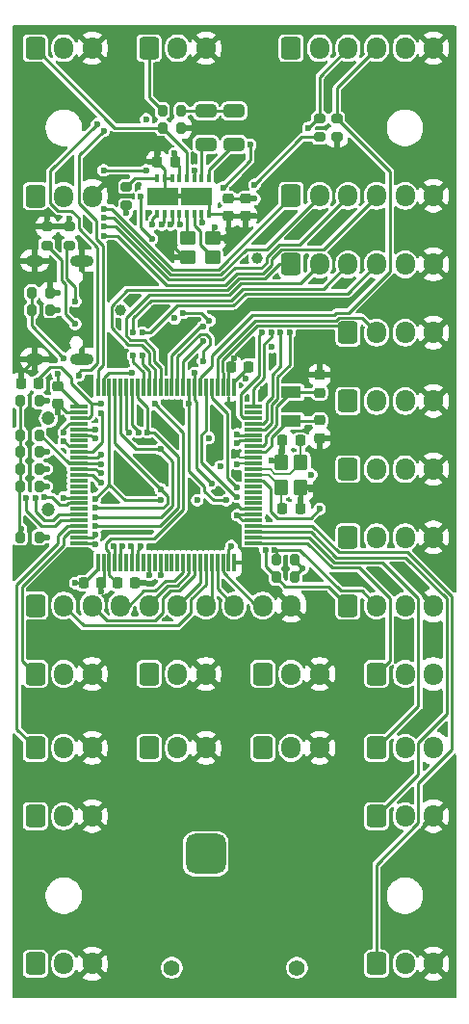
<source format=gbl>
%TF.GenerationSoftware,KiCad,Pcbnew,9.0.6*%
%TF.CreationDate,2026-01-30T19:37:08-05:00*%
%TF.ProjectId,flight controller,666c6967-6874-4206-936f-6e74726f6c6c,rev?*%
%TF.SameCoordinates,Original*%
%TF.FileFunction,Copper,L4,Bot*%
%TF.FilePolarity,Positive*%
%FSLAX46Y46*%
G04 Gerber Fmt 4.6, Leading zero omitted, Abs format (unit mm)*
G04 Created by KiCad (PCBNEW 9.0.6) date 2026-01-30 19:37:08*
%MOMM*%
%LPD*%
G01*
G04 APERTURE LIST*
G04 Aperture macros list*
%AMRoundRect*
0 Rectangle with rounded corners*
0 $1 Rounding radius*
0 $2 $3 $4 $5 $6 $7 $8 $9 X,Y pos of 4 corners*
0 Add a 4 corners polygon primitive as box body*
4,1,4,$2,$3,$4,$5,$6,$7,$8,$9,$2,$3,0*
0 Add four circle primitives for the rounded corners*
1,1,$1+$1,$2,$3*
1,1,$1+$1,$4,$5*
1,1,$1+$1,$6,$7*
1,1,$1+$1,$8,$9*
0 Add four rect primitives between the rounded corners*
20,1,$1+$1,$2,$3,$4,$5,0*
20,1,$1+$1,$4,$5,$6,$7,0*
20,1,$1+$1,$6,$7,$8,$9,0*
20,1,$1+$1,$8,$9,$2,$3,0*%
G04 Aperture macros list end*
%TA.AperFunction,ComponentPad*%
%ADD10RoundRect,0.250000X-0.600000X-0.725000X0.600000X-0.725000X0.600000X0.725000X-0.600000X0.725000X0*%
%TD*%
%TA.AperFunction,ComponentPad*%
%ADD11O,1.700000X1.950000*%
%TD*%
%TA.AperFunction,ComponentPad*%
%ADD12C,1.400000*%
%TD*%
%TA.AperFunction,ComponentPad*%
%ADD13RoundRect,0.770000X0.980000X0.980000X-0.980000X0.980000X-0.980000X-0.980000X0.980000X-0.980000X0*%
%TD*%
%TA.AperFunction,ComponentPad*%
%ADD14C,3.500000*%
%TD*%
%TA.AperFunction,HeatsinkPad*%
%ADD15O,2.100000X1.000000*%
%TD*%
%TA.AperFunction,HeatsinkPad*%
%ADD16O,1.600000X1.000000*%
%TD*%
%TA.AperFunction,ComponentPad*%
%ADD17C,1.200000*%
%TD*%
%TA.AperFunction,SMDPad,CuDef*%
%ADD18RoundRect,0.250000X0.650000X-0.325000X0.650000X0.325000X-0.650000X0.325000X-0.650000X-0.325000X0*%
%TD*%
%TA.AperFunction,SMDPad,CuDef*%
%ADD19RoundRect,0.200000X0.200000X0.275000X-0.200000X0.275000X-0.200000X-0.275000X0.200000X-0.275000X0*%
%TD*%
%TA.AperFunction,SMDPad,CuDef*%
%ADD20RoundRect,0.200000X-0.275000X0.200000X-0.275000X-0.200000X0.275000X-0.200000X0.275000X0.200000X0*%
%TD*%
%TA.AperFunction,SMDPad,CuDef*%
%ADD21R,1.800000X1.000000*%
%TD*%
%TA.AperFunction,SMDPad,CuDef*%
%ADD22RoundRect,0.225000X-0.225000X-0.250000X0.225000X-0.250000X0.225000X0.250000X-0.225000X0.250000X0*%
%TD*%
%TA.AperFunction,SMDPad,CuDef*%
%ADD23RoundRect,0.225000X0.250000X-0.225000X0.250000X0.225000X-0.250000X0.225000X-0.250000X-0.225000X0*%
%TD*%
%TA.AperFunction,SMDPad,CuDef*%
%ADD24RoundRect,0.225000X0.225000X0.250000X-0.225000X0.250000X-0.225000X-0.250000X0.225000X-0.250000X0*%
%TD*%
%TA.AperFunction,SMDPad,CuDef*%
%ADD25RoundRect,0.200000X0.275000X-0.200000X0.275000X0.200000X-0.275000X0.200000X-0.275000X-0.200000X0*%
%TD*%
%TA.AperFunction,SMDPad,CuDef*%
%ADD26R,0.360000X0.800000*%
%TD*%
%TA.AperFunction,SMDPad,CuDef*%
%ADD27R,2.800000X1.500000*%
%TD*%
%TA.AperFunction,SMDPad,CuDef*%
%ADD28RoundRect,0.225000X-0.250000X0.225000X-0.250000X-0.225000X0.250000X-0.225000X0.250000X0.225000X0*%
%TD*%
%TA.AperFunction,SMDPad,CuDef*%
%ADD29RoundRect,0.250000X-0.450000X-0.350000X0.450000X-0.350000X0.450000X0.350000X-0.450000X0.350000X0*%
%TD*%
%TA.AperFunction,SMDPad,CuDef*%
%ADD30RoundRect,0.250000X0.350000X-0.450000X0.350000X0.450000X-0.350000X0.450000X-0.350000X-0.450000X0*%
%TD*%
%TA.AperFunction,SMDPad,CuDef*%
%ADD31RoundRect,0.075000X0.725000X0.075000X-0.725000X0.075000X-0.725000X-0.075000X0.725000X-0.075000X0*%
%TD*%
%TA.AperFunction,SMDPad,CuDef*%
%ADD32RoundRect,0.075000X0.075000X0.725000X-0.075000X0.725000X-0.075000X-0.725000X0.075000X-0.725000X0*%
%TD*%
%TA.AperFunction,ViaPad*%
%ADD33C,0.600000*%
%TD*%
%TA.AperFunction,ViaPad*%
%ADD34C,1.000000*%
%TD*%
%TA.AperFunction,Conductor*%
%ADD35C,0.250000*%
%TD*%
%TA.AperFunction,Conductor*%
%ADD36C,0.200000*%
%TD*%
G04 APERTURE END LIST*
D10*
%TO.P,J4,1,Pin_1*%
%TO.N,/M3*%
X160000000Y-108000000D03*
D11*
%TO.P,J4,2,Pin_2*%
%TO.N,+5V*%
X162500000Y-108000000D03*
%TO.P,J4,3,Pin_3*%
%TO.N,GND*%
X165000000Y-108000000D03*
%TD*%
D10*
%TO.P,J10,1,Pin_1*%
%TO.N,/M8*%
X170000000Y-114500000D03*
D11*
%TO.P,J10,2,Pin_2*%
%TO.N,+5V*%
X172500000Y-114500000D03*
%TO.P,J10,3,Pin_3*%
%TO.N,GND*%
X175000000Y-114500000D03*
%TD*%
D10*
%TO.P,J22,1,Pin_1*%
%TO.N,/UART5_TX*%
X167500000Y-96000000D03*
D11*
%TO.P,J22,2,Pin_2*%
%TO.N,/UART5_RX*%
X170000000Y-96000000D03*
%TO.P,J22,3,Pin_3*%
%TO.N,+5V*%
X172500000Y-96000000D03*
%TO.P,J22,4,Pin_4*%
%TO.N,GND*%
X175000000Y-96000000D03*
%TD*%
D10*
%TO.P,J26,1,Pin_1*%
%TO.N,/UART6_TX*%
X167500000Y-90000000D03*
D11*
%TO.P,J26,2,Pin_2*%
%TO.N,/UART6_RX*%
X170000000Y-90000000D03*
%TO.P,J26,3,Pin_3*%
%TO.N,+5V*%
X172500000Y-90000000D03*
%TO.P,J26,4,Pin_4*%
%TO.N,GND*%
X175000000Y-90000000D03*
%TD*%
D12*
%TO.P,J1,*%
%TO.N,*%
X163000000Y-133825000D03*
X152000000Y-133825000D03*
D13*
%TO.P,J1,1,Pin_1*%
%TO.N,+5V*%
X155000000Y-123825000D03*
D14*
%TO.P,J1,2,Pin_2*%
%TO.N,GND*%
X160000000Y-123825000D03*
%TD*%
D10*
%TO.P,J16,1,Pin_1*%
%TO.N,/VIDEO_IN*%
X140000000Y-53000000D03*
D11*
%TO.P,J16,2,Pin_2*%
%TO.N,+5V*%
X142500000Y-53000000D03*
%TO.P,J16,3,Pin_3*%
%TO.N,GND*%
X145000000Y-53000000D03*
%TD*%
D10*
%TO.P,J11,1,Pin_1*%
%TO.N,/M9*%
X140000000Y-120500000D03*
D11*
%TO.P,J11,2,Pin_2*%
%TO.N,+5V*%
X142500000Y-120500000D03*
%TO.P,J11,3,Pin_3*%
%TO.N,GND*%
X145000000Y-120500000D03*
%TD*%
D10*
%TO.P,J13,1,Pin_1*%
%TO.N,/M11*%
X140000000Y-133475000D03*
D11*
%TO.P,J13,2,Pin_2*%
%TO.N,+5V*%
X142500000Y-133475000D03*
%TO.P,J13,3,Pin_3*%
%TO.N,GND*%
X145000000Y-133475000D03*
%TD*%
D10*
%TO.P,J21,1,Pin_1*%
%TO.N,/UART3_TX*%
X162500000Y-65975000D03*
D11*
%TO.P,J21,2,Pin_2*%
%TO.N,/UART3_RX*%
X165000000Y-65975000D03*
%TO.P,J21,3,Pin_3*%
%TO.N,/UART3_CTS*%
X167500000Y-65975000D03*
%TO.P,J21,4,Pin_4*%
%TO.N,/UART3_RTS*%
X170000000Y-65975000D03*
%TO.P,J21,5,Pin_5*%
%TO.N,+5V*%
X172500000Y-65975000D03*
%TO.P,J21,6,Pin_6*%
%TO.N,GND*%
X175000000Y-65975000D03*
%TD*%
D10*
%TO.P,J18,1,Pin_1*%
%TO.N,Net-(D2-DOUT)*%
X140000000Y-66000000D03*
D11*
%TO.P,J18,2,Pin_2*%
%TO.N,+5V*%
X142500000Y-66000000D03*
%TO.P,J18,3,Pin_3*%
%TO.N,GND*%
X145000000Y-66000000D03*
%TD*%
D10*
%TO.P,J12,1,Pin_1*%
%TO.N,/M10*%
X170000000Y-120500000D03*
D11*
%TO.P,J12,2,Pin_2*%
%TO.N,+5V*%
X172500000Y-120500000D03*
%TO.P,J12,3,Pin_3*%
%TO.N,GND*%
X175000000Y-120500000D03*
%TD*%
D10*
%TO.P,J25,1,Pin_1*%
%TO.N,/SWDIO*%
X162500000Y-53000000D03*
D11*
%TO.P,J25,2,Pin_2*%
%TO.N,/SWCLK*%
X165000000Y-53000000D03*
%TO.P,J25,3,Pin_3*%
%TO.N,/NRST*%
X167500000Y-53000000D03*
%TO.P,J25,4,Pin_4*%
%TO.N,/BOOT0*%
X170000000Y-53000000D03*
%TO.P,J25,5,Pin_5*%
%TO.N,+3.3V*%
X172500000Y-53000000D03*
%TO.P,J25,6,Pin_6*%
%TO.N,GND*%
X175000000Y-53000000D03*
%TD*%
D15*
%TO.P,J19,S1,SHIELD*%
%TO.N,GND*%
X144105000Y-71680000D03*
D16*
X139925000Y-71680000D03*
D15*
X144105000Y-80320000D03*
D16*
X139925000Y-80320000D03*
%TD*%
D10*
%TO.P,J27,1,Pin_1*%
%TO.N,/UART4_TX*%
X167500000Y-84000000D03*
D11*
%TO.P,J27,2,Pin_2*%
%TO.N,/UART4_RX*%
X170000000Y-84000000D03*
%TO.P,J27,3,Pin_3*%
%TO.N,+5V*%
X172500000Y-84000000D03*
%TO.P,J27,4,Pin_4*%
%TO.N,GND*%
X175000000Y-84000000D03*
%TD*%
D10*
%TO.P,J3,1,Pin_1*%
%TO.N,/M2*%
X150000000Y-108000000D03*
D11*
%TO.P,J3,2,Pin_2*%
%TO.N,+5V*%
X152500000Y-108000000D03*
%TO.P,J3,3,Pin_3*%
%TO.N,GND*%
X155000000Y-108000000D03*
%TD*%
D10*
%TO.P,J14,1,Pin_1*%
%TO.N,/M12*%
X170000000Y-133475000D03*
D11*
%TO.P,J14,2,Pin_2*%
%TO.N,+5V*%
X172500000Y-133475000D03*
%TO.P,J14,3,Pin_3*%
%TO.N,GND*%
X175000000Y-133475000D03*
%TD*%
D10*
%TO.P,J6,1,Pin_1*%
%TO.N,/M5*%
X140000000Y-114500000D03*
D11*
%TO.P,J6,2,Pin_2*%
%TO.N,+5V*%
X142500000Y-114500000D03*
%TO.P,J6,3,Pin_3*%
%TO.N,GND*%
X145000000Y-114500000D03*
%TD*%
D17*
%TO.P,J8,*%
%TO.N,*%
X141162500Y-85550000D03*
X141162500Y-93550000D03*
%TD*%
D10*
%TO.P,J2,1,Pin_1*%
%TO.N,/M1*%
X140000000Y-108000000D03*
D11*
%TO.P,J2,2,Pin_2*%
%TO.N,+5V*%
X142500000Y-108000000D03*
%TO.P,J2,3,Pin_3*%
%TO.N,GND*%
X145000000Y-108000000D03*
%TD*%
D10*
%TO.P,J20,1,Pin_1*%
%TO.N,/UART2_TX*%
X162500000Y-72000000D03*
D11*
%TO.P,J20,2,Pin_2*%
%TO.N,/UART2_RX*%
X165000000Y-72000000D03*
%TO.P,J20,3,Pin_3*%
%TO.N,/UART2_CTS*%
X167500000Y-72000000D03*
%TO.P,J20,4,Pin_4*%
%TO.N,/UART2_RTS*%
X170000000Y-72000000D03*
%TO.P,J20,5,Pin_5*%
%TO.N,+5V*%
X172500000Y-72000000D03*
%TO.P,J20,6,Pin_6*%
%TO.N,GND*%
X175000000Y-72000000D03*
%TD*%
D10*
%TO.P,J23,1,Pin_1*%
%TO.N,/UART8_TX*%
X167500000Y-78000000D03*
D11*
%TO.P,J23,2,Pin_2*%
%TO.N,/UART8_RX*%
X170000000Y-78000000D03*
%TO.P,J23,3,Pin_3*%
%TO.N,+5V*%
X172500000Y-78000000D03*
%TO.P,J23,4,Pin_4*%
%TO.N,GND*%
X175000000Y-78000000D03*
%TD*%
D10*
%TO.P,J15,1,Pin_1*%
%TO.N,/I2C4_SCL*%
X167500000Y-102000000D03*
D11*
%TO.P,J15,2,Pin_2*%
%TO.N,/I2C4_SDA*%
X170000000Y-102000000D03*
%TO.P,J15,3,Pin_3*%
%TO.N,+5V*%
X172500000Y-102000000D03*
%TO.P,J15,4,Pin_4*%
%TO.N,GND*%
X175000000Y-102000000D03*
%TD*%
D10*
%TO.P,J17,1,Pin_1*%
%TO.N,/VIDEO_OUT*%
X150000000Y-53000000D03*
D11*
%TO.P,J17,2,Pin_2*%
%TO.N,+5V*%
X152500000Y-53000000D03*
%TO.P,J17,3,Pin_3*%
%TO.N,GND*%
X155000000Y-53000000D03*
%TD*%
D10*
%TO.P,J24,1,Pin_1*%
%TO.N,+5V*%
X140000000Y-102000000D03*
D11*
%TO.P,J24,2,Pin_2*%
%TO.N,/A1*%
X142500000Y-102000000D03*
%TO.P,J24,3,Pin_3*%
%TO.N,/A2*%
X145000000Y-102000000D03*
%TO.P,J24,4,Pin_4*%
%TO.N,/A3*%
X147500000Y-102000000D03*
%TO.P,J24,5,Pin_5*%
%TO.N,/A4*%
X150000000Y-102000000D03*
%TO.P,J24,6,Pin_6*%
%TO.N,/A5*%
X152500000Y-102000000D03*
%TO.P,J24,7,Pin_7*%
%TO.N,/A6*%
X155000000Y-102000000D03*
%TO.P,J24,8,Pin_8*%
%TO.N,/A7*%
X157500000Y-102000000D03*
%TO.P,J24,9,Pin_9*%
%TO.N,/A8*%
X160000000Y-102000000D03*
%TO.P,J24,10,Pin_10*%
%TO.N,GND*%
X162500000Y-102000000D03*
%TD*%
D10*
%TO.P,J9,1,Pin_1*%
%TO.N,/M7*%
X160000000Y-114500000D03*
D11*
%TO.P,J9,2,Pin_2*%
%TO.N,+5V*%
X162500000Y-114500000D03*
%TO.P,J9,3,Pin_3*%
%TO.N,GND*%
X165000000Y-114500000D03*
%TD*%
D10*
%TO.P,J7,1,Pin_1*%
%TO.N,/M6*%
X150000000Y-114500000D03*
D11*
%TO.P,J7,2,Pin_2*%
%TO.N,+5V*%
X152500000Y-114500000D03*
%TO.P,J7,3,Pin_3*%
%TO.N,GND*%
X155000000Y-114500000D03*
%TD*%
D10*
%TO.P,J5,1,Pin_1*%
%TO.N,/M4*%
X170000000Y-108000000D03*
D11*
%TO.P,J5,2,Pin_2*%
%TO.N,+5V*%
X172500000Y-108000000D03*
%TO.P,J5,3,Pin_3*%
%TO.N,GND*%
X175000000Y-108000000D03*
%TD*%
D18*
%TO.P,C20,1*%
%TO.N,Net-(U5-SAG)*%
X155000000Y-61475000D03*
%TO.P,C20,2*%
%TO.N,Net-(C19-Pad2)*%
X155000000Y-58525000D03*
%TD*%
D19*
%TO.P,R6,1*%
%TO.N,/SD_D1*%
X140325000Y-84000000D03*
%TO.P,R6,2*%
%TO.N,+3.3V*%
X138675000Y-84000000D03*
%TD*%
D20*
%TO.P,R21,1*%
%TO.N,/NRST*%
X165000000Y-59175000D03*
%TO.P,R21,2*%
%TO.N,+3.3V*%
X165000000Y-60825000D03*
%TD*%
D19*
%TO.P,R4,1*%
%TO.N,/SD_D0*%
X140325000Y-87000000D03*
%TO.P,R4,2*%
%TO.N,+3.3V*%
X138675000Y-87000000D03*
%TD*%
D21*
%TO.P,Y3,1,1*%
%TO.N,/OSC_32_OUT*%
X162500000Y-85750000D03*
%TO.P,Y3,2,2*%
%TO.N,/OSC_32_IN*%
X162500000Y-83250000D03*
%TD*%
D20*
%TO.P,R22,1*%
%TO.N,/BOOT0*%
X166500000Y-59175000D03*
%TO.P,R22,2*%
%TO.N,GND*%
X166500000Y-60825000D03*
%TD*%
D19*
%TO.P,R1,1*%
%TO.N,/SD_CMD*%
X140325000Y-96000000D03*
%TO.P,R1,2*%
%TO.N,+3.3V*%
X138675000Y-96000000D03*
%TD*%
D22*
%TO.P,C6,1*%
%TO.N,GND*%
X157225000Y-81000000D03*
%TO.P,C6,2*%
%TO.N,+3.3V*%
X158775000Y-81000000D03*
%TD*%
D23*
%TO.P,C27,1*%
%TO.N,GND*%
X165000000Y-87275000D03*
%TO.P,C27,2*%
%TO.N,/OSC_32_OUT*%
X165000000Y-85725000D03*
%TD*%
D24*
%TO.P,C10,1*%
%TO.N,GND*%
X145775000Y-100000000D03*
%TO.P,C10,2*%
%TO.N,+3.3V*%
X144225000Y-100000000D03*
%TD*%
D20*
%TO.P,R17,1*%
%TO.N,Net-(U5-~{RESET})*%
X148000000Y-65175000D03*
%TO.P,R17,2*%
%TO.N,+3.3V*%
X148000000Y-66825000D03*
%TD*%
D25*
%TO.P,R19,1*%
%TO.N,Net-(J19-CC2)*%
X141000000Y-70325000D03*
%TO.P,R19,2*%
%TO.N,GND*%
X141000000Y-68675000D03*
%TD*%
D19*
%TO.P,R9,1*%
%TO.N,/SD_D2*%
X140325000Y-88500000D03*
%TO.P,R9,2*%
%TO.N,+3.3V*%
X138675000Y-88500000D03*
%TD*%
D23*
%TO.P,C24,1*%
%TO.N,/OSC_32_IN*%
X165000000Y-83275000D03*
%TO.P,C24,2*%
%TO.N,GND*%
X165000000Y-81725000D03*
%TD*%
D26*
%TO.P,U5,1,DGND*%
%TO.N,GND*%
X155270000Y-67580000D03*
%TO.P,U5,2,DVDD*%
%TO.N,+3.3V*%
X154620000Y-67580000D03*
%TO.P,U5,3,CLKIN*%
%TO.N,Net-(U5-CLKIN)*%
X153970000Y-67580000D03*
%TO.P,U5,4,XFB*%
%TO.N,Net-(U5-XFB)*%
X153320000Y-67580000D03*
%TO.P,U5,5,~{CS}*%
%TO.N,/OSI_CS*%
X152670000Y-67580000D03*
%TO.P,U5,6,SDIN*%
%TO.N,/OSI_MOSI*%
X152020000Y-67580000D03*
%TO.P,U5,7,SCLK*%
%TO.N,/OSI_SCK*%
X151370000Y-67580000D03*
%TO.P,U5,8,SDOUT*%
%TO.N,/OSI_MISO*%
X150720000Y-67580000D03*
%TO.P,U5,9,~{RESET}*%
%TO.N,Net-(U5-~{RESET})*%
X150720000Y-64420000D03*
%TO.P,U5,10,AGND*%
%TO.N,GND*%
X151370000Y-64420000D03*
%TO.P,U5,11,PGND*%
X152020000Y-64420000D03*
%TO.P,U5,12,AVDD*%
%TO.N,+3.3V*%
X152670000Y-64420000D03*
%TO.P,U5,13,VIN*%
%TO.N,/VIDEO_IN*%
X153320000Y-64420000D03*
%TO.P,U5,14,PVDD*%
%TO.N,+3.3V*%
X153970000Y-64420000D03*
%TO.P,U5,15,SAG*%
%TO.N,Net-(U5-SAG)*%
X154620000Y-64420000D03*
%TO.P,U5,16,VOUT*%
%TO.N,Net-(U5-VOUT)*%
X155270000Y-64420000D03*
D27*
%TO.P,U5,17,EP1*%
%TO.N,GND*%
X154170000Y-66000000D03*
%TO.P,U5,18,EP2*%
X151170000Y-66000000D03*
%TD*%
D25*
%TO.P,R18,1*%
%TO.N,Net-(J19-CC1)*%
X143000000Y-70325000D03*
%TO.P,R18,2*%
%TO.N,GND*%
X143000000Y-68675000D03*
%TD*%
D24*
%TO.P,C26,1*%
%TO.N,/VCAP*%
X140275000Y-82500000D03*
%TO.P,C26,2*%
%TO.N,GND*%
X138725000Y-82500000D03*
%TD*%
D22*
%TO.P,C28,1*%
%TO.N,/VCAP*%
X147225000Y-100000000D03*
%TO.P,C28,2*%
%TO.N,GND*%
X148775000Y-100000000D03*
%TD*%
D19*
%TO.P,R12,1*%
%TO.N,/SD_CK*%
X140325000Y-91500000D03*
%TO.P,R12,2*%
%TO.N,+3.3V*%
X138675000Y-91500000D03*
%TD*%
%TO.P,R15,1*%
%TO.N,GND*%
X141325000Y-74500000D03*
%TO.P,R15,2*%
%TO.N,/VBUS_SENSE*%
X139675000Y-74500000D03*
%TD*%
%TO.P,R13,1*%
%TO.N,/VBUS*%
X141325000Y-76000000D03*
%TO.P,R13,2*%
%TO.N,/VBUS_SENSE*%
X139675000Y-76000000D03*
%TD*%
%TO.P,R3,1*%
%TO.N,+3.3V*%
X162825000Y-99500000D03*
%TO.P,R3,2*%
%TO.N,/I2C4_SCL*%
X161175000Y-99500000D03*
%TD*%
%TO.P,R14,1*%
%TO.N,Net-(C19-Pad2)*%
X152825000Y-58500000D03*
%TO.P,R14,2*%
%TO.N,/VIDEO_OUT*%
X151175000Y-58500000D03*
%TD*%
D23*
%TO.P,C11,1*%
%TO.N,GND*%
X142000000Y-84275000D03*
%TO.P,C11,2*%
%TO.N,+3.3V*%
X142000000Y-82725000D03*
%TD*%
D28*
%TO.P,C18,1*%
%TO.N,+3.3V*%
X157000000Y-66225000D03*
%TO.P,C18,2*%
%TO.N,GND*%
X157000000Y-67775000D03*
%TD*%
D24*
%TO.P,C22,1*%
%TO.N,/OSC_IN*%
X163275000Y-87500000D03*
%TO.P,C22,2*%
%TO.N,GND*%
X161725000Y-87500000D03*
%TD*%
D29*
%TO.P,Y1,1,1*%
%TO.N,Net-(U5-XFB)*%
X153400000Y-69650000D03*
%TO.P,Y1,2,2*%
%TO.N,GND*%
X155600000Y-69650000D03*
%TO.P,Y1,3,3*%
%TO.N,Net-(U5-CLKIN)*%
X155600000Y-71350000D03*
%TO.P,Y1,4,4*%
%TO.N,GND*%
X153400000Y-71350000D03*
%TD*%
D19*
%TO.P,R16,1*%
%TO.N,GND*%
X152825000Y-60000000D03*
%TO.P,R16,2*%
%TO.N,/VIDEO_IN*%
X151175000Y-60000000D03*
%TD*%
D18*
%TO.P,C19,1*%
%TO.N,Net-(U5-VOUT)*%
X157500000Y-61475000D03*
%TO.P,C19,2*%
%TO.N,Net-(C19-Pad2)*%
X157500000Y-58525000D03*
%TD*%
D24*
%TO.P,C23,1*%
%TO.N,GND*%
X163275000Y-93500000D03*
%TO.P,C23,2*%
%TO.N,/OSC_OUT*%
X161725000Y-93500000D03*
%TD*%
D19*
%TO.P,R11,1*%
%TO.N,/SD_D3*%
X140325000Y-90000000D03*
%TO.P,R11,2*%
%TO.N,+3.3V*%
X138675000Y-90000000D03*
%TD*%
D28*
%TO.P,C17,1*%
%TO.N,+3.3V*%
X158500000Y-66225000D03*
%TO.P,C17,2*%
%TO.N,GND*%
X158500000Y-67775000D03*
%TD*%
D19*
%TO.P,R5,1*%
%TO.N,+3.3V*%
X162825000Y-98000000D03*
%TO.P,R5,2*%
%TO.N,/I2C4_SDA*%
X161175000Y-98000000D03*
%TD*%
D30*
%TO.P,Y2,1,1*%
%TO.N,/OSC_OUT*%
X161650000Y-91600000D03*
%TO.P,Y2,2,2*%
%TO.N,GND*%
X161650000Y-89400000D03*
%TO.P,Y2,3,3*%
%TO.N,/OSC_IN*%
X163350000Y-89400000D03*
%TO.P,Y2,4,4*%
%TO.N,GND*%
X163350000Y-91600000D03*
%TD*%
D31*
%TO.P,U4,1,PE2*%
%TO.N,/OSI_SCK*%
X159175000Y-84500000D03*
%TO.P,U4,2,PE3*%
%TO.N,unconnected-(U4-PE3-Pad2)*%
X159175000Y-85000000D03*
%TO.P,U4,3,PE4*%
%TO.N,/OSI_CS*%
X159175000Y-85500000D03*
%TO.P,U4,4,PE5*%
%TO.N,/OSI_MISO*%
X159175000Y-86000000D03*
%TO.P,U4,5,PE6*%
%TO.N,/OSI_MOSI*%
X159175000Y-86500000D03*
%TO.P,U4,6,VBAT*%
%TO.N,+3.3V*%
X159175000Y-87000000D03*
%TO.P,U4,7,PC13*%
%TO.N,/ARM_LED*%
X159175000Y-87500000D03*
%TO.P,U4,8,PC14*%
%TO.N,/OSC_32_IN*%
X159175000Y-88000000D03*
%TO.P,U4,9,PC15*%
%TO.N,/OSC_32_OUT*%
X159175000Y-88500000D03*
%TO.P,U4,10,VSS*%
%TO.N,GND*%
X159175000Y-89000000D03*
%TO.P,U4,11,VDD*%
%TO.N,+3.3V*%
X159175000Y-89500000D03*
%TO.P,U4,12,PH0*%
%TO.N,/OSC_IN*%
X159175000Y-90000000D03*
%TO.P,U4,13,PH1*%
%TO.N,/OSC_OUT*%
X159175000Y-90500000D03*
%TO.P,U4,14,NRST*%
%TO.N,/NRST*%
X159175000Y-91000000D03*
%TO.P,U4,15,PC0*%
%TO.N,unconnected-(U4-PC0-Pad15)*%
X159175000Y-91500000D03*
%TO.P,U4,16,PC1*%
%TO.N,unconnected-(U4-PC1-Pad16)*%
X159175000Y-92000000D03*
%TO.P,U4,17,PC2_C*%
%TO.N,unconnected-(U4-PC2_C-Pad17)*%
X159175000Y-92500000D03*
%TO.P,U4,18,PC3_C*%
%TO.N,unconnected-(U4-PC3_C-Pad18)*%
X159175000Y-93000000D03*
%TO.P,U4,19,VSSA*%
%TO.N,GND*%
X159175000Y-93500000D03*
%TO.P,U4,20,VREF+*%
%TO.N,+3.3V*%
X159175000Y-94000000D03*
%TO.P,U4,21,VDDA*%
X159175000Y-94500000D03*
%TO.P,U4,22,PA0*%
%TO.N,/M12*%
X159175000Y-95000000D03*
%TO.P,U4,23,PA1*%
%TO.N,/M10*%
X159175000Y-95500000D03*
%TO.P,U4,24,PA2*%
%TO.N,/M8*%
X159175000Y-96000000D03*
%TO.P,U4,25,PA3*%
%TO.N,/M4*%
X159175000Y-96500000D03*
D32*
%TO.P,U4,26,VSS*%
%TO.N,GND*%
X157500000Y-98175000D03*
%TO.P,U4,27,VDD*%
%TO.N,+3.3V*%
X157000000Y-98175000D03*
%TO.P,U4,28,PA4*%
%TO.N,/A8*%
X156500000Y-98175000D03*
%TO.P,U4,29,PA5*%
%TO.N,/A7*%
X156000000Y-98175000D03*
%TO.P,U4,30,PA6*%
%TO.N,/A6*%
X155500000Y-98175000D03*
%TO.P,U4,31,PA7*%
%TO.N,/A1*%
X155000000Y-98175000D03*
%TO.P,U4,32,PC4*%
%TO.N,/A5*%
X154500000Y-98175000D03*
%TO.P,U4,33,PC5*%
%TO.N,/A2*%
X154000000Y-98175000D03*
%TO.P,U4,34,PB0*%
%TO.N,/A4*%
X153500000Y-98175000D03*
%TO.P,U4,35,PB1*%
%TO.N,/A3*%
X153000000Y-98175000D03*
%TO.P,U4,36,PB2*%
%TO.N,unconnected-(U4-PB2-Pad36)*%
X152500000Y-98175000D03*
%TO.P,U4,37,PE7*%
%TO.N,unconnected-(U4-PE7-Pad37)*%
X152000000Y-98175000D03*
%TO.P,U4,38,PE8*%
%TO.N,unconnected-(U4-PE8-Pad38)*%
X151500000Y-98175000D03*
%TO.P,U4,39,PE9*%
%TO.N,/M3*%
X151000000Y-98175000D03*
%TO.P,U4,40,PE10*%
%TO.N,unconnected-(U4-PE10-Pad40)*%
X150500000Y-98175000D03*
%TO.P,U4,41,PE11*%
%TO.N,/M7*%
X150000000Y-98175000D03*
%TO.P,U4,42,PE12*%
%TO.N,unconnected-(U4-PE12-Pad42)*%
X149500000Y-98175000D03*
%TO.P,U4,43,PE13*%
%TO.N,/M2*%
X149000000Y-98175000D03*
%TO.P,U4,44,PE14*%
%TO.N,/M6*%
X148500000Y-98175000D03*
%TO.P,U4,45,PE15*%
%TO.N,unconnected-(U4-PE15-Pad45)*%
X148000000Y-98175000D03*
%TO.P,U4,46,PB10*%
%TO.N,/M11*%
X147500000Y-98175000D03*
%TO.P,U4,47,PB11*%
%TO.N,/M9*%
X147000000Y-98175000D03*
%TO.P,U4,48,VCAP*%
%TO.N,/VCAP*%
X146500000Y-98175000D03*
%TO.P,U4,49,VSS*%
%TO.N,GND*%
X146000000Y-98175000D03*
%TO.P,U4,50,VDD*%
%TO.N,+3.3V*%
X145500000Y-98175000D03*
D31*
%TO.P,U4,51,PB12*%
%TO.N,/UART5_RX*%
X143825000Y-96500000D03*
%TO.P,U4,52,PB13*%
%TO.N,/UART5_TX*%
X143825000Y-96000000D03*
%TO.P,U4,53,PB14*%
%TO.N,/M1*%
X143825000Y-95500000D03*
%TO.P,U4,54,PB15*%
%TO.N,/M5*%
X143825000Y-95000000D03*
%TO.P,U4,55,PD8*%
%TO.N,/UART3_TX*%
X143825000Y-94500000D03*
%TO.P,U4,56,PD9*%
%TO.N,/UART3_RX*%
X143825000Y-94000000D03*
%TO.P,U4,57,PD10*%
%TO.N,unconnected-(U4-PD10-Pad57)*%
X143825000Y-93500000D03*
%TO.P,U4,58,PD11*%
%TO.N,/UART3_CTS*%
X143825000Y-93000000D03*
%TO.P,U4,59,PD12*%
%TO.N,/UART3_RTS*%
X143825000Y-92500000D03*
%TO.P,U4,60,PD13*%
%TO.N,unconnected-(U4-PD13-Pad60)*%
X143825000Y-92000000D03*
%TO.P,U4,61,PD14*%
%TO.N,unconnected-(U4-PD14-Pad61)*%
X143825000Y-91500000D03*
%TO.P,U4,62,PD15*%
%TO.N,unconnected-(U4-PD15-Pad62)*%
X143825000Y-91000000D03*
%TO.P,U4,63,PC6*%
%TO.N,/UART6_TX*%
X143825000Y-90500000D03*
%TO.P,U4,64,PC7*%
%TO.N,/UART6_RX*%
X143825000Y-90000000D03*
%TO.P,U4,65,PC8*%
%TO.N,/SD_D0*%
X143825000Y-89500000D03*
%TO.P,U4,66,PC9*%
%TO.N,/SD_D1*%
X143825000Y-89000000D03*
%TO.P,U4,67,PA8*%
%TO.N,/LED*%
X143825000Y-88500000D03*
%TO.P,U4,68,PA9*%
%TO.N,/VBUS_SENSE*%
X143825000Y-88000000D03*
%TO.P,U4,69,PA10*%
%TO.N,unconnected-(U4-PA10-Pad69)*%
X143825000Y-87500000D03*
%TO.P,U4,70,PA11*%
%TO.N,/USB_DN*%
X143825000Y-87000000D03*
%TO.P,U4,71,PA12*%
%TO.N,/USB_DP*%
X143825000Y-86500000D03*
%TO.P,U4,72,PA13*%
%TO.N,/SWDIO*%
X143825000Y-86000000D03*
%TO.P,U4,73,VCAP*%
%TO.N,/VCAP*%
X143825000Y-85500000D03*
%TO.P,U4,74,VSS*%
%TO.N,GND*%
X143825000Y-85000000D03*
%TO.P,U4,75,VDD*%
%TO.N,+3.3V*%
X143825000Y-84500000D03*
D32*
%TO.P,U4,76,PA14*%
%TO.N,/SWCLK*%
X145500000Y-82825000D03*
%TO.P,U4,77,PA15*%
%TO.N,/IMU_CS*%
X146000000Y-82825000D03*
%TO.P,U4,78,PC10*%
%TO.N,/SD_D2*%
X146500000Y-82825000D03*
%TO.P,U4,79,PC11*%
%TO.N,/SD_D3*%
X147000000Y-82825000D03*
%TO.P,U4,80,PC12*%
%TO.N,/SD_CK*%
X147500000Y-82825000D03*
%TO.P,U4,81,PD0*%
%TO.N,/UART4_RX*%
X148000000Y-82825000D03*
%TO.P,U4,82,PD1*%
%TO.N,/UART4_TX*%
X148500000Y-82825000D03*
%TO.P,U4,83,PD2*%
%TO.N,/SD_CMD*%
X149000000Y-82825000D03*
%TO.P,U4,84,PD3*%
%TO.N,/UART2_CTS*%
X149500000Y-82825000D03*
%TO.P,U4,85,PD4*%
%TO.N,/UART2_RTS*%
X150000000Y-82825000D03*
%TO.P,U4,86,PD5*%
%TO.N,/UART2_TX*%
X150500000Y-82825000D03*
%TO.P,U4,87,PD6*%
%TO.N,/UART2_RX*%
X151000000Y-82825000D03*
%TO.P,U4,88,PD7*%
%TO.N,unconnected-(U4-PD7-Pad88)*%
X151500000Y-82825000D03*
%TO.P,U4,89,PB3*%
%TO.N,/IMU_SCK*%
X152000000Y-82825000D03*
%TO.P,U4,90,PB4*%
%TO.N,/IMU_MISO*%
X152500000Y-82825000D03*
%TO.P,U4,91,PB5*%
%TO.N,/IMU_MOSI*%
X153000000Y-82825000D03*
%TO.P,U4,92,PB6*%
%TO.N,/I2C_SCL*%
X153500000Y-82825000D03*
%TO.P,U4,93,PB7*%
%TO.N,/I2C_SDA*%
X154000000Y-82825000D03*
%TO.P,U4,94,BOOT0*%
%TO.N,/BOOT0*%
X154500000Y-82825000D03*
%TO.P,U4,95,PB8*%
%TO.N,/I2C4_SCL*%
X155000000Y-82825000D03*
%TO.P,U4,96,PB9*%
%TO.N,/I2C4_SDA*%
X155500000Y-82825000D03*
%TO.P,U4,97,PE0*%
%TO.N,/UART8_RX*%
X156000000Y-82825000D03*
%TO.P,U4,98,PE1*%
%TO.N,/UART8_TX*%
X156500000Y-82825000D03*
%TO.P,U4,99,VSS*%
%TO.N,GND*%
X157000000Y-82825000D03*
%TO.P,U4,100,VDD*%
%TO.N,+3.3V*%
X157500000Y-82825000D03*
%TD*%
D24*
%TO.P,C21,1*%
%TO.N,+3.3V*%
X152275000Y-63000000D03*
%TO.P,C21,2*%
%TO.N,GND*%
X150725000Y-63000000D03*
%TD*%
D33*
%TO.N,GND*%
X164250000Y-91750000D03*
X165000000Y-81000000D03*
X157750000Y-93250000D03*
X150750000Y-62250000D03*
X141000000Y-68000000D03*
D34*
X150500000Y-76000000D03*
D33*
X163362201Y-81525000D03*
X154226053Y-91918051D03*
X142000000Y-85000000D03*
X151375000Y-80500000D03*
X160750000Y-80750000D03*
X165000000Y-88000000D03*
X159250000Y-67750000D03*
X166500000Y-61500000D03*
X142000000Y-74500000D03*
D34*
X159750000Y-75500000D03*
D33*
X157750000Y-88750000D03*
X160000000Y-83000000D03*
X156250000Y-87250000D03*
X159500000Y-97500000D03*
D34*
X157000000Y-69750000D03*
D33*
X157500000Y-80250000D03*
X156500000Y-95750000D03*
X152250000Y-70500000D03*
X156250000Y-88250000D03*
X155750000Y-68750000D03*
X149500000Y-100000000D03*
X160750000Y-89250000D03*
X153500000Y-60000000D03*
X143000000Y-68000000D03*
X156124999Y-91794175D03*
X145750000Y-100750000D03*
%TO.N,+5V*%
X149750000Y-59250000D03*
D34*
X159500000Y-71500000D03*
%TO.N,+3.3V*%
X147500000Y-76000000D03*
D33*
X152250000Y-76750000D03*
X141997517Y-81648998D03*
X156250000Y-89750000D03*
X154698443Y-68290942D03*
X155250000Y-87250000D03*
X157226688Y-96773312D03*
X153995000Y-63750000D03*
X157750000Y-94050003D03*
X148000000Y-67500000D03*
X157750000Y-89550003D03*
X158500000Y-82000000D03*
X143500000Y-100000000D03*
X163500000Y-98750000D03*
X159250000Y-66250000D03*
X154226053Y-92718054D03*
X138750000Y-95250000D03*
X160750000Y-79250000D03*
X152250000Y-62250000D03*
X157741374Y-86931020D03*
X164250000Y-90500000D03*
X159250000Y-65000000D03*
%TO.N,/VCAP*%
X145750000Y-84250000D03*
X150500000Y-84250000D03*
%TO.N,/SD_D1*%
X141000000Y-84000000D03*
X145750000Y-88750000D03*
%TO.N,/SD_D3*%
X141000000Y-90000000D03*
X145250000Y-93399994D03*
X151000000Y-91750000D03*
%TO.N,/SD_D0*%
X145750000Y-89550003D03*
%TO.N,/SD_CMD*%
X145250000Y-95000000D03*
X141000000Y-96000000D03*
X149850006Y-86775000D03*
%TO.N,/SD_CK*%
X141000000Y-91500000D03*
X145250000Y-94199997D03*
X151000000Y-88250000D03*
%TO.N,/SD_D2*%
X145250000Y-92599991D03*
X151000000Y-92750000D03*
X141000000Y-88500000D03*
%TO.N,/M2*%
X149250000Y-96750000D03*
%TO.N,/M3*%
X151000000Y-99289352D03*
%TO.N,/M6*%
X148449997Y-96750000D03*
%TO.N,/M7*%
X150000000Y-99289352D03*
%TO.N,/M9*%
X146849991Y-96750000D03*
%TO.N,/M11*%
X147649994Y-96750000D03*
%TO.N,/LED*%
X149269998Y-66000000D03*
X145750000Y-85050003D03*
X150250000Y-69751000D03*
%TO.N,/I2C4_SCL*%
X157750000Y-92449997D03*
X160250000Y-97125000D03*
%TO.N,/I2C4_SDA*%
X161050003Y-97125000D03*
X157750000Y-91649994D03*
%TO.N,/UART2_RTS*%
X149399281Y-79993657D03*
X149400000Y-78000000D03*
%TO.N,/UART2_CTS*%
X148600000Y-78000000D03*
X148600000Y-80027619D03*
%TO.N,/UART3_RTS*%
X146000000Y-69500000D03*
X142500000Y-92500000D03*
%TO.N,/UART3_CTS*%
X140798950Y-92458976D03*
X146000000Y-68699997D03*
%TO.N,/UART6_RX*%
X145750000Y-90350006D03*
%TO.N,/UART6_TX*%
X145750000Y-91150009D03*
%TO.N,/NRST*%
X165000000Y-93500000D03*
X164000000Y-60000000D03*
%TO.N,/SWDIO*%
X143798000Y-81750000D03*
X145434313Y-59684313D03*
X142500000Y-86750000D03*
%TO.N,/SWCLK*%
X146000000Y-60250000D03*
%TO.N,/UART3_TX*%
X146000000Y-67099991D03*
X139199997Y-92500000D03*
%TO.N,/UART3_RX*%
X140000000Y-92500000D03*
X146000000Y-67899994D03*
%TO.N,/UART4_TX*%
X149050003Y-86775000D03*
%TO.N,/UART4_RX*%
X148250000Y-86775000D03*
%TO.N,/UART5_TX*%
X145250000Y-95800003D03*
%TO.N,/UART5_RX*%
X145250000Y-96600006D03*
%TO.N,/I2C_SCL*%
X156778577Y-92722028D03*
X153500000Y-84250000D03*
%TO.N,/I2C_SDA*%
X154034678Y-81538568D03*
X155500000Y-91250000D03*
%TO.N,/VBUS*%
X142000000Y-76000000D03*
%TO.N,/VBUS_SENSE*%
X142500000Y-80250000D03*
X142500000Y-87550003D03*
%TO.N,/IMU_CS*%
X153000000Y-76250000D03*
X148512527Y-81507629D03*
X155304863Y-76947854D03*
%TO.N,/OSI_SCK*%
X160750000Y-78000000D03*
X151094994Y-68500000D03*
%TO.N,/ARM_LED*%
X157750000Y-87750000D03*
%TO.N,/OSI_MISO*%
X161550003Y-78000000D03*
X150294991Y-68500000D03*
%TO.N,/IMU_SCK*%
X154724999Y-77499000D03*
%TO.N,/OSI_MOSI*%
X162350006Y-78000000D03*
X151894997Y-68500000D03*
%TO.N,/OSI_CS*%
X159949997Y-78000000D03*
X152695000Y-68500000D03*
%TO.N,/IMU_MOSI*%
X154750000Y-78750000D03*
%TO.N,/IMU_MISO*%
X154750000Y-80500000D03*
%TO.N,/USB_DN*%
X145250000Y-87300003D03*
%TO.N,/USB_DP*%
X145250000Y-86500000D03*
%TO.N,Net-(D2-DOUT)*%
X146000000Y-63750000D03*
X149750000Y-63750000D03*
%TO.N,Net-(D1-K)*%
X156500000Y-65250000D03*
X158900000Y-61500000D03*
%TO.N,Net-(J19-CC2)*%
X143500000Y-77250000D03*
%TO.N,Net-(J19-CC1)*%
X143500000Y-75250000D03*
%TD*%
D35*
%TO.N,GND*%
X145775000Y-100725000D02*
X145750000Y-100750000D01*
X148775000Y-100000000D02*
X149500000Y-100000000D01*
X158085295Y-93500000D02*
X157835295Y-93250000D01*
X155000000Y-66000000D02*
X155270000Y-66270000D01*
X155270000Y-66270000D02*
X155270000Y-67580000D01*
D36*
X160900000Y-89400000D02*
X160750000Y-89250000D01*
D35*
X141000000Y-68675000D02*
X141000000Y-68000000D01*
X158825000Y-98175000D02*
X159500000Y-97500000D01*
X161725000Y-89325000D02*
X161650000Y-89400000D01*
X153400000Y-71350000D02*
X153100000Y-71350000D01*
X163275000Y-93500000D02*
X163275000Y-91675000D01*
X152825000Y-60000000D02*
X153500000Y-60000000D01*
X161725000Y-87500000D02*
X161725000Y-89325000D01*
X151370000Y-65800000D02*
X151370000Y-64420000D01*
X138725000Y-81520000D02*
X139925000Y-80320000D01*
X151370000Y-64420000D02*
X151370000Y-63645000D01*
D36*
X161650000Y-89400000D02*
X160900000Y-89400000D01*
D35*
X157000000Y-67775000D02*
X158500000Y-67775000D01*
X156805000Y-67580000D02*
X157000000Y-67775000D01*
X141325000Y-74500000D02*
X142000000Y-74500000D01*
X143825000Y-85000000D02*
X142725000Y-85000000D01*
X142725000Y-85000000D02*
X142000000Y-84275000D01*
X142000000Y-84275000D02*
X142000000Y-85000000D01*
X154170000Y-66000000D02*
X155000000Y-66000000D01*
X143000000Y-68675000D02*
X143000000Y-68000000D01*
X151370000Y-63645000D02*
X150725000Y-63000000D01*
X153100000Y-71350000D02*
X152250000Y-70500000D01*
X151170000Y-66000000D02*
X151370000Y-65800000D01*
D36*
X163350000Y-91600000D02*
X164100000Y-91600000D01*
D35*
X146000000Y-99775000D02*
X146000000Y-98175000D01*
D36*
X164100000Y-91600000D02*
X164250000Y-91750000D01*
D35*
X154170000Y-66000000D02*
X151170000Y-66000000D01*
X157500000Y-98175000D02*
X158825000Y-98175000D01*
X145775000Y-100000000D02*
X145775000Y-100725000D01*
X138725000Y-82500000D02*
X138725000Y-81520000D01*
X158500000Y-67775000D02*
X159225000Y-67775000D01*
X155600000Y-68900000D02*
X155750000Y-68750000D01*
X166500000Y-60825000D02*
X166500000Y-61500000D01*
D36*
X159175000Y-89000000D02*
X158000000Y-89000000D01*
D35*
X157000000Y-82825000D02*
X157000000Y-81225000D01*
X145775000Y-100000000D02*
X146000000Y-99775000D01*
X159225000Y-67775000D02*
X159250000Y-67750000D01*
X157225000Y-81000000D02*
X157225000Y-80525000D01*
X150725000Y-63000000D02*
X150725000Y-62275000D01*
X155270000Y-67580000D02*
X156805000Y-67580000D01*
X159175000Y-93500000D02*
X158085295Y-93500000D01*
X150725000Y-62275000D02*
X150750000Y-62250000D01*
X165000000Y-81725000D02*
X165000000Y-81000000D01*
X157835295Y-93250000D02*
X157750000Y-93250000D01*
X163275000Y-91675000D02*
X163350000Y-91600000D01*
X165000000Y-87275000D02*
X165000000Y-88000000D01*
X157225000Y-80525000D02*
X157500000Y-80250000D01*
X152020000Y-64420000D02*
X151370000Y-64420000D01*
X155600000Y-69650000D02*
X155600000Y-68900000D01*
D36*
X158000000Y-89000000D02*
X157750000Y-88750000D01*
D35*
X157000000Y-81225000D02*
X157225000Y-81000000D01*
%TO.N,+3.3V*%
X159175000Y-94000000D02*
X157800003Y-94000000D01*
X157000000Y-97000000D02*
X157000000Y-98175000D01*
X142000000Y-82725000D02*
X142050000Y-82725000D01*
X142050000Y-82725000D02*
X143825000Y-84500000D01*
X142000000Y-81651481D02*
X141997517Y-81648998D01*
X157810354Y-87000000D02*
X157741374Y-86931020D01*
X159175000Y-94500000D02*
X158199997Y-94500000D01*
X157800003Y-94000000D02*
X157750000Y-94050003D01*
X163425000Y-60825000D02*
X159250000Y-65000000D01*
X152275000Y-63000000D02*
X152275000Y-62275000D01*
X145500000Y-98725000D02*
X144225000Y-100000000D01*
X158500000Y-66225000D02*
X157000000Y-66225000D01*
X157500000Y-82825000D02*
X157500000Y-82275000D01*
X158500000Y-66225000D02*
X159225000Y-66225000D01*
X162825000Y-98075000D02*
X163500000Y-98750000D01*
X148000000Y-66825000D02*
X148000000Y-67500000D01*
X157226688Y-96773312D02*
X157000000Y-97000000D01*
X152670000Y-63395000D02*
X152275000Y-63000000D01*
X159225000Y-66225000D02*
X159250000Y-66250000D01*
X158137500Y-81637500D02*
X158775000Y-81000000D01*
X142000000Y-82725000D02*
X142000000Y-81651481D01*
X165000000Y-60825000D02*
X163425000Y-60825000D01*
X153970000Y-64420000D02*
X153970000Y-63775000D01*
X162825000Y-98000000D02*
X162825000Y-98075000D01*
X138573997Y-91601003D02*
X138573997Y-95073997D01*
X145500000Y-98175000D02*
X145500000Y-98725000D01*
X154620000Y-67580000D02*
X154620000Y-68212499D01*
X159175000Y-87000000D02*
X157810354Y-87000000D01*
X138573997Y-95073997D02*
X138750000Y-95250000D01*
X138675000Y-96000000D02*
X138675000Y-95325000D01*
X138675000Y-88500000D02*
X138675000Y-87000000D01*
X153970000Y-63775000D02*
X153995000Y-63750000D01*
X138675000Y-91500000D02*
X138675000Y-90000000D01*
X152275000Y-62275000D02*
X152250000Y-62250000D01*
X154620000Y-68212499D02*
X154698443Y-68290942D01*
X162825000Y-99425000D02*
X163500000Y-98750000D01*
X162825000Y-99500000D02*
X162825000Y-99425000D01*
X138675000Y-84000000D02*
X138675000Y-87000000D01*
X138675000Y-95325000D02*
X138750000Y-95250000D01*
X158199997Y-94500000D02*
X157750000Y-94050003D01*
X158500000Y-82000000D02*
X158137500Y-81637500D01*
X138675000Y-91500000D02*
X138573997Y-91601003D01*
X144225000Y-100000000D02*
X143500000Y-100000000D01*
X152670000Y-64420000D02*
X152670000Y-63395000D01*
D36*
X159175000Y-89500000D02*
X157800003Y-89500000D01*
D35*
X138675000Y-90000000D02*
X138675000Y-88500000D01*
D36*
X157800003Y-89500000D02*
X157750000Y-89550003D01*
D35*
X157500000Y-82275000D02*
X158137500Y-81637500D01*
%TO.N,/VIDEO_IN*%
X151175000Y-60000000D02*
X153320000Y-62145000D01*
X147000000Y-60000000D02*
X151175000Y-60000000D01*
X153320000Y-62145000D02*
X153320000Y-64420000D01*
X140000000Y-53000000D02*
X147000000Y-60000000D01*
D36*
%TO.N,/OSC_IN*%
X160663840Y-90000000D02*
X161064840Y-90401000D01*
X159175000Y-90000000D02*
X160663840Y-90000000D01*
X162349000Y-90401000D02*
X163350000Y-89400000D01*
X163350000Y-89400000D02*
X163350000Y-87575000D01*
X163350000Y-87575000D02*
X163275000Y-87500000D01*
X161064840Y-90401000D02*
X162349000Y-90401000D01*
%TO.N,/OSC_OUT*%
X159175000Y-90500000D02*
X160550000Y-90500000D01*
X161650000Y-91600000D02*
X161650000Y-93425000D01*
X160550000Y-90500000D02*
X161650000Y-91600000D01*
X161650000Y-93425000D02*
X161725000Y-93500000D01*
D35*
%TO.N,/VCAP*%
X146223991Y-96490702D02*
X146223991Y-97009298D01*
X143172000Y-82477822D02*
X144951000Y-84256822D01*
X144694178Y-85500000D02*
X143825000Y-85500000D01*
X150500000Y-84250000D02*
X153000000Y-86750000D01*
X147225000Y-100000000D02*
X146500000Y-99275000D01*
X143172000Y-81936700D02*
X143172000Y-82477822D01*
X144951000Y-85243178D02*
X144694178Y-85500000D01*
X144951000Y-84256822D02*
X144951000Y-85243178D01*
X140275000Y-82025000D02*
X141276002Y-81023998D01*
X141276002Y-81023998D02*
X142259298Y-81023998D01*
X146500000Y-99275000D02*
X146500000Y-98175000D01*
X153000000Y-86750000D02*
X153000000Y-93548728D01*
X146223991Y-97009298D02*
X146500000Y-97285307D01*
X144957822Y-84250000D02*
X145750000Y-84250000D01*
X153000000Y-93548728D02*
X150424728Y-96124000D01*
X144951000Y-84256822D02*
X144957822Y-84250000D01*
X146500000Y-97285307D02*
X146500000Y-98175000D01*
X146590693Y-96124000D02*
X146223991Y-96490702D01*
X150424728Y-96124000D02*
X146590693Y-96124000D01*
X140275000Y-82500000D02*
X140275000Y-82025000D01*
X142259298Y-81023998D02*
X143172000Y-81936700D01*
%TO.N,/OSC_32_IN*%
X160301000Y-87000000D02*
X160319798Y-87000000D01*
X160319798Y-87000000D02*
X161225000Y-86094798D01*
X161225000Y-84525000D02*
X162500000Y-83250000D01*
X159175000Y-88000000D02*
X160044178Y-88000000D01*
X164975000Y-83250000D02*
X165000000Y-83275000D01*
X160044178Y-88000000D02*
X160301000Y-87743178D01*
X161225000Y-86094798D02*
X161225000Y-84525000D01*
X162500000Y-83250000D02*
X164975000Y-83250000D01*
X160301000Y-87743178D02*
X160301000Y-87000000D01*
%TO.N,/OSC_32_OUT*%
X159175000Y-88500000D02*
X160181988Y-88500000D01*
X162500000Y-85750000D02*
X164975000Y-85750000D01*
X164975000Y-85750000D02*
X165000000Y-85725000D01*
X160752000Y-87205608D02*
X162207608Y-85750000D01*
X160752000Y-87929988D02*
X160752000Y-87205608D01*
X160181988Y-88500000D02*
X160752000Y-87929988D01*
X162207608Y-85750000D02*
X162500000Y-85750000D01*
%TO.N,/SD_D1*%
X145414705Y-89000000D02*
X143825000Y-89000000D01*
X145664705Y-88750000D02*
X145414705Y-89000000D01*
X145750000Y-88750000D02*
X145664705Y-88750000D01*
X141000000Y-84000000D02*
X140325000Y-84000000D01*
%TO.N,/SD_D3*%
X151626000Y-93009298D02*
X151235304Y-93399994D01*
X151000000Y-91750000D02*
X147000000Y-87750000D01*
X151235304Y-93399994D02*
X145250000Y-93399994D01*
X151000000Y-91750000D02*
X151626000Y-92376000D01*
X151626000Y-92376000D02*
X151626000Y-93009298D01*
X147000000Y-87750000D02*
X147000000Y-82825000D01*
X140325000Y-90000000D02*
X141000000Y-90000000D01*
%TO.N,/SD_D0*%
X143825000Y-89500000D02*
X142955822Y-89500000D01*
X145699997Y-89500000D02*
X145750000Y-89550003D01*
X140455822Y-87000000D02*
X140325000Y-87000000D01*
X143825000Y-89500000D02*
X145699997Y-89500000D01*
X142955822Y-89500000D02*
X140455822Y-87000000D01*
%TO.N,/SD_CMD*%
X152528000Y-88892702D02*
X152528000Y-93382918D01*
X150910918Y-95000000D02*
X145250000Y-95000000D01*
X140325000Y-96000000D02*
X141000000Y-96000000D01*
X149850006Y-84600006D02*
X149850006Y-86775000D01*
X150410298Y-86775000D02*
X152528000Y-88892702D01*
X149000000Y-82825000D02*
X149000000Y-83750000D01*
X149000000Y-83750000D02*
X149850006Y-84600006D01*
X152528000Y-93382918D02*
X150910918Y-95000000D01*
X149850006Y-86775000D02*
X150410298Y-86775000D01*
%TO.N,/SD_CK*%
X151000000Y-88250000D02*
X152077000Y-89327000D01*
X140325000Y-91500000D02*
X141000000Y-91500000D01*
X148839702Y-88250000D02*
X151000000Y-88250000D01*
X152077000Y-89327000D02*
X152077000Y-93196108D01*
X147500000Y-86910298D02*
X148839702Y-88250000D01*
X151073111Y-94199997D02*
X145250000Y-94199997D01*
X152077000Y-93196108D02*
X151073111Y-94199997D01*
X147500000Y-82825000D02*
X147500000Y-86910298D01*
%TO.N,/SD_D2*%
X147900009Y-92750000D02*
X146500000Y-91349991D01*
X146500000Y-88250000D02*
X146500000Y-82825000D01*
X146500000Y-88250000D02*
X146500000Y-91349991D01*
X140325000Y-88500000D02*
X141000000Y-88500000D01*
X151000000Y-92750000D02*
X147900009Y-92750000D01*
X146500000Y-91349991D02*
X145250000Y-92599991D01*
%TO.N,/M1*%
X142955822Y-95500000D02*
X142451000Y-96004822D01*
X138824000Y-106824000D02*
X140000000Y-108000000D01*
X138824000Y-100313810D02*
X138824000Y-106824000D01*
X142451000Y-96004822D02*
X142451000Y-96686810D01*
X143825000Y-95500000D02*
X142955822Y-95500000D01*
X142451000Y-96686810D02*
X138824000Y-100313810D01*
%TO.N,/M2*%
X149000000Y-98175000D02*
X149000000Y-97085295D01*
X149000000Y-97085295D02*
X149250000Y-96835295D01*
X149250000Y-96835295D02*
X149250000Y-96750000D01*
%TO.N,/M3*%
X151000000Y-98175000D02*
X151000000Y-99289352D01*
%TO.N,/M4*%
X171176000Y-106824000D02*
X170000000Y-108000000D01*
X168442115Y-98654000D02*
X171176000Y-101387885D01*
X171176000Y-101387885D02*
X171176000Y-106824000D01*
X159175000Y-96500000D02*
X163940056Y-96500000D01*
X163940056Y-96500000D02*
X166094056Y-98654000D01*
X166094056Y-98654000D02*
X168442115Y-98654000D01*
%TO.N,/M5*%
X142000000Y-95818012D02*
X142000000Y-96500000D01*
X138373000Y-100127000D02*
X138373000Y-112873000D01*
X142818012Y-95000000D02*
X142000000Y-95818012D01*
X138373000Y-112873000D02*
X140000000Y-114500000D01*
X142000000Y-96500000D02*
X138373000Y-100127000D01*
X143825000Y-95000000D02*
X142818012Y-95000000D01*
%TO.N,/M6*%
X148500000Y-96800003D02*
X148449997Y-96750000D01*
X148500000Y-98175000D02*
X148500000Y-96800003D01*
%TO.N,/M7*%
X150000000Y-98175000D02*
X150000000Y-99289352D01*
%TO.N,/M8*%
X173676000Y-101387885D02*
X173676000Y-110824000D01*
X164077866Y-96000000D02*
X166280866Y-98203000D01*
X159175000Y-96000000D02*
X164077866Y-96000000D01*
X170491115Y-98203000D02*
X173676000Y-101387885D01*
X166280866Y-98203000D02*
X170491115Y-98203000D01*
X173676000Y-110824000D02*
X170000000Y-114500000D01*
%TO.N,/M9*%
X147000000Y-98175000D02*
X147000000Y-96900009D01*
X147000000Y-96900009D02*
X146849991Y-96750000D01*
%TO.N,/M10*%
X166467676Y-97752000D02*
X172540115Y-97752000D01*
X173676000Y-116824000D02*
X170000000Y-120500000D01*
X164215676Y-95500000D02*
X166467676Y-97752000D01*
X176176000Y-111535885D02*
X173676000Y-114035885D01*
X176176000Y-101387885D02*
X176176000Y-111535885D01*
X159175000Y-95500000D02*
X164215676Y-95500000D01*
X172540115Y-97752000D02*
X176176000Y-101387885D01*
X173676000Y-114035885D02*
X173676000Y-116824000D01*
%TO.N,/M11*%
X147500000Y-96899994D02*
X147649994Y-96750000D01*
X147500000Y-98175000D02*
X147500000Y-96899994D01*
%TO.N,/M12*%
X166654486Y-97301000D02*
X164353486Y-95000000D01*
X172726925Y-97301000D02*
X166654486Y-97301000D01*
X170000000Y-124788115D02*
X173676000Y-121112115D01*
X176627000Y-114661115D02*
X176627000Y-101201075D01*
X176627000Y-101201075D02*
X172726925Y-97301000D01*
X173676000Y-121112115D02*
X173676000Y-117612115D01*
X170000000Y-133975000D02*
X170000000Y-124788115D01*
X164353486Y-95000000D02*
X159175000Y-95000000D01*
X173676000Y-117612115D02*
X176627000Y-114661115D01*
%TO.N,/LED*%
X149269998Y-66000000D02*
X149269998Y-68770998D01*
X143825000Y-88500000D02*
X145000000Y-88500000D01*
X145000000Y-88500000D02*
X145876000Y-87624000D01*
X149269998Y-68770998D02*
X150250000Y-69751000D01*
X145876000Y-85176003D02*
X145750000Y-85050003D01*
X145876000Y-87624000D02*
X145876000Y-85176003D01*
%TO.N,/VIDEO_OUT*%
X150000000Y-57325000D02*
X151175000Y-58500000D01*
X150000000Y-53000000D02*
X150000000Y-57325000D01*
%TO.N,/I2C4_SCL*%
X165801000Y-100301000D02*
X167500000Y-102000000D01*
X154624000Y-89409292D02*
X157664705Y-92449997D01*
X157664705Y-92449997D02*
X157750000Y-92449997D01*
X161976000Y-100301000D02*
X165801000Y-100301000D01*
X161175000Y-99500000D02*
X160250000Y-98575000D01*
X155000000Y-82825000D02*
X155000000Y-86614702D01*
X155000000Y-86614702D02*
X154624000Y-86990702D01*
X154624000Y-86990702D02*
X154624000Y-89409292D01*
X161175000Y-99500000D02*
X161976000Y-100301000D01*
X160250000Y-98575000D02*
X160250000Y-97125000D01*
%TO.N,/I2C4_SDA*%
X161050003Y-97125000D02*
X163262810Y-97125000D01*
X163262810Y-97125000D02*
X166836810Y-100699000D01*
X157750000Y-91649994D02*
X156876000Y-90775994D01*
X156876000Y-85070178D02*
X155500000Y-83694178D01*
X155500000Y-83694178D02*
X155500000Y-82825000D01*
X168699000Y-100699000D02*
X170000000Y-102000000D01*
X161175000Y-97249997D02*
X161050003Y-97125000D01*
X166836810Y-100699000D02*
X168699000Y-100699000D01*
X156876000Y-90775994D02*
X156876000Y-85070178D01*
X161175000Y-98000000D02*
X161175000Y-97249997D01*
%TO.N,/UART2_RTS*%
X150114702Y-78000000D02*
X152490702Y-75624000D01*
X157412184Y-75624000D02*
X158455184Y-74581000D01*
X149399281Y-80749281D02*
X149399281Y-79993657D01*
X152490702Y-75624000D02*
X157412184Y-75624000D01*
X158455184Y-74581000D02*
X167419000Y-74581000D01*
X150000000Y-82825000D02*
X150000000Y-81350000D01*
X150000000Y-81350000D02*
X149399281Y-80749281D01*
X149400000Y-78000000D02*
X150114702Y-78000000D01*
X167419000Y-74581000D02*
X170000000Y-72000000D01*
%TO.N,/UART2_TX*%
X161443761Y-72000000D02*
X160215761Y-73228000D01*
X149367922Y-79077000D02*
X150025281Y-79734359D01*
X162500000Y-72000000D02*
X161443761Y-72000000D01*
X150025281Y-79734359D02*
X150025281Y-80737471D01*
X157894754Y-73228000D02*
X156867524Y-74255230D01*
X160215761Y-73228000D02*
X157894754Y-73228000D01*
X146674000Y-75657859D02*
X146674000Y-77597108D01*
X150025281Y-80737471D02*
X150500000Y-81212190D01*
X150500000Y-81212190D02*
X150500000Y-82825000D01*
X156867524Y-74255230D02*
X148076629Y-74255230D01*
X148076629Y-74255230D02*
X146674000Y-75657859D01*
X148153892Y-79077000D02*
X149367922Y-79077000D01*
X146674000Y-77597108D02*
X148153892Y-79077000D01*
%TO.N,/UART2_RX*%
X157054334Y-74706230D02*
X149987819Y-74706230D01*
X151000000Y-81074380D02*
X151000000Y-82825000D01*
X147974000Y-78259298D02*
X148340702Y-78626000D01*
X158081564Y-73679000D02*
X157054334Y-74706230D01*
X150476281Y-80550661D02*
X151000000Y-81074380D01*
X150476281Y-79547549D02*
X150476281Y-80550661D01*
X163321000Y-73679000D02*
X158081564Y-73679000D01*
X149554732Y-78626000D02*
X150476281Y-79547549D01*
X148340702Y-78626000D02*
X149554732Y-78626000D01*
X147974000Y-76720049D02*
X147974000Y-78259298D01*
X165000000Y-72000000D02*
X163321000Y-73679000D01*
X149987819Y-74706230D02*
X147974000Y-76720049D01*
%TO.N,/UART2_CTS*%
X148600000Y-76731859D02*
X148600000Y-78000000D01*
X149500000Y-81487810D02*
X148600000Y-80587810D01*
X149500000Y-82825000D02*
X149500000Y-81487810D01*
X148600000Y-80587810D02*
X148600000Y-80027619D01*
X158268374Y-74130000D02*
X157241144Y-75157230D01*
X167500000Y-72000000D02*
X165370000Y-74130000D01*
X150174629Y-75157230D02*
X148600000Y-76731859D01*
X157241144Y-75157230D02*
X150174629Y-75157230D01*
X165370000Y-74130000D02*
X158268374Y-74130000D01*
%TO.N,/UART3_RTS*%
X160028951Y-72777000D02*
X157707944Y-72777000D01*
X156680714Y-73804230D02*
X151505502Y-73804230D01*
X161654486Y-70699000D02*
X160777000Y-71576486D01*
X165301000Y-70699000D02*
X161654486Y-70699000D01*
X143825000Y-92500000D02*
X142500000Y-92500000D01*
X160777000Y-71576486D02*
X160777000Y-72028951D01*
X147201272Y-69500000D02*
X146000000Y-69500000D01*
X151505502Y-73804230D02*
X147201272Y-69500000D01*
X160777000Y-72028951D02*
X160028951Y-72777000D01*
X157707944Y-72777000D02*
X156680714Y-73804230D01*
X170000000Y-66000000D02*
X165301000Y-70699000D01*
%TO.N,/UART3_CTS*%
X160326000Y-71842141D02*
X160326000Y-71389676D01*
X163252000Y-70248000D02*
X167500000Y-66000000D01*
X146000000Y-68699997D02*
X147039079Y-68699997D01*
X142885298Y-93000000D02*
X142759298Y-93126000D01*
X147039079Y-68699997D02*
X151692312Y-73353230D01*
X151692312Y-73353230D02*
X156493904Y-73353230D01*
X159842141Y-72326000D02*
X160326000Y-71842141D01*
X142759298Y-93126000D02*
X142118772Y-93126000D01*
X156493904Y-73353230D02*
X157521134Y-72326000D01*
X143825000Y-93000000D02*
X142885298Y-93000000D01*
X160326000Y-71389676D02*
X161467676Y-70248000D01*
X161467676Y-70248000D02*
X163252000Y-70248000D01*
X142118772Y-93126000D02*
X141451748Y-92458976D01*
X141451748Y-92458976D02*
X140798950Y-92458976D01*
X157521134Y-72326000D02*
X159842141Y-72326000D01*
%TO.N,/UART6_RX*%
X143825000Y-90000000D02*
X145314699Y-90000000D01*
X145314699Y-90000000D02*
X145664705Y-90350006D01*
X145664705Y-90350006D02*
X145750000Y-90350006D01*
%TO.N,/UART6_TX*%
X145014696Y-90500000D02*
X145664705Y-91150009D01*
X143825000Y-90500000D02*
X145014696Y-90500000D01*
X145664705Y-91150009D02*
X145750000Y-91150009D01*
%TO.N,/NRST*%
X164199000Y-94301000D02*
X165000000Y-93500000D01*
X165000000Y-59175000D02*
X164825000Y-59175000D01*
X160724000Y-93759466D02*
X161265534Y-94301000D01*
X167500000Y-53000000D02*
X165000000Y-55500000D01*
X160044178Y-91000000D02*
X160724000Y-91679822D01*
X160724000Y-91679822D02*
X160724000Y-93759466D01*
X161265534Y-94301000D02*
X164199000Y-94301000D01*
X159175000Y-91000000D02*
X160044178Y-91000000D01*
X164825000Y-59175000D02*
X164000000Y-60000000D01*
X165000000Y-55500000D02*
X165000000Y-59175000D01*
%TO.N,/SWDIO*%
X142955822Y-86000000D02*
X142500000Y-86455822D01*
X143801000Y-67915702D02*
X143186298Y-67301000D01*
X141324000Y-66612115D02*
X141324000Y-63794626D01*
X144823140Y-81320000D02*
X145481000Y-80662140D01*
X145481000Y-80662140D02*
X145481000Y-70504108D01*
X143801000Y-68824108D02*
X143801000Y-67915702D01*
X143186298Y-67301000D02*
X142012885Y-67301000D01*
X141324000Y-63794626D02*
X145434313Y-59684313D01*
X143825000Y-86000000D02*
X142955822Y-86000000D01*
X145481000Y-70504108D02*
X143801000Y-68824108D01*
X143798000Y-81750000D02*
X143798000Y-81500000D01*
X143978000Y-81320000D02*
X144823140Y-81320000D01*
X143798000Y-81500000D02*
X143978000Y-81320000D01*
X142012885Y-67301000D02*
X141324000Y-66612115D01*
X142500000Y-86455822D02*
X142500000Y-86750000D01*
%TO.N,/SWCLK*%
X145500000Y-81280950D02*
X145500000Y-82825000D01*
X145374000Y-69759298D02*
X145932000Y-70317298D01*
X145932000Y-70317298D02*
X145932000Y-80848950D01*
X145374000Y-68162115D02*
X145374000Y-69759298D01*
X146000000Y-60250000D02*
X143824000Y-62426000D01*
X145932000Y-80848950D02*
X145500000Y-81280950D01*
X143824000Y-62426000D02*
X143824000Y-66612115D01*
X143824000Y-66612115D02*
X145374000Y-68162115D01*
%TO.N,/BOOT0*%
X166500000Y-59175000D02*
X166500000Y-56500000D01*
X154500000Y-82825000D02*
X154500000Y-81955822D01*
X171176000Y-63851000D02*
X166500000Y-59175000D01*
X154500000Y-81955822D02*
X155547000Y-80908822D01*
X171176000Y-72612115D02*
X171176000Y-63851000D01*
X166243676Y-76472000D02*
X166467676Y-76248000D01*
X166467676Y-76248000D02*
X167540115Y-76248000D01*
X155547000Y-80908822D02*
X155547000Y-80042082D01*
X155547000Y-80042082D02*
X159117082Y-76472000D01*
X167540115Y-76248000D02*
X171176000Y-72612115D01*
X159117082Y-76472000D02*
X166243676Y-76472000D01*
X166500000Y-56500000D02*
X170000000Y-53000000D01*
%TO.N,/A7*%
X156000000Y-100500000D02*
X156000000Y-98175000D01*
X157500000Y-102000000D02*
X156000000Y-100500000D01*
%TO.N,/A2*%
X146301000Y-103301000D02*
X145000000Y-102000000D01*
X151864885Y-100699000D02*
X151176000Y-101387885D01*
X151176000Y-102612115D02*
X150487115Y-103301000D01*
X151176000Y-101387885D02*
X151176000Y-102612115D01*
X154000000Y-98175000D02*
X154000000Y-99319798D01*
X150487115Y-103301000D02*
X146301000Y-103301000D01*
X152620798Y-100699000D02*
X151864885Y-100699000D01*
X154000000Y-99319798D02*
X152620798Y-100699000D01*
%TO.N,/A6*%
X155500000Y-101500000D02*
X155500000Y-98175000D01*
X155000000Y-102000000D02*
X155500000Y-101500000D01*
%TO.N,/A1*%
X155000000Y-100137810D02*
X153676000Y-101461810D01*
X155000000Y-98175000D02*
X155000000Y-100137810D01*
X152536115Y-103752000D02*
X144252000Y-103752000D01*
X144252000Y-103752000D02*
X142500000Y-102000000D01*
X153676000Y-102612115D02*
X152536115Y-103752000D01*
X153676000Y-101461810D02*
X153676000Y-102612115D01*
%TO.N,/A8*%
X156500000Y-99044178D02*
X159455822Y-102000000D01*
X156500000Y-98175000D02*
X156500000Y-99044178D01*
X159455822Y-102000000D02*
X160000000Y-102000000D01*
%TO.N,/A4*%
X152433988Y-100248000D02*
X151627000Y-100248000D01*
X153500000Y-99181988D02*
X152433988Y-100248000D01*
X153500000Y-98175000D02*
X153500000Y-99181988D01*
X151627000Y-100248000D02*
X150000000Y-101875000D01*
X150000000Y-101875000D02*
X150000000Y-102000000D01*
%TO.N,/A3*%
X148211885Y-102000000D02*
X149512885Y-100699000D01*
X149512885Y-100699000D02*
X150538190Y-100699000D01*
X147500000Y-102000000D02*
X148211885Y-102000000D01*
X152247178Y-99797000D02*
X153000000Y-99044178D01*
X150538190Y-100699000D02*
X151440190Y-99797000D01*
X153000000Y-99044178D02*
X153000000Y-98175000D01*
X151440190Y-99797000D02*
X152247178Y-99797000D01*
%TO.N,/A5*%
X154500000Y-100000000D02*
X152500000Y-102000000D01*
X154500000Y-98175000D02*
X154500000Y-100000000D01*
%TO.N,/UART3_TX*%
X140571418Y-94977000D02*
X139199997Y-93605579D01*
X162500000Y-66071514D02*
X162500000Y-66000000D01*
X146000000Y-67099991D02*
X146714693Y-67099991D01*
X146714693Y-67099991D02*
X152065932Y-72451230D01*
X152065932Y-72451230D02*
X156120284Y-72451230D01*
X139199997Y-93605579D02*
X139199997Y-92500000D01*
X143825000Y-94500000D02*
X142230582Y-94500000D01*
X141753582Y-94977000D02*
X140571418Y-94977000D01*
X142230582Y-94500000D02*
X141753582Y-94977000D01*
X156120284Y-72451230D02*
X162500000Y-66071514D01*
%TO.N,/UART3_RX*%
X141250000Y-94526000D02*
X140758228Y-94526000D01*
X140000000Y-93767772D02*
X140000000Y-92500000D01*
X140758228Y-94526000D02*
X140000000Y-93767772D01*
X142092772Y-94000000D02*
X141566772Y-94526000D01*
X160326000Y-70674000D02*
X158535324Y-70674000D01*
X156307094Y-72902230D02*
X151879122Y-72902230D01*
X146876886Y-67899994D02*
X146000000Y-67899994D01*
X151879122Y-72902230D02*
X146876886Y-67899994D01*
X141566772Y-94526000D02*
X141250000Y-94526000D01*
X165000000Y-66000000D02*
X160326000Y-70674000D01*
X158535324Y-70674000D02*
X156307094Y-72902230D01*
X143825000Y-94000000D02*
X142092772Y-94000000D01*
%TO.N,/UART4_TX*%
X148500000Y-86139702D02*
X149050003Y-86689705D01*
X148500000Y-82825000D02*
X148500000Y-86139702D01*
X149050003Y-86689705D02*
X149050003Y-86775000D01*
%TO.N,/UART4_RX*%
X148000000Y-86525000D02*
X148250000Y-86775000D01*
X148000000Y-82825000D02*
X148000000Y-86525000D01*
%TO.N,/UART5_TX*%
X145050003Y-96000000D02*
X145250000Y-95800003D01*
X143825000Y-96000000D02*
X145050003Y-96000000D01*
%TO.N,/UART5_RX*%
X143825000Y-96500000D02*
X145149994Y-96500000D01*
X145149994Y-96500000D02*
X145250000Y-96600006D01*
%TO.N,/UART8_TX*%
X156449000Y-81484466D02*
X156449000Y-80415702D01*
X156500000Y-82825000D02*
X156500000Y-81535466D01*
X159490702Y-77374000D02*
X166874000Y-77374000D01*
X156449000Y-80415702D02*
X159490702Y-77374000D01*
X156500000Y-81535466D02*
X156449000Y-81484466D01*
X166874000Y-77374000D02*
X167500000Y-78000000D01*
%TO.N,/UART8_RX*%
X155998000Y-80228892D02*
X159303892Y-76923000D01*
X168699000Y-76699000D02*
X170000000Y-78000000D01*
X156000000Y-82825000D02*
X155998000Y-82823000D01*
X166654486Y-76699000D02*
X168699000Y-76699000D01*
X155998000Y-82823000D02*
X155998000Y-80228892D01*
X166430486Y-76923000D02*
X166654486Y-76699000D01*
X159303892Y-76923000D02*
X166430486Y-76923000D01*
%TO.N,/I2C_SCL*%
X154875897Y-91949226D02*
X155648699Y-92722028D01*
X153500000Y-84250000D02*
X153500000Y-90137810D01*
X153500000Y-84250000D02*
X153500000Y-82825000D01*
X155648699Y-92722028D02*
X156778577Y-92722028D01*
X153500000Y-90137810D02*
X154875897Y-91513707D01*
X154875897Y-91513707D02*
X154875897Y-91949226D01*
%TO.N,/I2C_SDA*%
X154000000Y-83864702D02*
X154173000Y-84037702D01*
X154000000Y-81750000D02*
X154000000Y-82825000D01*
X154034678Y-81715322D02*
X154000000Y-81750000D01*
X154173000Y-84037702D02*
X154173000Y-89923000D01*
X154034678Y-81538568D02*
X154034678Y-81715322D01*
X154000000Y-82825000D02*
X154000000Y-83864702D01*
X154173000Y-89923000D02*
X155500000Y-91250000D01*
%TO.N,/VBUS*%
X141325000Y-76000000D02*
X142000000Y-76000000D01*
%TO.N,/VBUS_SENSE*%
X139675000Y-77425000D02*
X142500000Y-80250000D01*
X142949997Y-88000000D02*
X142500000Y-87550003D01*
X143825000Y-88000000D02*
X142949997Y-88000000D01*
X139675000Y-76000000D02*
X139675000Y-77425000D01*
X139675000Y-74500000D02*
X139675000Y-76000000D01*
%TO.N,/IMU_CS*%
X146000000Y-82825000D02*
X146000000Y-81955830D01*
X155304863Y-76947854D02*
X154607009Y-76250000D01*
X146000000Y-81955830D02*
X146448201Y-81507629D01*
X154607009Y-76250000D02*
X153000000Y-76250000D01*
X146448201Y-81507629D02*
X148512527Y-81507629D01*
%TO.N,/OSI_SCK*%
X151370000Y-67580000D02*
X151268997Y-67681003D01*
X151268997Y-67681003D02*
X151268997Y-68325997D01*
X159175000Y-84500000D02*
X159175000Y-82939702D01*
X160124000Y-78990702D02*
X160750000Y-78364702D01*
X160124000Y-81990702D02*
X160124000Y-78990702D01*
X160750000Y-78364702D02*
X160750000Y-78000000D01*
X159175000Y-82939702D02*
X160124000Y-81990702D01*
X151268997Y-68325997D02*
X151094994Y-68500000D01*
%TO.N,/ARM_LED*%
X159175000Y-87500000D02*
X158000000Y-87500000D01*
X158000000Y-87500000D02*
X157750000Y-87750000D01*
%TO.N,/OSI_MISO*%
X160823000Y-83651380D02*
X160823000Y-81708298D01*
X160044178Y-86000000D02*
X160323000Y-85721178D01*
X159175000Y-86000000D02*
X160044178Y-86000000D01*
X160323000Y-84151380D02*
X160823000Y-83651380D01*
X150720000Y-67580000D02*
X150294991Y-68005009D01*
X160323000Y-85721178D02*
X160323000Y-84151380D01*
X161550003Y-80981295D02*
X161550003Y-78000000D01*
X160823000Y-81708298D02*
X161550003Y-80981295D01*
X150294991Y-68005009D02*
X150294991Y-68500000D01*
%TO.N,/IMU_SCK*%
X154477892Y-77499000D02*
X152000000Y-79976892D01*
X154724999Y-77499000D02*
X154477892Y-77499000D01*
X152000000Y-79976892D02*
X152000000Y-82825000D01*
%TO.N,/OSI_MOSI*%
X161274000Y-83838190D02*
X161274000Y-81895108D01*
X161274000Y-81895108D02*
X162350006Y-80819102D01*
X159175000Y-86500000D02*
X160181988Y-86500000D01*
X162350006Y-80819102D02*
X162350006Y-78000000D01*
X160774000Y-85907988D02*
X160774000Y-84338190D01*
X152020000Y-68374997D02*
X152020000Y-67580000D01*
X151894997Y-68500000D02*
X152020000Y-68374997D01*
X160181988Y-86500000D02*
X160774000Y-85907988D01*
X160774000Y-84338190D02*
X161274000Y-83838190D01*
%TO.N,/OSI_CS*%
X158049000Y-85243178D02*
X158305822Y-85500000D01*
X158049000Y-83427892D02*
X158049000Y-85243178D01*
X159949997Y-78000000D02*
X159673000Y-78276997D01*
X158305822Y-85500000D02*
X159175000Y-85500000D01*
D36*
X152670000Y-68475000D02*
X152695000Y-68500000D01*
D35*
X159673000Y-78276997D02*
X159673000Y-81803892D01*
D36*
X152670000Y-67580000D02*
X152670000Y-68475000D01*
D35*
X159673000Y-81803892D02*
X158049000Y-83427892D01*
%TO.N,/IMU_MOSI*%
X153000000Y-80500000D02*
X153000000Y-82825000D01*
X154750000Y-78750000D02*
X153000000Y-80500000D01*
%TO.N,/IMU_MISO*%
X154750000Y-79635298D02*
X155376000Y-79009298D01*
X155376000Y-78490702D02*
X155009298Y-78124000D01*
X155009298Y-78124000D02*
X154490702Y-78124000D01*
X154750000Y-80500000D02*
X154750000Y-79635298D01*
X152500000Y-80114702D02*
X152500000Y-82825000D01*
X154490702Y-78124000D02*
X152500000Y-80114702D01*
X155376000Y-79009298D02*
X155376000Y-78490702D01*
%TO.N,/USB_DN*%
X143825000Y-87000000D02*
X144864702Y-87000000D01*
X144864702Y-87000000D02*
X145164705Y-87300003D01*
X145164705Y-87300003D02*
X145250000Y-87300003D01*
%TO.N,/USB_DP*%
X143825000Y-86500000D02*
X145250000Y-86500000D01*
%TO.N,Net-(D2-DOUT)*%
X149750000Y-63750000D02*
X146000000Y-63750000D01*
%TO.N,Net-(U5-VOUT)*%
X155270000Y-64420000D02*
X155270000Y-63705000D01*
X155270000Y-63705000D02*
X157500000Y-61475000D01*
%TO.N,Net-(D1-K)*%
X156500000Y-65250000D02*
X158900000Y-62850000D01*
X158900000Y-62850000D02*
X158900000Y-61500000D01*
%TO.N,Net-(J19-CC2)*%
X142626000Y-76376000D02*
X142626000Y-73760174D01*
X142626000Y-73760174D02*
X142278000Y-73412174D01*
X142278000Y-71603000D02*
X141000000Y-70325000D01*
X143500000Y-77250000D02*
X142626000Y-76376000D01*
X142278000Y-73412174D02*
X142278000Y-71603000D01*
%TO.N,Net-(J19-CC1)*%
X143500000Y-75250000D02*
X143500000Y-73996364D01*
X142729000Y-73225364D02*
X142729000Y-70596000D01*
X143500000Y-73996364D02*
X142729000Y-73225364D01*
X142729000Y-70596000D02*
X143000000Y-70325000D01*
%TO.N,Net-(C19-Pad2)*%
X152825000Y-58500000D02*
X154975000Y-58500000D01*
X155000000Y-58525000D02*
X157500000Y-58525000D01*
X154975000Y-58500000D02*
X155000000Y-58525000D01*
%TO.N,Net-(U5-SAG)*%
X154620000Y-64420000D02*
X154620000Y-61855000D01*
X154620000Y-61855000D02*
X155000000Y-61475000D01*
%TO.N,Net-(U5-~{RESET})*%
X148000000Y-65175000D02*
X148755000Y-64420000D01*
X148755000Y-64420000D02*
X150720000Y-64420000D01*
%TO.N,Net-(U5-CLKIN)*%
X154500000Y-69128486D02*
X154500000Y-70250000D01*
X153970000Y-67580000D02*
X153970000Y-68598486D01*
X154500000Y-70250000D02*
X155600000Y-71350000D01*
X153970000Y-68598486D02*
X154500000Y-69128486D01*
%TO.N,Net-(U5-XFB)*%
X153320000Y-69570000D02*
X153400000Y-69650000D01*
X153320000Y-67580000D02*
X153320000Y-69570000D01*
%TD*%
%TA.AperFunction,Conductor*%
%TO.N,GND*%
G36*
X142920747Y-96850562D02*
G01*
X143014455Y-96894259D01*
X143061861Y-96900500D01*
X144588138Y-96900499D01*
X144635545Y-96894259D01*
X144649706Y-96887655D01*
X144718779Y-96877161D01*
X144782564Y-96905678D01*
X144804285Y-96931769D01*
X144804543Y-96931572D01*
X144809489Y-96938018D01*
X144809491Y-96938021D01*
X144911985Y-97040515D01*
X144911986Y-97040516D01*
X144911988Y-97040517D01*
X145037511Y-97112988D01*
X145037514Y-97112990D01*
X145045622Y-97115162D01*
X145059656Y-97118922D01*
X145119316Y-97155285D01*
X145149847Y-97218132D01*
X145141553Y-97287507D01*
X145139946Y-97291101D01*
X145105740Y-97364454D01*
X145105740Y-97364455D01*
X145099500Y-97411860D01*
X145099500Y-98543100D01*
X145079815Y-98610139D01*
X145063181Y-98630781D01*
X144455780Y-99238181D01*
X144394457Y-99271666D01*
X144368099Y-99274500D01*
X143954518Y-99274500D01*
X143954509Y-99274501D01*
X143897885Y-99280587D01*
X143769771Y-99328373D01*
X143769770Y-99328373D01*
X143660312Y-99410312D01*
X143657444Y-99413181D01*
X143653882Y-99415125D01*
X143653213Y-99415627D01*
X143653140Y-99415530D01*
X143596121Y-99446666D01*
X143569763Y-99449500D01*
X143427525Y-99449500D01*
X143301017Y-99483398D01*
X143287511Y-99487017D01*
X143161988Y-99559488D01*
X143161982Y-99559493D01*
X143059493Y-99661982D01*
X143059488Y-99661988D01*
X142987017Y-99787511D01*
X142987016Y-99787515D01*
X142949500Y-99927525D01*
X142949500Y-100072475D01*
X142987016Y-100212485D01*
X142987017Y-100212488D01*
X143059488Y-100338011D01*
X143059490Y-100338013D01*
X143059491Y-100338015D01*
X143161985Y-100440509D01*
X143161986Y-100440510D01*
X143161988Y-100440511D01*
X143287511Y-100512982D01*
X143287512Y-100512982D01*
X143287515Y-100512984D01*
X143427525Y-100550500D01*
X143427528Y-100550500D01*
X143569764Y-100550500D01*
X143636803Y-100570185D01*
X143657445Y-100586819D01*
X143660310Y-100589684D01*
X143660311Y-100589685D01*
X143660313Y-100589687D01*
X143769774Y-100671628D01*
X143897886Y-100719412D01*
X143954515Y-100725500D01*
X144328237Y-100725499D01*
X144395275Y-100745183D01*
X144441030Y-100797987D01*
X144450974Y-100867146D01*
X144421949Y-100930701D01*
X144401122Y-100949817D01*
X144283070Y-101035587D01*
X144160588Y-101158069D01*
X144160588Y-101158070D01*
X144160586Y-101158072D01*
X144124501Y-101207739D01*
X144058768Y-101298211D01*
X143980128Y-101452552D01*
X143926597Y-101617302D01*
X143899500Y-101788389D01*
X143899500Y-102211610D01*
X143926597Y-102382697D01*
X143926597Y-102382699D01*
X143926598Y-102382701D01*
X143973225Y-102526204D01*
X143980128Y-102547447D01*
X144041940Y-102668761D01*
X144054836Y-102737431D01*
X144028559Y-102802171D01*
X143971453Y-102842428D01*
X143901647Y-102845420D01*
X143843774Y-102812737D01*
X143587977Y-102556940D01*
X143554492Y-102495617D01*
X143557726Y-102430943D01*
X143573402Y-102382701D01*
X143600500Y-102211611D01*
X143600500Y-101788389D01*
X143573402Y-101617299D01*
X143519873Y-101452555D01*
X143441232Y-101298212D01*
X143339414Y-101158072D01*
X143216928Y-101035586D01*
X143076788Y-100933768D01*
X142936307Y-100862190D01*
X142922447Y-100855128D01*
X142922446Y-100855127D01*
X142922445Y-100855127D01*
X142757701Y-100801598D01*
X142757699Y-100801597D01*
X142757698Y-100801597D01*
X142609233Y-100778083D01*
X142586611Y-100774500D01*
X142413389Y-100774500D01*
X142390767Y-100778083D01*
X142242302Y-100801597D01*
X142077552Y-100855128D01*
X141923211Y-100933768D01*
X141846738Y-100989330D01*
X141783072Y-101035586D01*
X141783070Y-101035588D01*
X141783069Y-101035588D01*
X141660588Y-101158069D01*
X141660588Y-101158070D01*
X141660586Y-101158072D01*
X141624501Y-101207739D01*
X141558768Y-101298211D01*
X141480128Y-101452552D01*
X141426597Y-101617302D01*
X141399500Y-101788389D01*
X141399500Y-102211610D01*
X141426597Y-102382697D01*
X141426597Y-102382699D01*
X141426598Y-102382701D01*
X141480127Y-102547445D01*
X141558768Y-102701788D01*
X141660586Y-102841928D01*
X141783072Y-102964414D01*
X141923212Y-103066232D01*
X142077555Y-103144873D01*
X142242299Y-103198402D01*
X142413389Y-103225500D01*
X142413390Y-103225500D01*
X142586610Y-103225500D01*
X142586611Y-103225500D01*
X142757701Y-103198402D01*
X142922445Y-103144873D01*
X142924208Y-103143975D01*
X142968961Y-103121172D01*
X143037630Y-103108275D01*
X143102371Y-103134551D01*
X143112938Y-103143975D01*
X143951525Y-103982562D01*
X144021438Y-104052475D01*
X144107059Y-104101908D01*
X144107062Y-104101910D01*
X144154811Y-104114705D01*
X144154812Y-104114705D01*
X144164903Y-104117408D01*
X144202564Y-104127500D01*
X144202565Y-104127500D01*
X144202566Y-104127500D01*
X152585550Y-104127500D01*
X152585551Y-104127500D01*
X152633301Y-104114705D01*
X152681053Y-104101910D01*
X152766677Y-104052475D01*
X152836590Y-103982562D01*
X152836589Y-103982562D01*
X152895158Y-103923993D01*
X153976475Y-102842678D01*
X153976476Y-102842675D01*
X153981268Y-102837884D01*
X154042591Y-102804399D01*
X154112283Y-102809383D01*
X154155786Y-102839837D01*
X154157141Y-102838483D01*
X154160586Y-102841928D01*
X154283072Y-102964414D01*
X154423212Y-103066232D01*
X154577555Y-103144873D01*
X154742299Y-103198402D01*
X154913389Y-103225500D01*
X154913390Y-103225500D01*
X155086610Y-103225500D01*
X155086611Y-103225500D01*
X155257701Y-103198402D01*
X155422445Y-103144873D01*
X155576788Y-103066232D01*
X155716928Y-102964414D01*
X155839414Y-102841928D01*
X155941232Y-102701788D01*
X156019873Y-102547445D01*
X156073402Y-102382701D01*
X156100500Y-102211611D01*
X156100500Y-101788389D01*
X156073402Y-101617299D01*
X156019873Y-101452555D01*
X155958057Y-101331234D01*
X155945162Y-101262568D01*
X155971438Y-101197828D01*
X156028544Y-101157570D01*
X156098350Y-101154578D01*
X156156224Y-101187261D01*
X156412022Y-101443059D01*
X156445507Y-101504382D01*
X156442272Y-101569058D01*
X156426598Y-101617297D01*
X156399500Y-101788389D01*
X156399500Y-102211610D01*
X156426597Y-102382697D01*
X156426597Y-102382699D01*
X156426598Y-102382701D01*
X156480127Y-102547445D01*
X156558768Y-102701788D01*
X156660586Y-102841928D01*
X156783072Y-102964414D01*
X156923212Y-103066232D01*
X157077555Y-103144873D01*
X157242299Y-103198402D01*
X157413389Y-103225500D01*
X157413390Y-103225500D01*
X157586610Y-103225500D01*
X157586611Y-103225500D01*
X157757701Y-103198402D01*
X157922445Y-103144873D01*
X158076788Y-103066232D01*
X158216928Y-102964414D01*
X158339414Y-102841928D01*
X158441232Y-102701788D01*
X158519873Y-102547445D01*
X158573402Y-102382701D01*
X158600500Y-102211611D01*
X158600500Y-101975077D01*
X158606738Y-101953831D01*
X158608318Y-101931743D01*
X158616390Y-101920959D01*
X158620185Y-101908038D01*
X158636918Y-101893538D01*
X158650190Y-101875810D01*
X158662810Y-101871102D01*
X158672989Y-101862283D01*
X158694906Y-101859131D01*
X158715654Y-101851393D01*
X158728814Y-101854255D01*
X158742147Y-101852339D01*
X158762290Y-101861538D01*
X158783927Y-101866245D01*
X158801652Y-101879513D01*
X158805703Y-101881364D01*
X158812181Y-101887396D01*
X158863181Y-101938396D01*
X158896666Y-101999719D01*
X158899500Y-102026077D01*
X158899500Y-102211610D01*
X158926597Y-102382697D01*
X158926597Y-102382699D01*
X158926598Y-102382701D01*
X158980127Y-102547445D01*
X159058768Y-102701788D01*
X159160586Y-102841928D01*
X159283072Y-102964414D01*
X159423212Y-103066232D01*
X159577555Y-103144873D01*
X159742299Y-103198402D01*
X159913389Y-103225500D01*
X159913390Y-103225500D01*
X160086610Y-103225500D01*
X160086611Y-103225500D01*
X160257701Y-103198402D01*
X160422445Y-103144873D01*
X160576788Y-103066232D01*
X160716928Y-102964414D01*
X160839414Y-102841928D01*
X160941232Y-102701788D01*
X161004814Y-102576999D01*
X161052788Y-102526204D01*
X161120609Y-102509408D01*
X161186744Y-102531945D01*
X161230196Y-102586660D01*
X161233230Y-102594976D01*
X161248904Y-102643217D01*
X161334749Y-102811696D01*
X162037449Y-102108998D01*
X162057370Y-102183343D01*
X162119905Y-102291657D01*
X162208343Y-102380095D01*
X162316657Y-102442630D01*
X162391001Y-102462550D01*
X161665881Y-103187668D01*
X161665882Y-103187670D01*
X161792442Y-103279620D01*
X161981782Y-103376095D01*
X162183870Y-103441757D01*
X162393754Y-103475000D01*
X162606246Y-103475000D01*
X162816127Y-103441757D01*
X162816130Y-103441757D01*
X163018217Y-103376095D01*
X163207554Y-103279622D01*
X163334116Y-103187668D01*
X163334117Y-103187668D01*
X162608998Y-102462550D01*
X162683343Y-102442630D01*
X162791657Y-102380095D01*
X162880095Y-102291657D01*
X162942630Y-102183343D01*
X162962550Y-102108998D01*
X163665248Y-102811697D01*
X163751093Y-102643219D01*
X163816757Y-102441130D01*
X163816757Y-102441127D01*
X163850000Y-102231246D01*
X163850000Y-101768753D01*
X163816757Y-101558872D01*
X163816757Y-101558869D01*
X163751095Y-101356782D01*
X163654620Y-101167442D01*
X163529727Y-100995540D01*
X163529723Y-100995535D01*
X163422369Y-100888181D01*
X163388884Y-100826858D01*
X163393868Y-100757166D01*
X163435740Y-100701233D01*
X163501204Y-100676816D01*
X163510050Y-100676500D01*
X165594101Y-100676500D01*
X165661140Y-100696185D01*
X165681782Y-100712819D01*
X166363181Y-101394218D01*
X166396666Y-101455541D01*
X166399500Y-101481899D01*
X166399500Y-102772870D01*
X166399501Y-102772876D01*
X166405908Y-102832483D01*
X166456202Y-102967328D01*
X166456206Y-102967335D01*
X166542452Y-103082544D01*
X166542455Y-103082547D01*
X166657664Y-103168793D01*
X166657671Y-103168797D01*
X166792517Y-103219091D01*
X166792516Y-103219091D01*
X166799444Y-103219835D01*
X166852127Y-103225500D01*
X168147872Y-103225499D01*
X168207483Y-103219091D01*
X168342331Y-103168796D01*
X168457546Y-103082546D01*
X168543796Y-102967331D01*
X168594091Y-102832483D01*
X168600500Y-102772873D01*
X168600499Y-101430897D01*
X168620184Y-101363859D01*
X168672987Y-101318104D01*
X168742146Y-101308160D01*
X168805702Y-101337185D01*
X168812157Y-101343195D01*
X168912023Y-101443060D01*
X168945506Y-101504383D01*
X168942272Y-101569056D01*
X168926597Y-101617299D01*
X168899500Y-101788389D01*
X168899500Y-102211610D01*
X168926597Y-102382697D01*
X168926597Y-102382699D01*
X168926598Y-102382701D01*
X168980127Y-102547445D01*
X169058768Y-102701788D01*
X169160586Y-102841928D01*
X169283072Y-102964414D01*
X169423212Y-103066232D01*
X169577555Y-103144873D01*
X169742299Y-103198402D01*
X169913389Y-103225500D01*
X169913390Y-103225500D01*
X170086610Y-103225500D01*
X170086611Y-103225500D01*
X170257701Y-103198402D01*
X170422445Y-103144873D01*
X170576788Y-103066232D01*
X170603614Y-103046741D01*
X170669419Y-103023261D01*
X170737473Y-103039086D01*
X170786169Y-103089191D01*
X170800500Y-103147059D01*
X170800500Y-106617099D01*
X170791855Y-106646539D01*
X170785332Y-106676526D01*
X170781577Y-106681541D01*
X170780815Y-106684138D01*
X170764181Y-106704780D01*
X170730780Y-106738181D01*
X170669457Y-106771666D01*
X170643099Y-106774500D01*
X169352129Y-106774500D01*
X169352123Y-106774501D01*
X169292516Y-106780908D01*
X169157671Y-106831202D01*
X169157664Y-106831206D01*
X169042455Y-106917452D01*
X169042452Y-106917455D01*
X168956206Y-107032664D01*
X168956202Y-107032671D01*
X168905908Y-107167517D01*
X168899501Y-107227116D01*
X168899501Y-107227123D01*
X168899500Y-107227135D01*
X168899500Y-108772870D01*
X168899501Y-108772876D01*
X168905908Y-108832483D01*
X168956202Y-108967328D01*
X168956206Y-108967335D01*
X169042452Y-109082544D01*
X169042455Y-109082547D01*
X169157664Y-109168793D01*
X169157671Y-109168797D01*
X169292517Y-109219091D01*
X169292516Y-109219091D01*
X169299444Y-109219835D01*
X169352127Y-109225500D01*
X170647872Y-109225499D01*
X170707483Y-109219091D01*
X170842331Y-109168796D01*
X170957546Y-109082546D01*
X171043796Y-108967331D01*
X171094091Y-108832483D01*
X171100500Y-108772873D01*
X171100499Y-107481898D01*
X171120184Y-107414860D01*
X171136818Y-107394218D01*
X171232825Y-107298211D01*
X171343777Y-107187259D01*
X171405097Y-107153776D01*
X171474788Y-107158760D01*
X171530722Y-107200631D01*
X171555139Y-107266096D01*
X171541940Y-107331236D01*
X171480129Y-107452549D01*
X171480127Y-107452554D01*
X171480127Y-107452555D01*
X171467994Y-107489897D01*
X171426597Y-107617302D01*
X171426185Y-107619905D01*
X171399500Y-107788389D01*
X171399500Y-108211611D01*
X171426598Y-108382701D01*
X171480127Y-108547445D01*
X171558768Y-108701788D01*
X171660586Y-108841928D01*
X171783072Y-108964414D01*
X171923212Y-109066232D01*
X172077555Y-109144873D01*
X172242299Y-109198402D01*
X172413389Y-109225500D01*
X172413390Y-109225500D01*
X172586610Y-109225500D01*
X172586611Y-109225500D01*
X172757701Y-109198402D01*
X172922445Y-109144873D01*
X173076788Y-109066232D01*
X173103614Y-109046741D01*
X173169419Y-109023261D01*
X173237473Y-109039086D01*
X173286169Y-109089191D01*
X173300500Y-109147059D01*
X173300500Y-110617100D01*
X173280815Y-110684139D01*
X173264181Y-110704781D01*
X170730781Y-113238181D01*
X170669458Y-113271666D01*
X170643100Y-113274500D01*
X169352129Y-113274500D01*
X169352123Y-113274501D01*
X169292516Y-113280908D01*
X169157671Y-113331202D01*
X169157664Y-113331206D01*
X169042455Y-113417452D01*
X169042452Y-113417455D01*
X168956206Y-113532664D01*
X168956202Y-113532671D01*
X168905908Y-113667517D01*
X168899501Y-113727116D01*
X168899501Y-113727123D01*
X168899500Y-113727135D01*
X168899500Y-115272870D01*
X168899501Y-115272876D01*
X168905908Y-115332483D01*
X168956202Y-115467328D01*
X168956206Y-115467335D01*
X169042452Y-115582544D01*
X169042455Y-115582547D01*
X169157664Y-115668793D01*
X169157671Y-115668797D01*
X169292517Y-115719091D01*
X169292516Y-115719091D01*
X169299444Y-115719835D01*
X169352127Y-115725500D01*
X170647872Y-115725499D01*
X170707483Y-115719091D01*
X170842331Y-115668796D01*
X170957546Y-115582546D01*
X171043796Y-115467331D01*
X171094091Y-115332483D01*
X171100500Y-115272873D01*
X171100499Y-113981897D01*
X171120184Y-113914859D01*
X171136813Y-113894222D01*
X171343777Y-113687258D01*
X171405098Y-113653775D01*
X171474790Y-113658759D01*
X171530723Y-113700631D01*
X171555140Y-113766095D01*
X171541941Y-113831235D01*
X171480129Y-113952549D01*
X171480127Y-113952554D01*
X171480127Y-113952555D01*
X171467994Y-113989897D01*
X171426597Y-114117302D01*
X171426185Y-114119905D01*
X171399500Y-114288389D01*
X171399500Y-114711611D01*
X171426598Y-114882701D01*
X171480127Y-115047445D01*
X171558768Y-115201788D01*
X171660586Y-115341928D01*
X171783072Y-115464414D01*
X171923212Y-115566232D01*
X172077555Y-115644873D01*
X172242299Y-115698402D01*
X172413389Y-115725500D01*
X172413390Y-115725500D01*
X172586610Y-115725500D01*
X172586611Y-115725500D01*
X172757701Y-115698402D01*
X172922445Y-115644873D01*
X173076788Y-115566232D01*
X173103614Y-115546741D01*
X173169419Y-115523261D01*
X173237473Y-115539086D01*
X173286169Y-115589191D01*
X173300500Y-115647059D01*
X173300500Y-116617100D01*
X173280815Y-116684139D01*
X173264181Y-116704781D01*
X170730781Y-119238181D01*
X170669458Y-119271666D01*
X170643100Y-119274500D01*
X169352129Y-119274500D01*
X169352123Y-119274501D01*
X169292516Y-119280908D01*
X169157671Y-119331202D01*
X169157664Y-119331206D01*
X169042455Y-119417452D01*
X169042452Y-119417455D01*
X168956206Y-119532664D01*
X168956202Y-119532671D01*
X168905908Y-119667517D01*
X168899501Y-119727116D01*
X168899501Y-119727123D01*
X168899500Y-119727135D01*
X168899500Y-121272870D01*
X168899501Y-121272876D01*
X168905908Y-121332483D01*
X168956202Y-121467328D01*
X168956206Y-121467335D01*
X169042452Y-121582544D01*
X169042455Y-121582547D01*
X169157664Y-121668793D01*
X169157671Y-121668797D01*
X169292517Y-121719091D01*
X169292516Y-121719091D01*
X169299444Y-121719835D01*
X169352127Y-121725500D01*
X170647872Y-121725499D01*
X170707483Y-121719091D01*
X170842331Y-121668796D01*
X170957546Y-121582546D01*
X171043796Y-121467331D01*
X171094091Y-121332483D01*
X171100500Y-121272873D01*
X171100499Y-119981897D01*
X171120184Y-119914859D01*
X171136813Y-119894222D01*
X171343777Y-119687258D01*
X171405098Y-119653775D01*
X171474790Y-119658759D01*
X171530723Y-119700631D01*
X171555140Y-119766095D01*
X171541941Y-119831235D01*
X171480129Y-119952549D01*
X171426597Y-120117302D01*
X171426185Y-120119905D01*
X171399500Y-120288389D01*
X171399500Y-120711611D01*
X171426598Y-120882701D01*
X171480127Y-121047445D01*
X171558768Y-121201788D01*
X171660586Y-121341928D01*
X171783072Y-121464414D01*
X171923212Y-121566232D01*
X172077555Y-121644873D01*
X172242299Y-121698402D01*
X172275052Y-121703589D01*
X172338184Y-121733517D01*
X172375116Y-121792828D01*
X172374120Y-121862691D01*
X172343334Y-121913743D01*
X169769438Y-124487640D01*
X169699526Y-124557551D01*
X169650091Y-124643174D01*
X169650091Y-124643175D01*
X169650090Y-124643177D01*
X169624500Y-124738680D01*
X169624500Y-124738682D01*
X169624500Y-132125500D01*
X169604815Y-132192539D01*
X169552011Y-132238294D01*
X169500501Y-132249500D01*
X169352130Y-132249500D01*
X169352123Y-132249501D01*
X169292516Y-132255908D01*
X169157671Y-132306202D01*
X169157664Y-132306206D01*
X169042455Y-132392452D01*
X169042452Y-132392455D01*
X168956206Y-132507664D01*
X168956202Y-132507671D01*
X168905908Y-132642517D01*
X168903674Y-132663301D01*
X168899501Y-132702123D01*
X168899500Y-132702135D01*
X168899500Y-134247870D01*
X168899501Y-134247876D01*
X168905908Y-134307483D01*
X168956202Y-134442328D01*
X168956206Y-134442335D01*
X169042452Y-134557544D01*
X169042455Y-134557547D01*
X169157664Y-134643793D01*
X169157671Y-134643797D01*
X169292517Y-134694091D01*
X169292516Y-134694091D01*
X169299444Y-134694835D01*
X169352127Y-134700500D01*
X170647872Y-134700499D01*
X170707483Y-134694091D01*
X170842331Y-134643796D01*
X170957546Y-134557546D01*
X171043796Y-134442331D01*
X171094091Y-134307483D01*
X171100500Y-134247873D01*
X171100499Y-133263389D01*
X171399500Y-133263389D01*
X171399500Y-133686611D01*
X171426598Y-133857701D01*
X171480127Y-134022445D01*
X171558768Y-134176788D01*
X171660586Y-134316928D01*
X171783072Y-134439414D01*
X171923212Y-134541232D01*
X172077555Y-134619873D01*
X172242299Y-134673402D01*
X172413389Y-134700500D01*
X172413390Y-134700500D01*
X172586610Y-134700500D01*
X172586611Y-134700500D01*
X172757701Y-134673402D01*
X172922445Y-134619873D01*
X173076788Y-134541232D01*
X173216928Y-134439414D01*
X173339414Y-134316928D01*
X173441232Y-134176788D01*
X173504814Y-134051999D01*
X173552788Y-134001204D01*
X173620609Y-133984408D01*
X173686744Y-134006945D01*
X173730196Y-134061660D01*
X173733230Y-134069976D01*
X173748904Y-134118217D01*
X173834749Y-134286696D01*
X174537449Y-133583998D01*
X174557370Y-133658343D01*
X174619905Y-133766657D01*
X174708343Y-133855095D01*
X174816657Y-133917630D01*
X174891001Y-133937550D01*
X174165881Y-134662668D01*
X174165882Y-134662670D01*
X174292442Y-134754620D01*
X174481782Y-134851095D01*
X174683870Y-134916757D01*
X174893754Y-134950000D01*
X175106246Y-134950000D01*
X175316127Y-134916757D01*
X175316130Y-134916757D01*
X175518217Y-134851095D01*
X175707554Y-134754622D01*
X175834116Y-134662668D01*
X175834117Y-134662668D01*
X175108998Y-133937550D01*
X175183343Y-133917630D01*
X175291657Y-133855095D01*
X175380095Y-133766657D01*
X175442630Y-133658343D01*
X175462550Y-133583998D01*
X176165248Y-134286697D01*
X176251093Y-134118219D01*
X176316757Y-133916130D01*
X176316757Y-133916127D01*
X176350000Y-133706246D01*
X176350000Y-133243753D01*
X176316757Y-133033872D01*
X176316757Y-133033869D01*
X176251094Y-132831782D01*
X176165248Y-132663301D01*
X175462550Y-133366000D01*
X175442630Y-133291657D01*
X175380095Y-133183343D01*
X175291657Y-133094905D01*
X175183343Y-133032370D01*
X175108998Y-133012449D01*
X175834117Y-132287330D01*
X175834116Y-132287329D01*
X175707557Y-132195379D01*
X175518217Y-132098904D01*
X175316129Y-132033242D01*
X175106246Y-132000000D01*
X174893754Y-132000000D01*
X174683872Y-132033242D01*
X174683869Y-132033242D01*
X174481782Y-132098904D01*
X174292449Y-132195375D01*
X174165882Y-132287330D01*
X174891001Y-133012449D01*
X174816657Y-133032370D01*
X174708343Y-133094905D01*
X174619905Y-133183343D01*
X174557370Y-133291657D01*
X174537449Y-133366000D01*
X173834750Y-132663302D01*
X173748905Y-132831781D01*
X173733230Y-132880024D01*
X173693792Y-132937699D01*
X173629433Y-132964897D01*
X173560587Y-132952982D01*
X173509111Y-132905738D01*
X173504814Y-132897999D01*
X173441233Y-132773213D01*
X173389591Y-132702135D01*
X173339414Y-132633072D01*
X173216928Y-132510586D01*
X173076788Y-132408768D01*
X172922445Y-132330127D01*
X172757701Y-132276598D01*
X172757699Y-132276597D01*
X172757698Y-132276597D01*
X172626271Y-132255781D01*
X172586611Y-132249500D01*
X172413389Y-132249500D01*
X172373728Y-132255781D01*
X172242302Y-132276597D01*
X172077552Y-132330128D01*
X171923211Y-132408768D01*
X171843256Y-132466859D01*
X171783072Y-132510586D01*
X171783070Y-132510588D01*
X171783069Y-132510588D01*
X171660588Y-132633069D01*
X171660588Y-132633070D01*
X171660586Y-132633072D01*
X171638623Y-132663302D01*
X171558768Y-132773211D01*
X171480128Y-132927552D01*
X171426597Y-133092302D01*
X171406516Y-133219092D01*
X171399500Y-133263389D01*
X171100499Y-133263389D01*
X171100499Y-132702128D01*
X171094091Y-132642517D01*
X171090568Y-132633072D01*
X171043797Y-132507671D01*
X171043793Y-132507664D01*
X170957547Y-132392455D01*
X170957544Y-132392452D01*
X170842335Y-132306206D01*
X170842328Y-132306202D01*
X170707482Y-132255908D01*
X170707483Y-132255908D01*
X170647883Y-132249501D01*
X170647881Y-132249500D01*
X170647873Y-132249500D01*
X170647865Y-132249500D01*
X170499500Y-132249500D01*
X170432461Y-132229815D01*
X170386706Y-132177011D01*
X170375500Y-132125500D01*
X170375500Y-127374038D01*
X170899500Y-127374038D01*
X170899500Y-127625961D01*
X170938910Y-127874785D01*
X171016760Y-128114383D01*
X171131132Y-128338848D01*
X171279201Y-128542649D01*
X171279205Y-128542654D01*
X171457345Y-128720794D01*
X171457350Y-128720798D01*
X171635117Y-128849952D01*
X171661155Y-128868870D01*
X171804184Y-128941747D01*
X171885616Y-128983239D01*
X171885618Y-128983239D01*
X171885621Y-128983241D01*
X172125215Y-129061090D01*
X172374038Y-129100500D01*
X172374039Y-129100500D01*
X172625961Y-129100500D01*
X172625962Y-129100500D01*
X172874785Y-129061090D01*
X173114379Y-128983241D01*
X173338845Y-128868870D01*
X173542656Y-128720793D01*
X173720793Y-128542656D01*
X173868870Y-128338845D01*
X173983241Y-128114379D01*
X174061090Y-127874785D01*
X174100500Y-127625962D01*
X174100500Y-127374038D01*
X174061090Y-127125215D01*
X173983241Y-126885621D01*
X173983239Y-126885618D01*
X173983239Y-126885616D01*
X173941747Y-126804184D01*
X173868870Y-126661155D01*
X173849952Y-126635117D01*
X173720798Y-126457350D01*
X173720794Y-126457345D01*
X173542654Y-126279205D01*
X173542649Y-126279201D01*
X173338848Y-126131132D01*
X173338847Y-126131131D01*
X173338845Y-126131130D01*
X173268747Y-126095413D01*
X173114383Y-126016760D01*
X172874785Y-125938910D01*
X172625962Y-125899500D01*
X172374038Y-125899500D01*
X172249626Y-125919205D01*
X172125214Y-125938910D01*
X171885616Y-126016760D01*
X171661151Y-126131132D01*
X171457350Y-126279201D01*
X171457345Y-126279205D01*
X171279205Y-126457345D01*
X171279201Y-126457350D01*
X171131132Y-126661151D01*
X171016760Y-126885616D01*
X170938910Y-127125214D01*
X170899500Y-127374038D01*
X170375500Y-127374038D01*
X170375500Y-124995014D01*
X170395185Y-124927975D01*
X170411819Y-124907333D01*
X173766424Y-121552728D01*
X173854741Y-121464411D01*
X173976474Y-121342678D01*
X173976907Y-121341928D01*
X174025910Y-121257053D01*
X174051500Y-121161550D01*
X174051500Y-121146310D01*
X174071185Y-121079271D01*
X174087819Y-121058629D01*
X174537449Y-120608998D01*
X174557370Y-120683343D01*
X174619905Y-120791657D01*
X174708343Y-120880095D01*
X174816657Y-120942630D01*
X174891001Y-120962550D01*
X174165881Y-121687668D01*
X174165882Y-121687670D01*
X174292442Y-121779620D01*
X174481782Y-121876095D01*
X174683870Y-121941757D01*
X174893754Y-121975000D01*
X175106246Y-121975000D01*
X175316127Y-121941757D01*
X175316130Y-121941757D01*
X175518217Y-121876095D01*
X175707554Y-121779622D01*
X175834116Y-121687668D01*
X175834117Y-121687668D01*
X175108998Y-120962550D01*
X175183343Y-120942630D01*
X175291657Y-120880095D01*
X175380095Y-120791657D01*
X175442630Y-120683343D01*
X175462550Y-120608998D01*
X176165248Y-121311697D01*
X176251093Y-121143219D01*
X176316757Y-120941130D01*
X176316757Y-120941127D01*
X176350000Y-120731246D01*
X176350000Y-120268753D01*
X176316757Y-120058872D01*
X176316757Y-120058869D01*
X176251094Y-119856782D01*
X176165248Y-119688301D01*
X175462550Y-120391000D01*
X175442630Y-120316657D01*
X175380095Y-120208343D01*
X175291657Y-120119905D01*
X175183343Y-120057370D01*
X175108998Y-120037449D01*
X175834117Y-119312330D01*
X175834116Y-119312329D01*
X175707557Y-119220379D01*
X175518217Y-119123904D01*
X175316129Y-119058242D01*
X175106246Y-119025000D01*
X174893754Y-119025000D01*
X174683872Y-119058242D01*
X174683869Y-119058242D01*
X174481782Y-119123904D01*
X174292446Y-119220376D01*
X174248385Y-119252389D01*
X174182578Y-119275868D01*
X174114524Y-119260042D01*
X174065830Y-119209936D01*
X174051500Y-119152070D01*
X174051500Y-117819014D01*
X174071185Y-117751975D01*
X174087819Y-117731333D01*
X176787819Y-115031333D01*
X176849142Y-114997848D01*
X176918834Y-115002832D01*
X176974767Y-115044704D01*
X176999184Y-115110168D01*
X176999500Y-115119014D01*
X176999500Y-136375500D01*
X176979815Y-136442539D01*
X176927011Y-136488294D01*
X176875500Y-136499500D01*
X138124500Y-136499500D01*
X138057461Y-136479815D01*
X138011706Y-136427011D01*
X138000500Y-136375500D01*
X138000500Y-132702135D01*
X138899500Y-132702135D01*
X138899500Y-134247870D01*
X138899501Y-134247876D01*
X138905908Y-134307483D01*
X138956202Y-134442328D01*
X138956206Y-134442335D01*
X139042452Y-134557544D01*
X139042455Y-134557547D01*
X139157664Y-134643793D01*
X139157671Y-134643797D01*
X139292517Y-134694091D01*
X139292516Y-134694091D01*
X139299444Y-134694835D01*
X139352127Y-134700500D01*
X140647872Y-134700499D01*
X140707483Y-134694091D01*
X140842331Y-134643796D01*
X140957546Y-134557546D01*
X141043796Y-134442331D01*
X141094091Y-134307483D01*
X141100500Y-134247873D01*
X141100499Y-133263389D01*
X141399500Y-133263389D01*
X141399500Y-133686611D01*
X141426598Y-133857701D01*
X141480127Y-134022445D01*
X141558768Y-134176788D01*
X141660586Y-134316928D01*
X141783072Y-134439414D01*
X141923212Y-134541232D01*
X142077555Y-134619873D01*
X142242299Y-134673402D01*
X142413389Y-134700500D01*
X142413390Y-134700500D01*
X142586610Y-134700500D01*
X142586611Y-134700500D01*
X142757701Y-134673402D01*
X142922445Y-134619873D01*
X143076788Y-134541232D01*
X143216928Y-134439414D01*
X143339414Y-134316928D01*
X143441232Y-134176788D01*
X143504814Y-134051999D01*
X143552788Y-134001204D01*
X143620609Y-133984408D01*
X143686744Y-134006945D01*
X143730196Y-134061660D01*
X143733230Y-134069976D01*
X143748904Y-134118217D01*
X143834749Y-134286696D01*
X144537449Y-133583998D01*
X144557370Y-133658343D01*
X144619905Y-133766657D01*
X144708343Y-133855095D01*
X144816657Y-133917630D01*
X144891001Y-133937550D01*
X144165881Y-134662668D01*
X144165882Y-134662670D01*
X144292442Y-134754620D01*
X144481782Y-134851095D01*
X144683870Y-134916757D01*
X144893754Y-134950000D01*
X145106246Y-134950000D01*
X145316127Y-134916757D01*
X145316130Y-134916757D01*
X145518217Y-134851095D01*
X145707554Y-134754622D01*
X145834116Y-134662668D01*
X145834117Y-134662668D01*
X145108998Y-133937550D01*
X145183343Y-133917630D01*
X145291657Y-133855095D01*
X145380095Y-133766657D01*
X145442630Y-133658343D01*
X145462550Y-133583999D01*
X146165248Y-134286697D01*
X146251093Y-134118219D01*
X146316757Y-133916130D01*
X146316757Y-133916127D01*
X146346018Y-133731379D01*
X151049500Y-133731379D01*
X151049500Y-133918620D01*
X151086025Y-134102243D01*
X151086027Y-134102251D01*
X151157676Y-134275228D01*
X151157681Y-134275237D01*
X151261697Y-134430907D01*
X151261700Y-134430911D01*
X151394088Y-134563299D01*
X151394092Y-134563302D01*
X151549762Y-134667318D01*
X151549768Y-134667321D01*
X151549769Y-134667322D01*
X151722749Y-134738973D01*
X151906379Y-134775499D01*
X151906383Y-134775500D01*
X151906384Y-134775500D01*
X152093617Y-134775500D01*
X152093618Y-134775499D01*
X152277251Y-134738973D01*
X152450231Y-134667322D01*
X152605908Y-134563302D01*
X152738302Y-134430908D01*
X152842322Y-134275231D01*
X152913973Y-134102251D01*
X152950500Y-133918616D01*
X152950500Y-133731384D01*
X152950499Y-133731379D01*
X162049500Y-133731379D01*
X162049500Y-133918620D01*
X162086025Y-134102243D01*
X162086027Y-134102251D01*
X162157676Y-134275228D01*
X162157681Y-134275237D01*
X162261697Y-134430907D01*
X162261700Y-134430911D01*
X162394088Y-134563299D01*
X162394092Y-134563302D01*
X162549762Y-134667318D01*
X162549768Y-134667321D01*
X162549769Y-134667322D01*
X162722749Y-134738973D01*
X162906379Y-134775499D01*
X162906383Y-134775500D01*
X162906384Y-134775500D01*
X163093617Y-134775500D01*
X163093618Y-134775499D01*
X163277251Y-134738973D01*
X163450231Y-134667322D01*
X163605908Y-134563302D01*
X163738302Y-134430908D01*
X163842322Y-134275231D01*
X163913973Y-134102251D01*
X163950500Y-133918616D01*
X163950500Y-133731384D01*
X163913973Y-133547749D01*
X163842322Y-133374769D01*
X163842321Y-133374768D01*
X163842318Y-133374762D01*
X163738302Y-133219092D01*
X163738299Y-133219088D01*
X163605911Y-133086700D01*
X163605907Y-133086697D01*
X163450237Y-132982681D01*
X163450228Y-132982676D01*
X163277251Y-132911027D01*
X163277243Y-132911025D01*
X163093620Y-132874500D01*
X163093616Y-132874500D01*
X162906384Y-132874500D01*
X162906379Y-132874500D01*
X162722756Y-132911025D01*
X162722748Y-132911027D01*
X162549771Y-132982676D01*
X162549762Y-132982681D01*
X162394092Y-133086697D01*
X162394088Y-133086700D01*
X162261700Y-133219088D01*
X162261697Y-133219092D01*
X162157681Y-133374762D01*
X162157676Y-133374771D01*
X162086027Y-133547748D01*
X162086025Y-133547756D01*
X162049500Y-133731379D01*
X152950499Y-133731379D01*
X152913973Y-133547749D01*
X152842322Y-133374769D01*
X152842321Y-133374768D01*
X152842318Y-133374762D01*
X152738302Y-133219092D01*
X152738299Y-133219088D01*
X152605911Y-133086700D01*
X152605907Y-133086697D01*
X152450237Y-132982681D01*
X152450228Y-132982676D01*
X152277251Y-132911027D01*
X152277243Y-132911025D01*
X152093620Y-132874500D01*
X152093616Y-132874500D01*
X151906384Y-132874500D01*
X151906379Y-132874500D01*
X151722756Y-132911025D01*
X151722748Y-132911027D01*
X151549771Y-132982676D01*
X151549762Y-132982681D01*
X151394092Y-133086697D01*
X151394088Y-133086700D01*
X151261700Y-133219088D01*
X151261697Y-133219092D01*
X151157681Y-133374762D01*
X151157676Y-133374771D01*
X151086027Y-133547748D01*
X151086025Y-133547756D01*
X151049500Y-133731379D01*
X146346018Y-133731379D01*
X146349999Y-133706247D01*
X146350000Y-133706247D01*
X146350000Y-133243753D01*
X146316757Y-133033872D01*
X146316757Y-133033869D01*
X146251094Y-132831782D01*
X146165248Y-132663301D01*
X145462550Y-133366000D01*
X145442630Y-133291657D01*
X145380095Y-133183343D01*
X145291657Y-133094905D01*
X145183343Y-133032370D01*
X145108998Y-133012449D01*
X145834117Y-132287330D01*
X145834116Y-132287329D01*
X145707557Y-132195379D01*
X145518217Y-132098904D01*
X145316129Y-132033242D01*
X145106246Y-132000000D01*
X144893754Y-132000000D01*
X144683872Y-132033242D01*
X144683869Y-132033242D01*
X144481782Y-132098904D01*
X144292449Y-132195375D01*
X144165882Y-132287330D01*
X144891001Y-133012449D01*
X144816657Y-133032370D01*
X144708343Y-133094905D01*
X144619905Y-133183343D01*
X144557370Y-133291657D01*
X144537449Y-133366001D01*
X143834750Y-132663302D01*
X143748905Y-132831781D01*
X143733230Y-132880024D01*
X143693792Y-132937699D01*
X143629433Y-132964897D01*
X143560587Y-132952982D01*
X143509111Y-132905738D01*
X143504814Y-132897999D01*
X143441233Y-132773213D01*
X143389591Y-132702135D01*
X143339414Y-132633072D01*
X143216928Y-132510586D01*
X143076788Y-132408768D01*
X142922445Y-132330127D01*
X142757701Y-132276598D01*
X142757699Y-132276597D01*
X142757698Y-132276597D01*
X142626271Y-132255781D01*
X142586611Y-132249500D01*
X142413389Y-132249500D01*
X142373728Y-132255781D01*
X142242302Y-132276597D01*
X142077552Y-132330128D01*
X141923211Y-132408768D01*
X141843256Y-132466859D01*
X141783072Y-132510586D01*
X141783070Y-132510588D01*
X141783069Y-132510588D01*
X141660588Y-132633069D01*
X141660588Y-132633070D01*
X141660586Y-132633072D01*
X141638623Y-132663302D01*
X141558768Y-132773211D01*
X141480128Y-132927552D01*
X141426597Y-133092302D01*
X141406516Y-133219092D01*
X141399500Y-133263389D01*
X141100499Y-133263389D01*
X141100499Y-132702128D01*
X141094091Y-132642517D01*
X141090568Y-132633072D01*
X141043797Y-132507671D01*
X141043793Y-132507664D01*
X140957547Y-132392455D01*
X140957544Y-132392452D01*
X140842335Y-132306206D01*
X140842328Y-132306202D01*
X140707482Y-132255908D01*
X140707483Y-132255908D01*
X140647883Y-132249501D01*
X140647881Y-132249500D01*
X140647873Y-132249500D01*
X140647864Y-132249500D01*
X139352129Y-132249500D01*
X139352123Y-132249501D01*
X139292516Y-132255908D01*
X139157671Y-132306202D01*
X139157664Y-132306206D01*
X139042455Y-132392452D01*
X139042452Y-132392455D01*
X138956206Y-132507664D01*
X138956202Y-132507671D01*
X138905908Y-132642517D01*
X138903674Y-132663301D01*
X138899501Y-132702123D01*
X138899500Y-132702135D01*
X138000500Y-132702135D01*
X138000500Y-127374038D01*
X140899500Y-127374038D01*
X140899500Y-127625961D01*
X140938910Y-127874785D01*
X141016760Y-128114383D01*
X141131132Y-128338848D01*
X141279201Y-128542649D01*
X141279205Y-128542654D01*
X141457345Y-128720794D01*
X141457350Y-128720798D01*
X141635117Y-128849952D01*
X141661155Y-128868870D01*
X141804184Y-128941747D01*
X141885616Y-128983239D01*
X141885618Y-128983239D01*
X141885621Y-128983241D01*
X142125215Y-129061090D01*
X142374038Y-129100500D01*
X142374039Y-129100500D01*
X142625961Y-129100500D01*
X142625962Y-129100500D01*
X142874785Y-129061090D01*
X143114379Y-128983241D01*
X143338845Y-128868870D01*
X143542656Y-128720793D01*
X143720793Y-128542656D01*
X143868870Y-128338845D01*
X143983241Y-128114379D01*
X144061090Y-127874785D01*
X144100500Y-127625962D01*
X144100500Y-127374038D01*
X144061090Y-127125215D01*
X143983241Y-126885621D01*
X143983239Y-126885618D01*
X143983239Y-126885616D01*
X143941747Y-126804184D01*
X143868870Y-126661155D01*
X143849952Y-126635117D01*
X143720798Y-126457350D01*
X143720794Y-126457345D01*
X143542654Y-126279205D01*
X143542649Y-126279201D01*
X143338848Y-126131132D01*
X143338847Y-126131131D01*
X143338845Y-126131130D01*
X143268747Y-126095413D01*
X143114383Y-126016760D01*
X142874785Y-125938910D01*
X142625962Y-125899500D01*
X142374038Y-125899500D01*
X142249626Y-125919205D01*
X142125214Y-125938910D01*
X141885616Y-126016760D01*
X141661151Y-126131132D01*
X141457350Y-126279201D01*
X141457345Y-126279205D01*
X141279205Y-126457345D01*
X141279201Y-126457350D01*
X141131132Y-126661151D01*
X141016760Y-126885616D01*
X140938910Y-127125214D01*
X140899500Y-127374038D01*
X138000500Y-127374038D01*
X138000500Y-122794868D01*
X152999500Y-122794868D01*
X152999500Y-124855130D01*
X153014265Y-125005051D01*
X153014266Y-125005053D01*
X153072619Y-125197418D01*
X153167379Y-125374703D01*
X153167381Y-125374706D01*
X153294905Y-125530094D01*
X153450293Y-125657618D01*
X153450297Y-125657621D01*
X153627582Y-125752381D01*
X153819947Y-125810734D01*
X153819946Y-125810734D01*
X153830539Y-125811777D01*
X153969865Y-125825500D01*
X156030134Y-125825499D01*
X156180053Y-125810734D01*
X156372418Y-125752381D01*
X156549703Y-125657621D01*
X156705094Y-125530094D01*
X156832621Y-125374703D01*
X156927381Y-125197418D01*
X156985734Y-125005053D01*
X157000500Y-124855135D01*
X157000499Y-122794866D01*
X156985734Y-122644947D01*
X156927381Y-122452582D01*
X156832621Y-122275297D01*
X156832618Y-122275293D01*
X156705094Y-122119905D01*
X156549706Y-121992381D01*
X156549704Y-121992380D01*
X156549703Y-121992379D01*
X156372418Y-121897619D01*
X156180053Y-121839266D01*
X156180050Y-121839265D01*
X156180053Y-121839265D01*
X156072503Y-121828672D01*
X156030135Y-121824500D01*
X156030131Y-121824500D01*
X153969869Y-121824500D01*
X153819948Y-121839265D01*
X153627582Y-121897619D01*
X153450293Y-121992381D01*
X153294905Y-122119905D01*
X153167381Y-122275293D01*
X153072619Y-122452582D01*
X153014265Y-122644948D01*
X152999500Y-122794868D01*
X138000500Y-122794868D01*
X138000500Y-119727135D01*
X138899500Y-119727135D01*
X138899500Y-121272870D01*
X138899501Y-121272876D01*
X138905908Y-121332483D01*
X138956202Y-121467328D01*
X138956206Y-121467335D01*
X139042452Y-121582544D01*
X139042455Y-121582547D01*
X139157664Y-121668793D01*
X139157671Y-121668797D01*
X139292517Y-121719091D01*
X139292516Y-121719091D01*
X139299444Y-121719835D01*
X139352127Y-121725500D01*
X140647872Y-121725499D01*
X140707483Y-121719091D01*
X140842331Y-121668796D01*
X140957546Y-121582546D01*
X141043796Y-121467331D01*
X141094091Y-121332483D01*
X141100500Y-121272873D01*
X141100499Y-120288389D01*
X141399500Y-120288389D01*
X141399500Y-120711611D01*
X141426598Y-120882701D01*
X141480127Y-121047445D01*
X141558768Y-121201788D01*
X141660586Y-121341928D01*
X141783072Y-121464414D01*
X141923212Y-121566232D01*
X142077555Y-121644873D01*
X142242299Y-121698402D01*
X142413389Y-121725500D01*
X142413390Y-121725500D01*
X142586610Y-121725500D01*
X142586611Y-121725500D01*
X142757701Y-121698402D01*
X142922445Y-121644873D01*
X143076788Y-121566232D01*
X143216928Y-121464414D01*
X143339414Y-121341928D01*
X143441232Y-121201788D01*
X143504814Y-121076999D01*
X143552788Y-121026204D01*
X143620609Y-121009408D01*
X143686744Y-121031945D01*
X143730196Y-121086660D01*
X143733230Y-121094976D01*
X143748904Y-121143217D01*
X143834749Y-121311696D01*
X144537449Y-120608998D01*
X144557370Y-120683343D01*
X144619905Y-120791657D01*
X144708343Y-120880095D01*
X144816657Y-120942630D01*
X144891001Y-120962550D01*
X144165881Y-121687668D01*
X144165882Y-121687670D01*
X144292442Y-121779620D01*
X144481782Y-121876095D01*
X144683870Y-121941757D01*
X144893754Y-121975000D01*
X145106246Y-121975000D01*
X145316127Y-121941757D01*
X145316130Y-121941757D01*
X145518217Y-121876095D01*
X145707554Y-121779622D01*
X145834116Y-121687668D01*
X145834117Y-121687668D01*
X145108998Y-120962550D01*
X145183343Y-120942630D01*
X145291657Y-120880095D01*
X145380095Y-120791657D01*
X145442630Y-120683343D01*
X145462550Y-120608999D01*
X146165248Y-121311697D01*
X146251093Y-121143219D01*
X146316757Y-120941130D01*
X146316757Y-120941127D01*
X146350000Y-120731246D01*
X146350000Y-120268753D01*
X146316757Y-120058872D01*
X146316757Y-120058869D01*
X146251094Y-119856782D01*
X146165248Y-119688301D01*
X145462550Y-120391000D01*
X145442630Y-120316657D01*
X145380095Y-120208343D01*
X145291657Y-120119905D01*
X145183343Y-120057370D01*
X145108998Y-120037449D01*
X145834117Y-119312330D01*
X145834116Y-119312329D01*
X145707557Y-119220379D01*
X145518217Y-119123904D01*
X145316129Y-119058242D01*
X145106246Y-119025000D01*
X144893754Y-119025000D01*
X144683872Y-119058242D01*
X144683869Y-119058242D01*
X144481782Y-119123904D01*
X144292449Y-119220375D01*
X144165882Y-119312330D01*
X144891001Y-120037449D01*
X144816657Y-120057370D01*
X144708343Y-120119905D01*
X144619905Y-120208343D01*
X144557370Y-120316657D01*
X144537449Y-120391001D01*
X143834750Y-119688302D01*
X143748905Y-119856781D01*
X143733230Y-119905024D01*
X143693792Y-119962699D01*
X143629433Y-119989897D01*
X143560587Y-119977982D01*
X143509111Y-119930738D01*
X143504814Y-119922999D01*
X143441233Y-119798213D01*
X143425937Y-119777160D01*
X143339414Y-119658072D01*
X143216928Y-119535586D01*
X143076788Y-119433768D01*
X142922445Y-119355127D01*
X142757701Y-119301598D01*
X142757699Y-119301597D01*
X142757698Y-119301597D01*
X142626271Y-119280781D01*
X142586611Y-119274500D01*
X142413389Y-119274500D01*
X142373728Y-119280781D01*
X142242302Y-119301597D01*
X142077552Y-119355128D01*
X141923211Y-119433768D01*
X141865528Y-119475678D01*
X141783072Y-119535586D01*
X141783070Y-119535588D01*
X141783069Y-119535588D01*
X141660588Y-119658069D01*
X141660588Y-119658070D01*
X141660586Y-119658072D01*
X141638623Y-119688302D01*
X141558768Y-119798211D01*
X141480128Y-119952552D01*
X141426597Y-120117302D01*
X141426185Y-120119905D01*
X141399500Y-120288389D01*
X141100499Y-120288389D01*
X141100499Y-119727128D01*
X141094091Y-119667517D01*
X141090824Y-119658759D01*
X141043797Y-119532671D01*
X141043793Y-119532664D01*
X140957547Y-119417455D01*
X140957544Y-119417452D01*
X140842335Y-119331206D01*
X140842328Y-119331202D01*
X140707482Y-119280908D01*
X140707483Y-119280908D01*
X140647883Y-119274501D01*
X140647881Y-119274500D01*
X140647873Y-119274500D01*
X140647864Y-119274500D01*
X139352129Y-119274500D01*
X139352123Y-119274501D01*
X139292516Y-119280908D01*
X139157671Y-119331202D01*
X139157664Y-119331206D01*
X139042455Y-119417452D01*
X139042452Y-119417455D01*
X138956206Y-119532664D01*
X138956202Y-119532671D01*
X138905908Y-119667517D01*
X138899501Y-119727116D01*
X138899501Y-119727123D01*
X138899500Y-119727135D01*
X138000500Y-119727135D01*
X138000500Y-113330899D01*
X138020185Y-113263860D01*
X138072989Y-113218105D01*
X138142147Y-113208161D01*
X138205703Y-113237186D01*
X138212181Y-113243218D01*
X138863181Y-113894218D01*
X138896666Y-113955541D01*
X138899500Y-113981899D01*
X138899500Y-115272870D01*
X138899501Y-115272876D01*
X138905908Y-115332483D01*
X138956202Y-115467328D01*
X138956206Y-115467335D01*
X139042452Y-115582544D01*
X139042455Y-115582547D01*
X139157664Y-115668793D01*
X139157671Y-115668797D01*
X139292517Y-115719091D01*
X139292516Y-115719091D01*
X139299444Y-115719835D01*
X139352127Y-115725500D01*
X140647872Y-115725499D01*
X140707483Y-115719091D01*
X140842331Y-115668796D01*
X140957546Y-115582546D01*
X141043796Y-115467331D01*
X141094091Y-115332483D01*
X141100500Y-115272873D01*
X141100499Y-114288389D01*
X141399500Y-114288389D01*
X141399500Y-114711611D01*
X141426598Y-114882701D01*
X141480127Y-115047445D01*
X141558768Y-115201788D01*
X141660586Y-115341928D01*
X141783072Y-115464414D01*
X141923212Y-115566232D01*
X142077555Y-115644873D01*
X142242299Y-115698402D01*
X142413389Y-115725500D01*
X142413390Y-115725500D01*
X142586610Y-115725500D01*
X142586611Y-115725500D01*
X142757701Y-115698402D01*
X142922445Y-115644873D01*
X143076788Y-115566232D01*
X143216928Y-115464414D01*
X143339414Y-115341928D01*
X143441232Y-115201788D01*
X143504814Y-115076999D01*
X143552788Y-115026204D01*
X143620609Y-115009408D01*
X143686744Y-115031945D01*
X143730196Y-115086660D01*
X143733230Y-115094976D01*
X143748904Y-115143217D01*
X143834749Y-115311696D01*
X144537449Y-114608998D01*
X144557370Y-114683343D01*
X144619905Y-114791657D01*
X144708343Y-114880095D01*
X144816657Y-114942630D01*
X144891001Y-114962550D01*
X144165881Y-115687668D01*
X144165882Y-115687670D01*
X144292442Y-115779620D01*
X144481782Y-115876095D01*
X144683870Y-115941757D01*
X144893754Y-115975000D01*
X145106246Y-115975000D01*
X145316127Y-115941757D01*
X145316130Y-115941757D01*
X145518217Y-115876095D01*
X145707554Y-115779622D01*
X145834116Y-115687668D01*
X145834117Y-115687668D01*
X145108998Y-114962550D01*
X145183343Y-114942630D01*
X145291657Y-114880095D01*
X145380095Y-114791657D01*
X145442630Y-114683343D01*
X145462550Y-114608999D01*
X146165248Y-115311697D01*
X146251093Y-115143219D01*
X146316757Y-114941130D01*
X146316757Y-114941127D01*
X146350000Y-114731246D01*
X146350000Y-114268753D01*
X146316757Y-114058872D01*
X146316757Y-114058869D01*
X146251094Y-113856783D01*
X146212023Y-113780101D01*
X146185035Y-113727135D01*
X148899500Y-113727135D01*
X148899500Y-115272870D01*
X148899501Y-115272876D01*
X148905908Y-115332483D01*
X148956202Y-115467328D01*
X148956206Y-115467335D01*
X149042452Y-115582544D01*
X149042455Y-115582547D01*
X149157664Y-115668793D01*
X149157671Y-115668797D01*
X149292517Y-115719091D01*
X149292516Y-115719091D01*
X149299444Y-115719835D01*
X149352127Y-115725500D01*
X150647872Y-115725499D01*
X150707483Y-115719091D01*
X150842331Y-115668796D01*
X150957546Y-115582546D01*
X151043796Y-115467331D01*
X151094091Y-115332483D01*
X151100500Y-115272873D01*
X151100499Y-114288389D01*
X151399500Y-114288389D01*
X151399500Y-114711611D01*
X151426598Y-114882701D01*
X151480127Y-115047445D01*
X151558768Y-115201788D01*
X151660586Y-115341928D01*
X151783072Y-115464414D01*
X151923212Y-115566232D01*
X152077555Y-115644873D01*
X152242299Y-115698402D01*
X152413389Y-115725500D01*
X152413390Y-115725500D01*
X152586610Y-115725500D01*
X152586611Y-115725500D01*
X152757701Y-115698402D01*
X152922445Y-115644873D01*
X153076788Y-115566232D01*
X153216928Y-115464414D01*
X153339414Y-115341928D01*
X153441232Y-115201788D01*
X153504814Y-115076999D01*
X153552788Y-115026204D01*
X153620609Y-115009408D01*
X153686744Y-115031945D01*
X153730196Y-115086660D01*
X153733230Y-115094976D01*
X153748904Y-115143217D01*
X153834749Y-115311696D01*
X154537449Y-114608998D01*
X154557370Y-114683343D01*
X154619905Y-114791657D01*
X154708343Y-114880095D01*
X154816657Y-114942630D01*
X154891001Y-114962550D01*
X154165881Y-115687668D01*
X154165882Y-115687670D01*
X154292442Y-115779620D01*
X154481782Y-115876095D01*
X154683870Y-115941757D01*
X154893754Y-115975000D01*
X155106246Y-115975000D01*
X155316127Y-115941757D01*
X155316130Y-115941757D01*
X155518217Y-115876095D01*
X155707554Y-115779622D01*
X155834116Y-115687668D01*
X155834117Y-115687668D01*
X155108998Y-114962550D01*
X155183343Y-114942630D01*
X155291657Y-114880095D01*
X155380095Y-114791657D01*
X155442630Y-114683343D01*
X155462550Y-114608998D01*
X156165248Y-115311697D01*
X156251093Y-115143219D01*
X156316757Y-114941130D01*
X156316757Y-114941127D01*
X156350000Y-114731246D01*
X156350000Y-114268753D01*
X156316757Y-114058872D01*
X156316757Y-114058869D01*
X156251094Y-113856783D01*
X156212023Y-113780101D01*
X156185035Y-113727135D01*
X158899500Y-113727135D01*
X158899500Y-115272870D01*
X158899501Y-115272876D01*
X158905908Y-115332483D01*
X158956202Y-115467328D01*
X158956206Y-115467335D01*
X159042452Y-115582544D01*
X159042455Y-115582547D01*
X159157664Y-115668793D01*
X159157671Y-115668797D01*
X159292517Y-115719091D01*
X159292516Y-115719091D01*
X159299444Y-115719835D01*
X159352127Y-115725500D01*
X160647872Y-115725499D01*
X160707483Y-115719091D01*
X160842331Y-115668796D01*
X160957546Y-115582546D01*
X161043796Y-115467331D01*
X161094091Y-115332483D01*
X161100500Y-115272873D01*
X161100499Y-114288389D01*
X161399500Y-114288389D01*
X161399500Y-114711611D01*
X161426598Y-114882701D01*
X161480127Y-115047445D01*
X161558768Y-115201788D01*
X161660586Y-115341928D01*
X161783072Y-115464414D01*
X161923212Y-115566232D01*
X162077555Y-115644873D01*
X162242299Y-115698402D01*
X162413389Y-115725500D01*
X162413390Y-115725500D01*
X162586610Y-115725500D01*
X162586611Y-115725500D01*
X162757701Y-115698402D01*
X162922445Y-115644873D01*
X163076788Y-115566232D01*
X163216928Y-115464414D01*
X163339414Y-115341928D01*
X163441232Y-115201788D01*
X163504814Y-115076999D01*
X163552788Y-115026204D01*
X163620609Y-115009408D01*
X163686744Y-115031945D01*
X163730196Y-115086660D01*
X163733230Y-115094976D01*
X163748904Y-115143217D01*
X163834749Y-115311696D01*
X164537449Y-114608998D01*
X164557370Y-114683343D01*
X164619905Y-114791657D01*
X164708343Y-114880095D01*
X164816657Y-114942630D01*
X164891001Y-114962550D01*
X164165881Y-115687668D01*
X164165882Y-115687670D01*
X164292442Y-115779620D01*
X164481782Y-115876095D01*
X164683870Y-115941757D01*
X164893754Y-115975000D01*
X165106246Y-115975000D01*
X165316127Y-115941757D01*
X165316130Y-115941757D01*
X165518217Y-115876095D01*
X165707554Y-115779622D01*
X165834116Y-115687668D01*
X165834117Y-115687668D01*
X165108998Y-114962550D01*
X165183343Y-114942630D01*
X165291657Y-114880095D01*
X165380095Y-114791657D01*
X165442630Y-114683343D01*
X165462550Y-114608999D01*
X166165248Y-115311697D01*
X166251093Y-115143219D01*
X166316757Y-114941130D01*
X166316757Y-114941127D01*
X166350000Y-114731246D01*
X166350000Y-114268753D01*
X166316757Y-114058872D01*
X166316757Y-114058869D01*
X166251094Y-113856782D01*
X166165248Y-113688301D01*
X165462550Y-114391000D01*
X165442630Y-114316657D01*
X165380095Y-114208343D01*
X165291657Y-114119905D01*
X165183343Y-114057370D01*
X165108998Y-114037449D01*
X165834117Y-113312330D01*
X165834116Y-113312329D01*
X165707557Y-113220379D01*
X165518217Y-113123904D01*
X165316129Y-113058242D01*
X165106246Y-113025000D01*
X164893754Y-113025000D01*
X164683872Y-113058242D01*
X164683869Y-113058242D01*
X164481782Y-113123904D01*
X164292449Y-113220375D01*
X164165882Y-113312330D01*
X164891001Y-114037449D01*
X164816657Y-114057370D01*
X164708343Y-114119905D01*
X164619905Y-114208343D01*
X164557370Y-114316657D01*
X164537449Y-114391000D01*
X163834750Y-113688302D01*
X163748905Y-113856781D01*
X163733230Y-113905024D01*
X163693792Y-113962699D01*
X163629433Y-113989897D01*
X163560587Y-113977982D01*
X163509111Y-113930738D01*
X163504814Y-113922999D01*
X163441233Y-113798213D01*
X163425937Y-113777160D01*
X163339414Y-113658072D01*
X163216928Y-113535586D01*
X163076788Y-113433768D01*
X162922445Y-113355127D01*
X162757701Y-113301598D01*
X162757699Y-113301597D01*
X162757698Y-113301597D01*
X162615168Y-113279023D01*
X162586611Y-113274500D01*
X162413389Y-113274500D01*
X162384832Y-113279023D01*
X162242302Y-113301597D01*
X162077552Y-113355128D01*
X161923211Y-113433768D01*
X161843256Y-113491859D01*
X161783072Y-113535586D01*
X161783070Y-113535588D01*
X161783069Y-113535588D01*
X161660588Y-113658069D01*
X161660588Y-113658070D01*
X161660586Y-113658072D01*
X161633320Y-113695600D01*
X161558768Y-113798211D01*
X161480128Y-113952552D01*
X161426597Y-114117302D01*
X161426185Y-114119905D01*
X161399500Y-114288389D01*
X161100499Y-114288389D01*
X161100499Y-113727128D01*
X161094091Y-113667517D01*
X161092076Y-113662115D01*
X161043797Y-113532671D01*
X161043793Y-113532664D01*
X160957547Y-113417455D01*
X160957544Y-113417452D01*
X160842335Y-113331206D01*
X160842328Y-113331202D01*
X160707482Y-113280908D01*
X160707483Y-113280908D01*
X160647883Y-113274501D01*
X160647881Y-113274500D01*
X160647873Y-113274500D01*
X160647864Y-113274500D01*
X159352129Y-113274500D01*
X159352123Y-113274501D01*
X159292516Y-113280908D01*
X159157671Y-113331202D01*
X159157664Y-113331206D01*
X159042455Y-113417452D01*
X159042452Y-113417455D01*
X158956206Y-113532664D01*
X158956202Y-113532671D01*
X158905908Y-113667517D01*
X158899501Y-113727116D01*
X158899501Y-113727123D01*
X158899500Y-113727135D01*
X156185035Y-113727135D01*
X156165248Y-113688301D01*
X155462550Y-114391000D01*
X155442630Y-114316657D01*
X155380095Y-114208343D01*
X155291657Y-114119905D01*
X155183343Y-114057370D01*
X155108998Y-114037449D01*
X155834117Y-113312330D01*
X155834116Y-113312329D01*
X155707557Y-113220379D01*
X155518217Y-113123904D01*
X155316129Y-113058242D01*
X155106246Y-113025000D01*
X154893754Y-113025000D01*
X154683872Y-113058242D01*
X154683869Y-113058242D01*
X154481782Y-113123904D01*
X154292449Y-113220375D01*
X154165882Y-113312330D01*
X154891001Y-114037449D01*
X154816657Y-114057370D01*
X154708343Y-114119905D01*
X154619905Y-114208343D01*
X154557370Y-114316657D01*
X154537449Y-114391001D01*
X153834750Y-113688302D01*
X153748905Y-113856781D01*
X153733230Y-113905024D01*
X153693792Y-113962699D01*
X153629433Y-113989897D01*
X153560587Y-113977982D01*
X153509111Y-113930738D01*
X153504814Y-113922999D01*
X153441233Y-113798213D01*
X153425937Y-113777160D01*
X153339414Y-113658072D01*
X153216928Y-113535586D01*
X153076788Y-113433768D01*
X152922445Y-113355127D01*
X152757701Y-113301598D01*
X152757699Y-113301597D01*
X152757698Y-113301597D01*
X152615168Y-113279023D01*
X152586611Y-113274500D01*
X152413389Y-113274500D01*
X152384832Y-113279023D01*
X152242302Y-113301597D01*
X152077552Y-113355128D01*
X151923211Y-113433768D01*
X151843256Y-113491859D01*
X151783072Y-113535586D01*
X151783070Y-113535588D01*
X151783069Y-113535588D01*
X151660588Y-113658069D01*
X151660588Y-113658070D01*
X151660586Y-113658072D01*
X151633320Y-113695600D01*
X151558768Y-113798211D01*
X151480128Y-113952552D01*
X151426597Y-114117302D01*
X151426185Y-114119905D01*
X151399500Y-114288389D01*
X151100499Y-114288389D01*
X151100499Y-113727128D01*
X151094091Y-113667517D01*
X151092076Y-113662115D01*
X151043797Y-113532671D01*
X151043793Y-113532664D01*
X150957547Y-113417455D01*
X150957544Y-113417452D01*
X150842335Y-113331206D01*
X150842328Y-113331202D01*
X150707482Y-113280908D01*
X150707483Y-113280908D01*
X150647883Y-113274501D01*
X150647881Y-113274500D01*
X150647873Y-113274500D01*
X150647864Y-113274500D01*
X149352129Y-113274500D01*
X149352123Y-113274501D01*
X149292516Y-113280908D01*
X149157671Y-113331202D01*
X149157664Y-113331206D01*
X149042455Y-113417452D01*
X149042452Y-113417455D01*
X148956206Y-113532664D01*
X148956202Y-113532671D01*
X148905908Y-113667517D01*
X148899501Y-113727116D01*
X148899501Y-113727123D01*
X148899500Y-113727135D01*
X146185035Y-113727135D01*
X146165248Y-113688301D01*
X145462550Y-114391000D01*
X145442630Y-114316657D01*
X145380095Y-114208343D01*
X145291657Y-114119905D01*
X145183343Y-114057370D01*
X145108998Y-114037449D01*
X145834117Y-113312330D01*
X145834116Y-113312329D01*
X145707557Y-113220379D01*
X145518217Y-113123904D01*
X145316129Y-113058242D01*
X145106246Y-113025000D01*
X144893754Y-113025000D01*
X144683872Y-113058242D01*
X144683869Y-113058242D01*
X144481782Y-113123904D01*
X144292449Y-113220375D01*
X144165882Y-113312330D01*
X144891001Y-114037449D01*
X144816657Y-114057370D01*
X144708343Y-114119905D01*
X144619905Y-114208343D01*
X144557370Y-114316657D01*
X144537449Y-114391001D01*
X143834750Y-113688302D01*
X143748905Y-113856781D01*
X143733230Y-113905024D01*
X143693792Y-113962699D01*
X143629433Y-113989897D01*
X143560587Y-113977982D01*
X143509111Y-113930738D01*
X143504814Y-113922999D01*
X143441233Y-113798213D01*
X143425937Y-113777160D01*
X143339414Y-113658072D01*
X143216928Y-113535586D01*
X143076788Y-113433768D01*
X142922445Y-113355127D01*
X142757701Y-113301598D01*
X142757699Y-113301597D01*
X142757698Y-113301597D01*
X142615168Y-113279023D01*
X142586611Y-113274500D01*
X142413389Y-113274500D01*
X142384832Y-113279023D01*
X142242302Y-113301597D01*
X142077552Y-113355128D01*
X141923211Y-113433768D01*
X141843256Y-113491859D01*
X141783072Y-113535586D01*
X141783070Y-113535588D01*
X141783069Y-113535588D01*
X141660588Y-113658069D01*
X141660588Y-113658070D01*
X141660586Y-113658072D01*
X141633320Y-113695600D01*
X141558768Y-113798211D01*
X141480128Y-113952552D01*
X141426597Y-114117302D01*
X141426185Y-114119905D01*
X141399500Y-114288389D01*
X141100499Y-114288389D01*
X141100499Y-113727128D01*
X141094091Y-113667517D01*
X141092076Y-113662115D01*
X141043797Y-113532671D01*
X141043793Y-113532664D01*
X140957547Y-113417455D01*
X140957544Y-113417452D01*
X140842335Y-113331206D01*
X140842328Y-113331202D01*
X140707482Y-113280908D01*
X140707483Y-113280908D01*
X140647883Y-113274501D01*
X140647881Y-113274500D01*
X140647873Y-113274500D01*
X140647865Y-113274500D01*
X139356899Y-113274500D01*
X139289860Y-113254815D01*
X139269218Y-113238181D01*
X138784819Y-112753782D01*
X138751334Y-112692459D01*
X138748500Y-112666101D01*
X138748500Y-109062431D01*
X138768185Y-108995392D01*
X138820989Y-108949637D01*
X138890147Y-108939693D01*
X138953703Y-108968718D01*
X138971766Y-108988120D01*
X139042452Y-109082544D01*
X139042455Y-109082547D01*
X139157664Y-109168793D01*
X139157671Y-109168797D01*
X139292517Y-109219091D01*
X139292516Y-109219091D01*
X139299444Y-109219835D01*
X139352127Y-109225500D01*
X140647872Y-109225499D01*
X140707483Y-109219091D01*
X140842331Y-109168796D01*
X140957546Y-109082546D01*
X141043796Y-108967331D01*
X141094091Y-108832483D01*
X141100500Y-108772873D01*
X141100499Y-107788389D01*
X141399500Y-107788389D01*
X141399500Y-108211611D01*
X141426598Y-108382701D01*
X141480127Y-108547445D01*
X141558768Y-108701788D01*
X141660586Y-108841928D01*
X141783072Y-108964414D01*
X141923212Y-109066232D01*
X142077555Y-109144873D01*
X142242299Y-109198402D01*
X142413389Y-109225500D01*
X142413390Y-109225500D01*
X142586610Y-109225500D01*
X142586611Y-109225500D01*
X142757701Y-109198402D01*
X142922445Y-109144873D01*
X143076788Y-109066232D01*
X143216928Y-108964414D01*
X143339414Y-108841928D01*
X143441232Y-108701788D01*
X143504814Y-108576999D01*
X143552788Y-108526204D01*
X143620609Y-108509408D01*
X143686744Y-108531945D01*
X143730196Y-108586660D01*
X143733230Y-108594976D01*
X143748904Y-108643217D01*
X143834749Y-108811696D01*
X144537449Y-108108998D01*
X144557370Y-108183343D01*
X144619905Y-108291657D01*
X144708343Y-108380095D01*
X144816657Y-108442630D01*
X144891001Y-108462550D01*
X144165881Y-109187668D01*
X144165882Y-109187670D01*
X144292442Y-109279620D01*
X144481782Y-109376095D01*
X144683870Y-109441757D01*
X144893754Y-109475000D01*
X145106246Y-109475000D01*
X145316127Y-109441757D01*
X145316130Y-109441757D01*
X145518217Y-109376095D01*
X145707554Y-109279622D01*
X145834116Y-109187668D01*
X145834117Y-109187668D01*
X145108998Y-108462550D01*
X145183343Y-108442630D01*
X145291657Y-108380095D01*
X145380095Y-108291657D01*
X145442630Y-108183343D01*
X145462550Y-108108999D01*
X146165248Y-108811697D01*
X146251093Y-108643219D01*
X146316757Y-108441130D01*
X146316757Y-108441127D01*
X146350000Y-108231246D01*
X146350000Y-107768753D01*
X146316757Y-107558872D01*
X146316757Y-107558869D01*
X146251094Y-107356783D01*
X146212023Y-107280101D01*
X146185035Y-107227135D01*
X148899500Y-107227135D01*
X148899500Y-108772870D01*
X148899501Y-108772876D01*
X148905908Y-108832483D01*
X148956202Y-108967328D01*
X148956206Y-108967335D01*
X149042452Y-109082544D01*
X149042455Y-109082547D01*
X149157664Y-109168793D01*
X149157671Y-109168797D01*
X149292517Y-109219091D01*
X149292516Y-109219091D01*
X149299444Y-109219835D01*
X149352127Y-109225500D01*
X150647872Y-109225499D01*
X150707483Y-109219091D01*
X150842331Y-109168796D01*
X150957546Y-109082546D01*
X151043796Y-108967331D01*
X151094091Y-108832483D01*
X151100500Y-108772873D01*
X151100499Y-107788389D01*
X151399500Y-107788389D01*
X151399500Y-108211611D01*
X151426598Y-108382701D01*
X151480127Y-108547445D01*
X151558768Y-108701788D01*
X151660586Y-108841928D01*
X151783072Y-108964414D01*
X151923212Y-109066232D01*
X152077555Y-109144873D01*
X152242299Y-109198402D01*
X152413389Y-109225500D01*
X152413390Y-109225500D01*
X152586610Y-109225500D01*
X152586611Y-109225500D01*
X152757701Y-109198402D01*
X152922445Y-109144873D01*
X153076788Y-109066232D01*
X153216928Y-108964414D01*
X153339414Y-108841928D01*
X153441232Y-108701788D01*
X153504814Y-108576999D01*
X153552788Y-108526204D01*
X153620609Y-108509408D01*
X153686744Y-108531945D01*
X153730196Y-108586660D01*
X153733230Y-108594976D01*
X153748904Y-108643217D01*
X153834749Y-108811696D01*
X154537449Y-108108998D01*
X154557370Y-108183343D01*
X154619905Y-108291657D01*
X154708343Y-108380095D01*
X154816657Y-108442630D01*
X154891001Y-108462550D01*
X154165881Y-109187668D01*
X154165882Y-109187670D01*
X154292442Y-109279620D01*
X154481782Y-109376095D01*
X154683870Y-109441757D01*
X154893754Y-109475000D01*
X155106246Y-109475000D01*
X155316127Y-109441757D01*
X155316130Y-109441757D01*
X155518217Y-109376095D01*
X155707554Y-109279622D01*
X155834116Y-109187668D01*
X155834117Y-109187668D01*
X155108998Y-108462550D01*
X155183343Y-108442630D01*
X155291657Y-108380095D01*
X155380095Y-108291657D01*
X155442630Y-108183343D01*
X155462550Y-108108998D01*
X156165248Y-108811697D01*
X156251093Y-108643219D01*
X156316757Y-108441130D01*
X156316757Y-108441127D01*
X156350000Y-108231246D01*
X156350000Y-107768753D01*
X156316757Y-107558872D01*
X156316757Y-107558869D01*
X156251094Y-107356783D01*
X156212023Y-107280101D01*
X156185035Y-107227135D01*
X158899500Y-107227135D01*
X158899500Y-108772870D01*
X158899501Y-108772876D01*
X158905908Y-108832483D01*
X158956202Y-108967328D01*
X158956206Y-108967335D01*
X159042452Y-109082544D01*
X159042455Y-109082547D01*
X159157664Y-109168793D01*
X159157671Y-109168797D01*
X159292517Y-109219091D01*
X159292516Y-109219091D01*
X159299444Y-109219835D01*
X159352127Y-109225500D01*
X160647872Y-109225499D01*
X160707483Y-109219091D01*
X160842331Y-109168796D01*
X160957546Y-109082546D01*
X161043796Y-108967331D01*
X161094091Y-108832483D01*
X161100500Y-108772873D01*
X161100499Y-107788389D01*
X161399500Y-107788389D01*
X161399500Y-108211611D01*
X161426598Y-108382701D01*
X161480127Y-108547445D01*
X161558768Y-108701788D01*
X161660586Y-108841928D01*
X161783072Y-108964414D01*
X161923212Y-109066232D01*
X162077555Y-109144873D01*
X162242299Y-109198402D01*
X162413389Y-109225500D01*
X162413390Y-109225500D01*
X162586610Y-109225500D01*
X162586611Y-109225500D01*
X162757701Y-109198402D01*
X162922445Y-109144873D01*
X163076788Y-109066232D01*
X163216928Y-108964414D01*
X163339414Y-108841928D01*
X163441232Y-108701788D01*
X163504814Y-108576999D01*
X163552788Y-108526204D01*
X163620609Y-108509408D01*
X163686744Y-108531945D01*
X163730196Y-108586660D01*
X163733230Y-108594976D01*
X163748904Y-108643217D01*
X163834749Y-108811696D01*
X164537449Y-108108998D01*
X164557370Y-108183343D01*
X164619905Y-108291657D01*
X164708343Y-108380095D01*
X164816657Y-108442630D01*
X164891001Y-108462550D01*
X164165881Y-109187668D01*
X164165882Y-109187670D01*
X164292442Y-109279620D01*
X164481782Y-109376095D01*
X164683870Y-109441757D01*
X164893754Y-109475000D01*
X165106246Y-109475000D01*
X165316127Y-109441757D01*
X165316130Y-109441757D01*
X165518217Y-109376095D01*
X165707554Y-109279622D01*
X165834116Y-109187668D01*
X165834117Y-109187668D01*
X165108998Y-108462550D01*
X165183343Y-108442630D01*
X165291657Y-108380095D01*
X165380095Y-108291657D01*
X165442630Y-108183343D01*
X165462550Y-108108999D01*
X166165248Y-108811697D01*
X166251093Y-108643219D01*
X166316757Y-108441130D01*
X166316757Y-108441127D01*
X166350000Y-108231246D01*
X166350000Y-107768753D01*
X166316757Y-107558872D01*
X166316757Y-107558869D01*
X166251094Y-107356782D01*
X166165248Y-107188301D01*
X165462550Y-107891000D01*
X165442630Y-107816657D01*
X165380095Y-107708343D01*
X165291657Y-107619905D01*
X165183343Y-107557370D01*
X165108998Y-107537449D01*
X165834117Y-106812330D01*
X165834116Y-106812329D01*
X165707557Y-106720379D01*
X165518217Y-106623904D01*
X165316129Y-106558242D01*
X165106246Y-106525000D01*
X164893754Y-106525000D01*
X164683872Y-106558242D01*
X164683869Y-106558242D01*
X164481782Y-106623904D01*
X164292449Y-106720375D01*
X164165882Y-106812330D01*
X164891001Y-107537449D01*
X164816657Y-107557370D01*
X164708343Y-107619905D01*
X164619905Y-107708343D01*
X164557370Y-107816657D01*
X164537449Y-107891000D01*
X163834750Y-107188302D01*
X163748905Y-107356781D01*
X163733230Y-107405024D01*
X163693792Y-107462699D01*
X163629433Y-107489897D01*
X163560587Y-107477982D01*
X163509111Y-107430738D01*
X163504814Y-107422999D01*
X163441233Y-107298213D01*
X163389591Y-107227135D01*
X163339414Y-107158072D01*
X163216928Y-107035586D01*
X163076788Y-106933768D01*
X162922445Y-106855127D01*
X162757701Y-106801598D01*
X162757699Y-106801597D01*
X162757698Y-106801597D01*
X162615168Y-106779023D01*
X162586611Y-106774500D01*
X162413389Y-106774500D01*
X162384832Y-106779023D01*
X162242302Y-106801597D01*
X162077552Y-106855128D01*
X161923211Y-106933768D01*
X161865528Y-106975678D01*
X161783072Y-107035586D01*
X161783070Y-107035588D01*
X161783069Y-107035588D01*
X161660588Y-107158069D01*
X161660588Y-107158070D01*
X161660586Y-107158072D01*
X161638623Y-107188302D01*
X161558768Y-107298211D01*
X161480128Y-107452552D01*
X161426597Y-107617302D01*
X161426185Y-107619905D01*
X161399500Y-107788389D01*
X161100499Y-107788389D01*
X161100499Y-107227128D01*
X161094091Y-107167517D01*
X161090568Y-107158072D01*
X161043797Y-107032671D01*
X161043793Y-107032664D01*
X160957547Y-106917455D01*
X160957544Y-106917452D01*
X160842335Y-106831206D01*
X160842328Y-106831202D01*
X160707482Y-106780908D01*
X160707483Y-106780908D01*
X160647883Y-106774501D01*
X160647881Y-106774500D01*
X160647873Y-106774500D01*
X160647864Y-106774500D01*
X159352129Y-106774500D01*
X159352123Y-106774501D01*
X159292516Y-106780908D01*
X159157671Y-106831202D01*
X159157664Y-106831206D01*
X159042455Y-106917452D01*
X159042452Y-106917455D01*
X158956206Y-107032664D01*
X158956202Y-107032671D01*
X158905908Y-107167517D01*
X158899501Y-107227116D01*
X158899501Y-107227123D01*
X158899500Y-107227135D01*
X156185035Y-107227135D01*
X156165248Y-107188301D01*
X155462550Y-107891000D01*
X155442630Y-107816657D01*
X155380095Y-107708343D01*
X155291657Y-107619905D01*
X155183343Y-107557370D01*
X155108998Y-107537449D01*
X155834117Y-106812330D01*
X155834116Y-106812329D01*
X155707557Y-106720379D01*
X155518217Y-106623904D01*
X155316129Y-106558242D01*
X155106246Y-106525000D01*
X154893754Y-106525000D01*
X154683872Y-106558242D01*
X154683869Y-106558242D01*
X154481782Y-106623904D01*
X154292449Y-106720375D01*
X154165882Y-106812330D01*
X154891001Y-107537449D01*
X154816657Y-107557370D01*
X154708343Y-107619905D01*
X154619905Y-107708343D01*
X154557370Y-107816657D01*
X154537449Y-107891001D01*
X153834750Y-107188302D01*
X153748905Y-107356781D01*
X153733230Y-107405024D01*
X153693792Y-107462699D01*
X153629433Y-107489897D01*
X153560587Y-107477982D01*
X153509111Y-107430738D01*
X153504814Y-107422999D01*
X153441233Y-107298213D01*
X153389591Y-107227135D01*
X153339414Y-107158072D01*
X153216928Y-107035586D01*
X153076788Y-106933768D01*
X152922445Y-106855127D01*
X152757701Y-106801598D01*
X152757699Y-106801597D01*
X152757698Y-106801597D01*
X152615168Y-106779023D01*
X152586611Y-106774500D01*
X152413389Y-106774500D01*
X152384832Y-106779023D01*
X152242302Y-106801597D01*
X152077552Y-106855128D01*
X151923211Y-106933768D01*
X151865528Y-106975678D01*
X151783072Y-107035586D01*
X151783070Y-107035588D01*
X151783069Y-107035588D01*
X151660588Y-107158069D01*
X151660588Y-107158070D01*
X151660586Y-107158072D01*
X151638623Y-107188302D01*
X151558768Y-107298211D01*
X151480128Y-107452552D01*
X151426597Y-107617302D01*
X151426185Y-107619905D01*
X151399500Y-107788389D01*
X151100499Y-107788389D01*
X151100499Y-107227128D01*
X151094091Y-107167517D01*
X151090568Y-107158072D01*
X151043797Y-107032671D01*
X151043793Y-107032664D01*
X150957547Y-106917455D01*
X150957544Y-106917452D01*
X150842335Y-106831206D01*
X150842328Y-106831202D01*
X150707482Y-106780908D01*
X150707483Y-106780908D01*
X150647883Y-106774501D01*
X150647881Y-106774500D01*
X150647873Y-106774500D01*
X150647864Y-106774500D01*
X149352129Y-106774500D01*
X149352123Y-106774501D01*
X149292516Y-106780908D01*
X149157671Y-106831202D01*
X149157664Y-106831206D01*
X149042455Y-106917452D01*
X149042452Y-106917455D01*
X148956206Y-107032664D01*
X148956202Y-107032671D01*
X148905908Y-107167517D01*
X148899501Y-107227116D01*
X148899501Y-107227123D01*
X148899500Y-107227135D01*
X146185035Y-107227135D01*
X146165248Y-107188301D01*
X145462550Y-107891000D01*
X145442630Y-107816657D01*
X145380095Y-107708343D01*
X145291657Y-107619905D01*
X145183343Y-107557370D01*
X145108998Y-107537449D01*
X145834117Y-106812330D01*
X145834116Y-106812329D01*
X145707557Y-106720379D01*
X145518217Y-106623904D01*
X145316129Y-106558242D01*
X145106246Y-106525000D01*
X144893754Y-106525000D01*
X144683872Y-106558242D01*
X144683869Y-106558242D01*
X144481782Y-106623904D01*
X144292449Y-106720375D01*
X144165882Y-106812330D01*
X144891001Y-107537449D01*
X144816657Y-107557370D01*
X144708343Y-107619905D01*
X144619905Y-107708343D01*
X144557370Y-107816657D01*
X144537449Y-107891001D01*
X143834750Y-107188302D01*
X143748905Y-107356781D01*
X143733230Y-107405024D01*
X143693792Y-107462699D01*
X143629433Y-107489897D01*
X143560587Y-107477982D01*
X143509111Y-107430738D01*
X143504814Y-107422999D01*
X143441233Y-107298213D01*
X143389591Y-107227135D01*
X143339414Y-107158072D01*
X143216928Y-107035586D01*
X143076788Y-106933768D01*
X142922445Y-106855127D01*
X142757701Y-106801598D01*
X142757699Y-106801597D01*
X142757698Y-106801597D01*
X142615168Y-106779023D01*
X142586611Y-106774500D01*
X142413389Y-106774500D01*
X142384832Y-106779023D01*
X142242302Y-106801597D01*
X142077552Y-106855128D01*
X141923211Y-106933768D01*
X141865528Y-106975678D01*
X141783072Y-107035586D01*
X141783070Y-107035588D01*
X141783069Y-107035588D01*
X141660588Y-107158069D01*
X141660588Y-107158070D01*
X141660586Y-107158072D01*
X141638623Y-107188302D01*
X141558768Y-107298211D01*
X141480128Y-107452552D01*
X141426597Y-107617302D01*
X141426185Y-107619905D01*
X141399500Y-107788389D01*
X141100499Y-107788389D01*
X141100499Y-107227128D01*
X141094091Y-107167517D01*
X141090568Y-107158072D01*
X141043797Y-107032671D01*
X141043793Y-107032664D01*
X140957547Y-106917455D01*
X140957544Y-106917452D01*
X140842335Y-106831206D01*
X140842328Y-106831202D01*
X140707482Y-106780908D01*
X140707483Y-106780908D01*
X140647883Y-106774501D01*
X140647881Y-106774500D01*
X140647873Y-106774500D01*
X140647865Y-106774500D01*
X139356899Y-106774500D01*
X139327458Y-106765855D01*
X139297472Y-106759332D01*
X139292456Y-106755577D01*
X139289860Y-106754815D01*
X139269218Y-106738181D01*
X139235819Y-106704782D01*
X139202334Y-106643459D01*
X139199500Y-106617101D01*
X139199500Y-103347136D01*
X139219185Y-103280097D01*
X139271989Y-103234342D01*
X139336755Y-103223847D01*
X139352127Y-103225500D01*
X140647872Y-103225499D01*
X140707483Y-103219091D01*
X140842331Y-103168796D01*
X140957546Y-103082546D01*
X141043796Y-102967331D01*
X141094091Y-102832483D01*
X141100500Y-102772873D01*
X141100499Y-101227128D01*
X141094091Y-101167517D01*
X141092076Y-101162115D01*
X141043797Y-101032671D01*
X141043793Y-101032664D01*
X140957547Y-100917455D01*
X140957544Y-100917452D01*
X140842335Y-100831206D01*
X140842328Y-100831202D01*
X140707482Y-100780908D01*
X140707483Y-100780908D01*
X140647883Y-100774501D01*
X140647881Y-100774500D01*
X140647873Y-100774500D01*
X140647864Y-100774500D01*
X139352129Y-100774500D01*
X139352113Y-100774501D01*
X139336749Y-100776153D01*
X139321346Y-100773373D01*
X139305853Y-100775601D01*
X139287664Y-100767294D01*
X139267990Y-100763744D01*
X139256535Y-100753078D01*
X139242297Y-100746576D01*
X139231488Y-100729757D01*
X139216855Y-100716132D01*
X139212478Y-100700177D01*
X139204523Y-100687798D01*
X139199500Y-100652863D01*
X139199500Y-100520709D01*
X139219185Y-100453670D01*
X139235819Y-100433028D01*
X140992797Y-98676050D01*
X142751475Y-96917372D01*
X142760957Y-96900947D01*
X142811521Y-96852731D01*
X142880128Y-96839506D01*
X142920747Y-96850562D01*
G37*
%TD.AperFunction*%
%TA.AperFunction,Conductor*%
G36*
X175717634Y-114864082D02*
G01*
X175751119Y-114925405D01*
X175746135Y-114995097D01*
X175717634Y-115039444D01*
X175539444Y-115217634D01*
X175478121Y-115251119D01*
X175408429Y-115246135D01*
X175364082Y-115217634D01*
X175108998Y-114962550D01*
X175183343Y-114942630D01*
X175291657Y-114880095D01*
X175380095Y-114791657D01*
X175442630Y-114683343D01*
X175462550Y-114608998D01*
X175717634Y-114864082D01*
G37*
%TD.AperFunction*%
%TA.AperFunction,Conductor*%
G36*
X174591571Y-113753865D02*
G01*
X174635918Y-113782366D01*
X174891001Y-114037449D01*
X174816657Y-114057370D01*
X174708343Y-114119905D01*
X174619905Y-114208343D01*
X174557370Y-114316657D01*
X174537449Y-114391001D01*
X174282366Y-114135918D01*
X174248881Y-114074595D01*
X174253865Y-114004903D01*
X174282366Y-113960556D01*
X174460556Y-113782366D01*
X174521879Y-113748881D01*
X174591571Y-113753865D01*
G37*
%TD.AperFunction*%
%TA.AperFunction,Conductor*%
G36*
X146697666Y-100637997D02*
G01*
X146697670Y-100637997D01*
X146731713Y-100647312D01*
X146745008Y-100653088D01*
X146769774Y-100671628D01*
X146896224Y-100718792D01*
X146899225Y-100720096D01*
X146923629Y-100740464D01*
X146949077Y-100759514D01*
X146950261Y-100762690D01*
X146952867Y-100764865D01*
X146962388Y-100795202D01*
X146973494Y-100824978D01*
X146972773Y-100828291D01*
X146973789Y-100831529D01*
X146965398Y-100862190D01*
X146958642Y-100893251D01*
X146956243Y-100895649D01*
X146955348Y-100898921D01*
X146922696Y-100934141D01*
X146783078Y-101035581D01*
X146783069Y-101035588D01*
X146660588Y-101158069D01*
X146660588Y-101158070D01*
X146660586Y-101158072D01*
X146624501Y-101207739D01*
X146558768Y-101298211D01*
X146480128Y-101452552D01*
X146426597Y-101617302D01*
X146399500Y-101788389D01*
X146399500Y-102211610D01*
X146426597Y-102382697D01*
X146426597Y-102382699D01*
X146426598Y-102382701D01*
X146473225Y-102526204D01*
X146480128Y-102547447D01*
X146541939Y-102668759D01*
X146554835Y-102737429D01*
X146528558Y-102802169D01*
X146471452Y-102842426D01*
X146401646Y-102845418D01*
X146343773Y-102812735D01*
X146087977Y-102556939D01*
X146054492Y-102495616D01*
X146057728Y-102430938D01*
X146073402Y-102382701D01*
X146100500Y-102211611D01*
X146100500Y-101788389D01*
X146073402Y-101617299D01*
X146019873Y-101452555D01*
X145941232Y-101298212D01*
X145849448Y-101171882D01*
X145825969Y-101106079D01*
X145841794Y-101038025D01*
X145891900Y-100989330D01*
X145949767Y-100974999D01*
X146048308Y-100974999D01*
X146048322Y-100974998D01*
X146147607Y-100964855D01*
X146308481Y-100911547D01*
X146308492Y-100911542D01*
X146452728Y-100822575D01*
X146452732Y-100822572D01*
X146572572Y-100702732D01*
X146576756Y-100695949D01*
X146576759Y-100695946D01*
X146576760Y-100695943D01*
X146608520Y-100667376D01*
X146628701Y-100649222D01*
X146628704Y-100649221D01*
X146628708Y-100649218D01*
X146668161Y-100642798D01*
X146697663Y-100637996D01*
X146697666Y-100637997D01*
G37*
%TD.AperFunction*%
%TA.AperFunction,Conductor*%
G36*
X172400255Y-98147185D02*
G01*
X172420897Y-98163819D01*
X174640001Y-100382923D01*
X174673486Y-100444246D01*
X174668502Y-100513938D01*
X174626630Y-100569871D01*
X174590638Y-100588535D01*
X174481783Y-100623904D01*
X174292449Y-100720375D01*
X174165882Y-100812330D01*
X174891001Y-101537449D01*
X174816657Y-101557370D01*
X174708343Y-101619905D01*
X174619905Y-101708343D01*
X174557370Y-101816657D01*
X174537449Y-101891001D01*
X174087819Y-101441371D01*
X174054334Y-101380048D01*
X174051500Y-101353690D01*
X174051500Y-101338451D01*
X174051500Y-101338450D01*
X174051500Y-101338449D01*
X174025911Y-101242948D01*
X173976475Y-101157323D01*
X171158333Y-98339181D01*
X171124848Y-98277858D01*
X171129832Y-98208166D01*
X171171704Y-98152233D01*
X171237168Y-98127816D01*
X171246014Y-98127500D01*
X172333216Y-98127500D01*
X172400255Y-98147185D01*
G37*
%TD.AperFunction*%
%TA.AperFunction,Conductor*%
G36*
X175495097Y-101253865D02*
G01*
X175539444Y-101282366D01*
X175717634Y-101460556D01*
X175751119Y-101521879D01*
X175746135Y-101591571D01*
X175717634Y-101635918D01*
X175462550Y-101891001D01*
X175442630Y-101816657D01*
X175380095Y-101708343D01*
X175291657Y-101619905D01*
X175183343Y-101557370D01*
X175108998Y-101537449D01*
X175364082Y-101282366D01*
X175425405Y-101248881D01*
X175495097Y-101253865D01*
G37*
%TD.AperFunction*%
%TA.AperFunction,Conductor*%
G36*
X153580703Y-90749996D02*
G01*
X153587181Y-90756028D01*
X154464078Y-91632925D01*
X154497563Y-91694248D01*
X154500397Y-91720606D01*
X154500397Y-91998666D01*
X154508722Y-92029735D01*
X154508732Y-92029771D01*
X154509188Y-92031475D01*
X154507503Y-92101324D01*
X154468322Y-92159174D01*
X154404085Y-92186658D01*
X154357311Y-92183305D01*
X154298528Y-92167554D01*
X154153578Y-92167554D01*
X154030814Y-92200449D01*
X154013564Y-92205071D01*
X153888041Y-92277542D01*
X153888035Y-92277547D01*
X153785546Y-92380036D01*
X153785541Y-92380042D01*
X153713070Y-92505565D01*
X153713069Y-92505569D01*
X153675553Y-92645579D01*
X153675553Y-92790529D01*
X153708034Y-92911749D01*
X153713070Y-92930542D01*
X153785541Y-93056065D01*
X153785543Y-93056067D01*
X153785544Y-93056069D01*
X153888038Y-93158563D01*
X153888039Y-93158564D01*
X153888041Y-93158565D01*
X154013564Y-93231036D01*
X154013565Y-93231036D01*
X154013568Y-93231038D01*
X154153578Y-93268554D01*
X154153581Y-93268554D01*
X154298525Y-93268554D01*
X154298528Y-93268554D01*
X154438538Y-93231038D01*
X154564068Y-93158563D01*
X154666562Y-93056069D01*
X154739037Y-92930539D01*
X154776553Y-92790529D01*
X154776553Y-92680281D01*
X154796238Y-92613242D01*
X154849042Y-92567487D01*
X154918200Y-92557543D01*
X154981756Y-92586568D01*
X154988234Y-92592600D01*
X155348224Y-92952590D01*
X155418137Y-93022503D01*
X155503761Y-93071938D01*
X155503765Y-93071939D01*
X155532033Y-93079514D01*
X155532034Y-93079514D01*
X155550048Y-93084340D01*
X155599263Y-93097528D01*
X155599264Y-93097528D01*
X156324191Y-93097528D01*
X156391230Y-93117213D01*
X156411872Y-93133847D01*
X156440562Y-93162537D01*
X156440563Y-93162538D01*
X156440565Y-93162539D01*
X156566088Y-93235010D01*
X156566089Y-93235010D01*
X156566092Y-93235012D01*
X156706102Y-93272528D01*
X156706105Y-93272528D01*
X156851049Y-93272528D01*
X156851052Y-93272528D01*
X156991062Y-93235012D01*
X157116592Y-93162537D01*
X157219086Y-93060043D01*
X157278722Y-92956749D01*
X157329288Y-92908534D01*
X157397895Y-92895310D01*
X157448106Y-92911360D01*
X157537515Y-92962981D01*
X157677525Y-93000497D01*
X157677528Y-93000497D01*
X157817880Y-93000497D01*
X157884919Y-93020182D01*
X157930674Y-93072986D01*
X157940618Y-93142144D01*
X157932441Y-93171949D01*
X157889801Y-93274891D01*
X157889800Y-93274895D01*
X157874470Y-93391335D01*
X157872493Y-93391074D01*
X157851257Y-93449165D01*
X157795598Y-93491400D01*
X157751508Y-93499503D01*
X157677525Y-93499503D01*
X157548993Y-93533943D01*
X157537511Y-93537020D01*
X157411988Y-93609491D01*
X157411982Y-93609496D01*
X157309493Y-93711985D01*
X157309488Y-93711991D01*
X157237017Y-93837514D01*
X157237016Y-93837518D01*
X157199500Y-93977528D01*
X157199500Y-94122478D01*
X157229202Y-94233326D01*
X157237017Y-94262491D01*
X157309488Y-94388014D01*
X157309490Y-94388016D01*
X157309491Y-94388018D01*
X157411985Y-94490512D01*
X157411986Y-94490513D01*
X157411988Y-94490514D01*
X157537511Y-94562985D01*
X157537512Y-94562985D01*
X157537515Y-94562987D01*
X157677525Y-94600503D01*
X157718100Y-94600503D01*
X157785139Y-94620188D01*
X157805781Y-94636822D01*
X157969431Y-94800473D01*
X157969436Y-94800477D01*
X157984978Y-94809450D01*
X157984982Y-94809451D01*
X157985051Y-94809491D01*
X158055059Y-94849910D01*
X158055253Y-94849962D01*
X158062431Y-94854100D01*
X158081151Y-94873707D01*
X158102279Y-94890696D01*
X158104920Y-94898604D01*
X158110679Y-94904636D01*
X158115826Y-94931252D01*
X158124416Y-94956966D01*
X158124500Y-94961526D01*
X158124500Y-95113131D01*
X158124501Y-95113138D01*
X158130741Y-95160545D01*
X158148018Y-95197596D01*
X158158509Y-95266673D01*
X158148018Y-95302402D01*
X158130742Y-95339451D01*
X158130740Y-95339458D01*
X158124500Y-95386859D01*
X158124500Y-95613131D01*
X158124501Y-95613138D01*
X158130741Y-95660545D01*
X158148018Y-95697596D01*
X158158509Y-95766673D01*
X158148018Y-95802402D01*
X158130742Y-95839451D01*
X158130740Y-95839458D01*
X158124500Y-95886859D01*
X158124500Y-96113131D01*
X158124501Y-96113138D01*
X158130741Y-96160545D01*
X158148018Y-96197596D01*
X158158509Y-96266673D01*
X158148018Y-96302402D01*
X158130742Y-96339451D01*
X158130740Y-96339458D01*
X158124500Y-96386859D01*
X158124500Y-96613132D01*
X158124501Y-96613138D01*
X158130741Y-96660545D01*
X158130742Y-96660547D01*
X158130742Y-96660548D01*
X158168700Y-96741949D01*
X158179253Y-96764579D01*
X158260421Y-96845747D01*
X158364455Y-96894259D01*
X158411861Y-96900500D01*
X159578635Y-96900499D01*
X159645674Y-96920184D01*
X159691429Y-96972987D01*
X159701373Y-97042146D01*
X159699958Y-97049045D01*
X159699500Y-97052523D01*
X159699500Y-97052525D01*
X159699500Y-97197475D01*
X159733463Y-97324226D01*
X159737017Y-97337488D01*
X159809488Y-97463011D01*
X159809493Y-97463017D01*
X159838181Y-97491705D01*
X159871666Y-97553028D01*
X159874500Y-97579386D01*
X159874500Y-98624435D01*
X159900090Y-98719938D01*
X159932188Y-98775534D01*
X159949526Y-98805563D01*
X160488181Y-99344218D01*
X160521666Y-99405541D01*
X160524500Y-99431899D01*
X160524500Y-99829269D01*
X160527353Y-99859699D01*
X160527353Y-99859701D01*
X160572206Y-99987880D01*
X160572207Y-99987882D01*
X160652850Y-100097150D01*
X160762118Y-100177793D01*
X160804845Y-100192744D01*
X160890299Y-100222646D01*
X160920730Y-100225500D01*
X160920734Y-100225500D01*
X161318101Y-100225500D01*
X161385140Y-100245185D01*
X161405782Y-100261819D01*
X161731424Y-100587461D01*
X161764909Y-100648784D01*
X161759925Y-100718476D01*
X161718053Y-100774409D01*
X161716629Y-100775460D01*
X161665882Y-100812329D01*
X161665882Y-100812330D01*
X162391001Y-101537449D01*
X162316657Y-101557370D01*
X162208343Y-101619905D01*
X162119905Y-101708343D01*
X162057370Y-101816657D01*
X162037449Y-101891000D01*
X161334750Y-101188302D01*
X161248905Y-101356781D01*
X161233230Y-101405024D01*
X161193792Y-101462699D01*
X161129433Y-101489897D01*
X161060587Y-101477982D01*
X161009111Y-101430738D01*
X161004814Y-101422999D01*
X160941233Y-101298213D01*
X160909012Y-101253865D01*
X160839414Y-101158072D01*
X160716928Y-101035586D01*
X160576788Y-100933768D01*
X160436307Y-100862190D01*
X160422447Y-100855128D01*
X160422446Y-100855127D01*
X160422445Y-100855127D01*
X160257701Y-100801598D01*
X160257699Y-100801597D01*
X160257698Y-100801597D01*
X160109233Y-100778083D01*
X160086611Y-100774500D01*
X159913389Y-100774500D01*
X159890767Y-100778083D01*
X159742302Y-100801597D01*
X159577552Y-100855128D01*
X159423211Y-100933768D01*
X159346738Y-100989330D01*
X159283072Y-101035586D01*
X159283071Y-101035587D01*
X159283070Y-101035588D01*
X159283068Y-101035589D01*
X159240438Y-101078219D01*
X159179115Y-101111703D01*
X159109423Y-101106718D01*
X159065077Y-101078218D01*
X157657205Y-99670346D01*
X157623720Y-99609023D01*
X157628704Y-99539331D01*
X157670576Y-99483398D01*
X157717759Y-99464184D01*
X157717255Y-99462303D01*
X157725108Y-99460198D01*
X157864978Y-99402263D01*
X157985094Y-99310094D01*
X158077263Y-99189978D01*
X158135198Y-99050108D01*
X158135199Y-99050104D01*
X158149999Y-98937697D01*
X158150000Y-98937683D01*
X158150000Y-98325000D01*
X157624000Y-98325000D01*
X157615314Y-98322449D01*
X157606353Y-98323738D01*
X157582312Y-98312759D01*
X157556961Y-98305315D01*
X157551033Y-98298474D01*
X157542797Y-98294713D01*
X157528507Y-98272478D01*
X157511206Y-98252511D01*
X157508918Y-98241996D01*
X157505023Y-98235935D01*
X157500000Y-98201000D01*
X157500000Y-98149000D01*
X157519685Y-98081961D01*
X157572489Y-98036206D01*
X157624000Y-98025000D01*
X158150000Y-98025000D01*
X158150000Y-97412316D01*
X158149999Y-97412302D01*
X158135199Y-97299895D01*
X158135198Y-97299891D01*
X158077263Y-97160021D01*
X157985094Y-97039905D01*
X157864977Y-96947735D01*
X157853731Y-96943077D01*
X157799329Y-96899234D01*
X157777267Y-96832939D01*
X157777188Y-96828518D01*
X157777188Y-96700839D01*
X157777188Y-96700837D01*
X157739672Y-96560827D01*
X157738395Y-96558616D01*
X157667199Y-96435300D01*
X157667194Y-96435294D01*
X157564705Y-96332805D01*
X157564699Y-96332800D01*
X157439176Y-96260329D01*
X157439177Y-96260329D01*
X157427694Y-96257252D01*
X157299163Y-96222812D01*
X157154213Y-96222812D01*
X157025681Y-96257252D01*
X157014199Y-96260329D01*
X156888676Y-96332800D01*
X156888670Y-96332805D01*
X156786181Y-96435294D01*
X156786176Y-96435300D01*
X156713705Y-96560823D01*
X156713704Y-96560827D01*
X156676188Y-96700837D01*
X156676188Y-96700839D01*
X156676188Y-96776632D01*
X156673009Y-96804528D01*
X156668839Y-96822585D01*
X156650090Y-96855062D01*
X156624500Y-96950565D01*
X156624500Y-97014627D01*
X156621321Y-97028396D01*
X156610837Y-97047028D01*
X156604815Y-97067539D01*
X156594048Y-97076868D01*
X156587060Y-97089289D01*
X156568164Y-97099296D01*
X156552011Y-97113294D01*
X156534574Y-97117087D01*
X156525316Y-97121991D01*
X156515743Y-97121184D01*
X156500501Y-97124500D01*
X156386868Y-97124500D01*
X156376341Y-97125885D01*
X156339455Y-97130741D01*
X156339453Y-97130742D01*
X156339451Y-97130742D01*
X156302403Y-97148018D01*
X156233325Y-97158509D01*
X156197596Y-97148018D01*
X156160545Y-97130741D01*
X156160541Y-97130740D01*
X156113140Y-97124500D01*
X155886868Y-97124500D01*
X155876341Y-97125885D01*
X155839455Y-97130741D01*
X155839453Y-97130742D01*
X155839451Y-97130742D01*
X155802403Y-97148018D01*
X155733325Y-97158509D01*
X155697596Y-97148018D01*
X155660545Y-97130741D01*
X155660541Y-97130740D01*
X155613140Y-97124500D01*
X155386868Y-97124500D01*
X155376341Y-97125885D01*
X155339455Y-97130741D01*
X155339453Y-97130742D01*
X155339451Y-97130742D01*
X155302403Y-97148018D01*
X155233325Y-97158509D01*
X155197596Y-97148018D01*
X155160545Y-97130741D01*
X155160541Y-97130740D01*
X155113140Y-97124500D01*
X154886868Y-97124500D01*
X154876341Y-97125885D01*
X154839455Y-97130741D01*
X154839453Y-97130742D01*
X154839451Y-97130742D01*
X154802403Y-97148018D01*
X154733325Y-97158509D01*
X154697596Y-97148018D01*
X154660545Y-97130741D01*
X154660541Y-97130740D01*
X154613140Y-97124500D01*
X154386868Y-97124500D01*
X154376341Y-97125885D01*
X154339455Y-97130741D01*
X154339453Y-97130742D01*
X154339451Y-97130742D01*
X154302403Y-97148018D01*
X154233325Y-97158509D01*
X154197596Y-97148018D01*
X154160545Y-97130741D01*
X154160541Y-97130740D01*
X154113140Y-97124500D01*
X153886868Y-97124500D01*
X153876341Y-97125885D01*
X153839455Y-97130741D01*
X153839453Y-97130742D01*
X153839451Y-97130742D01*
X153802403Y-97148018D01*
X153733325Y-97158509D01*
X153697596Y-97148018D01*
X153660545Y-97130741D01*
X153660541Y-97130740D01*
X153613140Y-97124500D01*
X153386868Y-97124500D01*
X153376341Y-97125885D01*
X153339455Y-97130741D01*
X153339453Y-97130742D01*
X153339451Y-97130742D01*
X153302403Y-97148018D01*
X153233325Y-97158509D01*
X153197596Y-97148018D01*
X153160545Y-97130741D01*
X153160541Y-97130740D01*
X153113140Y-97124500D01*
X152886868Y-97124500D01*
X152876341Y-97125885D01*
X152839455Y-97130741D01*
X152839453Y-97130742D01*
X152839451Y-97130742D01*
X152802403Y-97148018D01*
X152733325Y-97158509D01*
X152697596Y-97148018D01*
X152660545Y-97130741D01*
X152660541Y-97130740D01*
X152613140Y-97124500D01*
X152386868Y-97124500D01*
X152376341Y-97125885D01*
X152339455Y-97130741D01*
X152339453Y-97130742D01*
X152339451Y-97130742D01*
X152302403Y-97148018D01*
X152233325Y-97158509D01*
X152197596Y-97148018D01*
X152160545Y-97130741D01*
X152160541Y-97130740D01*
X152113140Y-97124500D01*
X151886868Y-97124500D01*
X151876341Y-97125885D01*
X151839455Y-97130741D01*
X151839453Y-97130742D01*
X151839451Y-97130742D01*
X151802403Y-97148018D01*
X151733325Y-97158509D01*
X151697596Y-97148018D01*
X151660545Y-97130741D01*
X151660541Y-97130740D01*
X151613140Y-97124500D01*
X151386868Y-97124500D01*
X151376341Y-97125885D01*
X151339455Y-97130741D01*
X151339453Y-97130742D01*
X151339451Y-97130742D01*
X151302403Y-97148018D01*
X151233325Y-97158509D01*
X151197596Y-97148018D01*
X151160545Y-97130741D01*
X151160541Y-97130740D01*
X151113140Y-97124500D01*
X150886868Y-97124500D01*
X150876341Y-97125885D01*
X150839455Y-97130741D01*
X150839453Y-97130742D01*
X150839451Y-97130742D01*
X150802403Y-97148018D01*
X150733325Y-97158509D01*
X150697596Y-97148018D01*
X150660545Y-97130741D01*
X150660541Y-97130740D01*
X150613140Y-97124500D01*
X150386868Y-97124500D01*
X150376341Y-97125885D01*
X150339455Y-97130741D01*
X150339453Y-97130742D01*
X150339451Y-97130742D01*
X150302403Y-97148018D01*
X150233325Y-97158509D01*
X150197596Y-97148018D01*
X150160545Y-97130741D01*
X150160541Y-97130740D01*
X150113140Y-97124500D01*
X150113139Y-97124500D01*
X150113083Y-97124500D01*
X149882804Y-97124501D01*
X149882803Y-97122915D01*
X149821012Y-97109054D01*
X149771928Y-97059330D01*
X149757518Y-96990963D01*
X149761367Y-96968515D01*
X149762981Y-96962488D01*
X149762984Y-96962485D01*
X149800500Y-96822475D01*
X149800500Y-96677525D01*
X149794623Y-96655592D01*
X149796286Y-96585743D01*
X149835449Y-96527881D01*
X149899677Y-96500377D01*
X149914398Y-96499500D01*
X150474162Y-96499500D01*
X150474164Y-96499500D01*
X150517651Y-96487847D01*
X150526842Y-96485385D01*
X150545721Y-96480325D01*
X150569666Y-96473910D01*
X150655290Y-96424475D01*
X150725203Y-96354562D01*
X153300475Y-93779290D01*
X153349911Y-93693665D01*
X153375500Y-93598164D01*
X153375500Y-93499292D01*
X153375500Y-90843709D01*
X153395185Y-90776670D01*
X153447989Y-90730915D01*
X153517147Y-90720971D01*
X153580703Y-90749996D01*
G37*
%TD.AperFunction*%
%TA.AperFunction,Conductor*%
G36*
X176942539Y-51020185D02*
G01*
X176988294Y-51072989D01*
X176999500Y-51124500D01*
X176999500Y-100743176D01*
X176979815Y-100810215D01*
X176927011Y-100855970D01*
X176857853Y-100865914D01*
X176794297Y-100836889D01*
X176787819Y-100830857D01*
X173148408Y-97191446D01*
X173114923Y-97130123D01*
X173119907Y-97060431D01*
X173161779Y-97004498D01*
X173163148Y-97003486D01*
X173216928Y-96964414D01*
X173339414Y-96841928D01*
X173441232Y-96701788D01*
X173504814Y-96576999D01*
X173552788Y-96526204D01*
X173620609Y-96509408D01*
X173686744Y-96531945D01*
X173730196Y-96586660D01*
X173733230Y-96594976D01*
X173748904Y-96643217D01*
X173834749Y-96811696D01*
X174537449Y-96108998D01*
X174557370Y-96183343D01*
X174619905Y-96291657D01*
X174708343Y-96380095D01*
X174816657Y-96442630D01*
X174891001Y-96462550D01*
X174165881Y-97187668D01*
X174165882Y-97187670D01*
X174292442Y-97279620D01*
X174481782Y-97376095D01*
X174683870Y-97441757D01*
X174893754Y-97475000D01*
X175106246Y-97475000D01*
X175316127Y-97441757D01*
X175316130Y-97441757D01*
X175518217Y-97376095D01*
X175707554Y-97279622D01*
X175834116Y-97187668D01*
X175834117Y-97187668D01*
X175108998Y-96462550D01*
X175183343Y-96442630D01*
X175291657Y-96380095D01*
X175380095Y-96291657D01*
X175442630Y-96183343D01*
X175462550Y-96108998D01*
X176165248Y-96811697D01*
X176251093Y-96643219D01*
X176316757Y-96441130D01*
X176316757Y-96441127D01*
X176350000Y-96231246D01*
X176350000Y-95768753D01*
X176316757Y-95558872D01*
X176316757Y-95558869D01*
X176251094Y-95356782D01*
X176165248Y-95188301D01*
X175462550Y-95891000D01*
X175442630Y-95816657D01*
X175380095Y-95708343D01*
X175291657Y-95619905D01*
X175183343Y-95557370D01*
X175108998Y-95537449D01*
X175834117Y-94812330D01*
X175834116Y-94812329D01*
X175707557Y-94720379D01*
X175518217Y-94623904D01*
X175316129Y-94558242D01*
X175106246Y-94525000D01*
X174893754Y-94525000D01*
X174683872Y-94558242D01*
X174683869Y-94558242D01*
X174481782Y-94623904D01*
X174292449Y-94720375D01*
X174165882Y-94812330D01*
X174891001Y-95537449D01*
X174816657Y-95557370D01*
X174708343Y-95619905D01*
X174619905Y-95708343D01*
X174557370Y-95816657D01*
X174537449Y-95891000D01*
X173834750Y-95188302D01*
X173748905Y-95356781D01*
X173733230Y-95405024D01*
X173693792Y-95462699D01*
X173629433Y-95489897D01*
X173560587Y-95477982D01*
X173509111Y-95430738D01*
X173504814Y-95422999D01*
X173441233Y-95298213D01*
X173424004Y-95274500D01*
X173339414Y-95158072D01*
X173216928Y-95035586D01*
X173076788Y-94933768D01*
X172922445Y-94855127D01*
X172757701Y-94801598D01*
X172757699Y-94801597D01*
X172757698Y-94801597D01*
X172626271Y-94780781D01*
X172586611Y-94774500D01*
X172413389Y-94774500D01*
X172373728Y-94780781D01*
X172242302Y-94801597D01*
X172077552Y-94855128D01*
X171923211Y-94933768D01*
X171843256Y-94991859D01*
X171783072Y-95035586D01*
X171783070Y-95035588D01*
X171783069Y-95035588D01*
X171660588Y-95158069D01*
X171660588Y-95158070D01*
X171660586Y-95158072D01*
X171631871Y-95197595D01*
X171558768Y-95298211D01*
X171480128Y-95452552D01*
X171426597Y-95617302D01*
X171417764Y-95673074D01*
X171399500Y-95788389D01*
X171399500Y-96211611D01*
X171400134Y-96215615D01*
X171420747Y-96345764D01*
X171426598Y-96382701D01*
X171479428Y-96545295D01*
X171480128Y-96547447D01*
X171558767Y-96701787D01*
X171578259Y-96728615D01*
X171601738Y-96794422D01*
X171585912Y-96862475D01*
X171535806Y-96911170D01*
X171477940Y-96925500D01*
X171022060Y-96925500D01*
X170955021Y-96905815D01*
X170909266Y-96853011D01*
X170899322Y-96783853D01*
X170921741Y-96728615D01*
X170929753Y-96717587D01*
X170941232Y-96701788D01*
X171019873Y-96547445D01*
X171073402Y-96382701D01*
X171100500Y-96211611D01*
X171100500Y-95788389D01*
X171073402Y-95617299D01*
X171019873Y-95452555D01*
X170941232Y-95298212D01*
X170839414Y-95158072D01*
X170716928Y-95035586D01*
X170576788Y-94933768D01*
X170422445Y-94855127D01*
X170257701Y-94801598D01*
X170257699Y-94801597D01*
X170257698Y-94801597D01*
X170126271Y-94780781D01*
X170086611Y-94774500D01*
X169913389Y-94774500D01*
X169873728Y-94780781D01*
X169742302Y-94801597D01*
X169577552Y-94855128D01*
X169423211Y-94933768D01*
X169343256Y-94991859D01*
X169283072Y-95035586D01*
X169283070Y-95035588D01*
X169283069Y-95035588D01*
X169160588Y-95158069D01*
X169160588Y-95158070D01*
X169160586Y-95158072D01*
X169131871Y-95197595D01*
X169058768Y-95298211D01*
X168980128Y-95452552D01*
X168926597Y-95617302D01*
X168917764Y-95673074D01*
X168899500Y-95788389D01*
X168899500Y-96211611D01*
X168900134Y-96215615D01*
X168920747Y-96345764D01*
X168926598Y-96382701D01*
X168979428Y-96545295D01*
X168980128Y-96547447D01*
X169058767Y-96701787D01*
X169078259Y-96728615D01*
X169101738Y-96794422D01*
X169085912Y-96862475D01*
X169035806Y-96911170D01*
X168977940Y-96925500D01*
X168722136Y-96925500D01*
X168655097Y-96905815D01*
X168609342Y-96853011D01*
X168598847Y-96788244D01*
X168600500Y-96772873D01*
X168600499Y-95227128D01*
X168594091Y-95167517D01*
X168590568Y-95158072D01*
X168543797Y-95032671D01*
X168543793Y-95032664D01*
X168457547Y-94917455D01*
X168457544Y-94917452D01*
X168342335Y-94831206D01*
X168342328Y-94831202D01*
X168207482Y-94780908D01*
X168207483Y-94780908D01*
X168147883Y-94774501D01*
X168147881Y-94774500D01*
X168147873Y-94774500D01*
X168147864Y-94774500D01*
X166852129Y-94774500D01*
X166852123Y-94774501D01*
X166792516Y-94780908D01*
X166657671Y-94831202D01*
X166657664Y-94831206D01*
X166542455Y-94917452D01*
X166542452Y-94917455D01*
X166456206Y-95032664D01*
X166456202Y-95032671D01*
X166405908Y-95167517D01*
X166399501Y-95227116D01*
X166399501Y-95227123D01*
X166399500Y-95227135D01*
X166399500Y-96215615D01*
X166379815Y-96282654D01*
X166327011Y-96328409D01*
X166257853Y-96338353D01*
X166194297Y-96309328D01*
X166187819Y-96303296D01*
X164584050Y-94699527D01*
X164584049Y-94699526D01*
X164584048Y-94699525D01*
X164563892Y-94687887D01*
X164515679Y-94637322D01*
X164502457Y-94568715D01*
X164528425Y-94503851D01*
X164538206Y-94492830D01*
X164944218Y-94086819D01*
X165005541Y-94053334D01*
X165031899Y-94050500D01*
X165072472Y-94050500D01*
X165072475Y-94050500D01*
X165212485Y-94012984D01*
X165338015Y-93940509D01*
X165440509Y-93838015D01*
X165512984Y-93712485D01*
X165550500Y-93572475D01*
X165550500Y-93427525D01*
X165512984Y-93287515D01*
X165504331Y-93272528D01*
X165440511Y-93161988D01*
X165440506Y-93161982D01*
X165338017Y-93059493D01*
X165338011Y-93059488D01*
X165212488Y-92987017D01*
X165212489Y-92987017D01*
X165201006Y-92983940D01*
X165072475Y-92949500D01*
X164927525Y-92949500D01*
X164798993Y-92983940D01*
X164787511Y-92987017D01*
X164661988Y-93059488D01*
X164661982Y-93059493D01*
X164559493Y-93161982D01*
X164559488Y-93161988D01*
X164487017Y-93287511D01*
X164468774Y-93355596D01*
X164432408Y-93415256D01*
X164369561Y-93445785D01*
X164300186Y-93437490D01*
X164246308Y-93393005D01*
X164225034Y-93326452D01*
X164224999Y-93323502D01*
X164224999Y-93201692D01*
X164224998Y-93201677D01*
X164214855Y-93102392D01*
X164161547Y-92941518D01*
X164161542Y-92941507D01*
X164094830Y-92833351D01*
X164076389Y-92765959D01*
X164097311Y-92699295D01*
X164135273Y-92662714D01*
X164168345Y-92642315D01*
X164292315Y-92518345D01*
X164384356Y-92369124D01*
X164384358Y-92369119D01*
X164439505Y-92202697D01*
X164439506Y-92202690D01*
X164449999Y-92099986D01*
X164450000Y-92099973D01*
X164450000Y-91850000D01*
X163600000Y-91850000D01*
X163600000Y-92806000D01*
X163580315Y-92873039D01*
X163559078Y-92891440D01*
X163561319Y-92893681D01*
X163525000Y-92930000D01*
X163525000Y-93376000D01*
X163505315Y-93443039D01*
X163452511Y-93488794D01*
X163401000Y-93500000D01*
X163149000Y-93500000D01*
X163081961Y-93480315D01*
X163036206Y-93427511D01*
X163025000Y-93376000D01*
X163025000Y-92519000D01*
X163044685Y-92451961D01*
X163065921Y-92433559D01*
X163063681Y-92431319D01*
X163100000Y-92395000D01*
X163100000Y-91724000D01*
X163119685Y-91656961D01*
X163172489Y-91611206D01*
X163224000Y-91600000D01*
X163350000Y-91600000D01*
X163350000Y-91474000D01*
X163369685Y-91406961D01*
X163422489Y-91361206D01*
X163474000Y-91350000D01*
X164449999Y-91350000D01*
X164449999Y-91100033D01*
X164449908Y-91098251D01*
X164449999Y-91097870D01*
X164449999Y-91096865D01*
X164450239Y-91096865D01*
X164466149Y-91030295D01*
X164511745Y-90984543D01*
X164588015Y-90940509D01*
X164690509Y-90838015D01*
X164762984Y-90712485D01*
X164800500Y-90572475D01*
X164800500Y-90427525D01*
X164762984Y-90287515D01*
X164719665Y-90212485D01*
X164690511Y-90161988D01*
X164690506Y-90161982D01*
X164588017Y-90059493D01*
X164588011Y-90059488D01*
X164462488Y-89987017D01*
X164462489Y-89987017D01*
X164322471Y-89949499D01*
X164314415Y-89948439D01*
X164314655Y-89946609D01*
X164257461Y-89929815D01*
X164211706Y-89877011D01*
X164200500Y-89825500D01*
X164200500Y-89525000D01*
X164200500Y-89227135D01*
X166399500Y-89227135D01*
X166399500Y-90772870D01*
X166399501Y-90772876D01*
X166405908Y-90832483D01*
X166456202Y-90967328D01*
X166456206Y-90967335D01*
X166542452Y-91082544D01*
X166542455Y-91082547D01*
X166657664Y-91168793D01*
X166657671Y-91168797D01*
X166792517Y-91219091D01*
X166792516Y-91219091D01*
X166799444Y-91219835D01*
X166852127Y-91225500D01*
X168147872Y-91225499D01*
X168207483Y-91219091D01*
X168342331Y-91168796D01*
X168457546Y-91082546D01*
X168543796Y-90967331D01*
X168594091Y-90832483D01*
X168600500Y-90772873D01*
X168600499Y-89788389D01*
X168899500Y-89788389D01*
X168899500Y-90211611D01*
X168899639Y-90212488D01*
X168921497Y-90350499D01*
X168926598Y-90382701D01*
X168980127Y-90547445D01*
X169058768Y-90701788D01*
X169160586Y-90841928D01*
X169283072Y-90964414D01*
X169423212Y-91066232D01*
X169577555Y-91144873D01*
X169742299Y-91198402D01*
X169913389Y-91225500D01*
X169913390Y-91225500D01*
X170086610Y-91225500D01*
X170086611Y-91225500D01*
X170257701Y-91198402D01*
X170422445Y-91144873D01*
X170576788Y-91066232D01*
X170716928Y-90964414D01*
X170839414Y-90841928D01*
X170941232Y-90701788D01*
X171019873Y-90547445D01*
X171073402Y-90382701D01*
X171100500Y-90211611D01*
X171100500Y-89788389D01*
X171399500Y-89788389D01*
X171399500Y-90211611D01*
X171399639Y-90212488D01*
X171421497Y-90350499D01*
X171426598Y-90382701D01*
X171480127Y-90547445D01*
X171558768Y-90701788D01*
X171660586Y-90841928D01*
X171783072Y-90964414D01*
X171923212Y-91066232D01*
X172077555Y-91144873D01*
X172242299Y-91198402D01*
X172413389Y-91225500D01*
X172413390Y-91225500D01*
X172586610Y-91225500D01*
X172586611Y-91225500D01*
X172757701Y-91198402D01*
X172922445Y-91144873D01*
X173076788Y-91066232D01*
X173216928Y-90964414D01*
X173339414Y-90841928D01*
X173441232Y-90701788D01*
X173504814Y-90576999D01*
X173552788Y-90526204D01*
X173620609Y-90509408D01*
X173686744Y-90531945D01*
X173730196Y-90586660D01*
X173733230Y-90594976D01*
X173748904Y-90643217D01*
X173834749Y-90811696D01*
X174537449Y-90108998D01*
X174557370Y-90183343D01*
X174619905Y-90291657D01*
X174708343Y-90380095D01*
X174816657Y-90442630D01*
X174891001Y-90462550D01*
X174165881Y-91187668D01*
X174165882Y-91187670D01*
X174292442Y-91279620D01*
X174481782Y-91376095D01*
X174683870Y-91441757D01*
X174893754Y-91475000D01*
X175106246Y-91475000D01*
X175316127Y-91441757D01*
X175316130Y-91441757D01*
X175518217Y-91376095D01*
X175707554Y-91279622D01*
X175834116Y-91187668D01*
X175834117Y-91187668D01*
X175108998Y-90462550D01*
X175183343Y-90442630D01*
X175291657Y-90380095D01*
X175380095Y-90291657D01*
X175442630Y-90183343D01*
X175462550Y-90108998D01*
X176165248Y-90811697D01*
X176251093Y-90643219D01*
X176316757Y-90441130D01*
X176316757Y-90441127D01*
X176350000Y-90231246D01*
X176350000Y-89768753D01*
X176316757Y-89558872D01*
X176316757Y-89558869D01*
X176251094Y-89356782D01*
X176165248Y-89188301D01*
X175462550Y-89891000D01*
X175442630Y-89816657D01*
X175380095Y-89708343D01*
X175291657Y-89619905D01*
X175183343Y-89557370D01*
X175108998Y-89537449D01*
X175834117Y-88812330D01*
X175834116Y-88812329D01*
X175707557Y-88720379D01*
X175518217Y-88623904D01*
X175316129Y-88558242D01*
X175106246Y-88525000D01*
X174893754Y-88525000D01*
X174683872Y-88558242D01*
X174683869Y-88558242D01*
X174481782Y-88623904D01*
X174292449Y-88720375D01*
X174165882Y-88812330D01*
X174891001Y-89537449D01*
X174816657Y-89557370D01*
X174708343Y-89619905D01*
X174619905Y-89708343D01*
X174557370Y-89816657D01*
X174537449Y-89891000D01*
X173834750Y-89188302D01*
X173748905Y-89356781D01*
X173733230Y-89405024D01*
X173693792Y-89462699D01*
X173629433Y-89489897D01*
X173560587Y-89477982D01*
X173509111Y-89430738D01*
X173504814Y-89422999D01*
X173441233Y-89298213D01*
X173424004Y-89274500D01*
X173339414Y-89158072D01*
X173216928Y-89035586D01*
X173076788Y-88933768D01*
X173014690Y-88902128D01*
X172922447Y-88855128D01*
X172922446Y-88855127D01*
X172922445Y-88855127D01*
X172757701Y-88801598D01*
X172757699Y-88801597D01*
X172757698Y-88801597D01*
X172626271Y-88780781D01*
X172586611Y-88774500D01*
X172413389Y-88774500D01*
X172373728Y-88780781D01*
X172242302Y-88801597D01*
X172077552Y-88855128D01*
X171923211Y-88933768D01*
X171848733Y-88987880D01*
X171783072Y-89035586D01*
X171783070Y-89035588D01*
X171783069Y-89035588D01*
X171660588Y-89158069D01*
X171660588Y-89158070D01*
X171660586Y-89158072D01*
X171638623Y-89188302D01*
X171558768Y-89298211D01*
X171480128Y-89452552D01*
X171426597Y-89617302D01*
X171412178Y-89708343D01*
X171399500Y-89788389D01*
X171100500Y-89788389D01*
X171073402Y-89617299D01*
X171019873Y-89452555D01*
X170941232Y-89298212D01*
X170839414Y-89158072D01*
X170716928Y-89035586D01*
X170576788Y-88933768D01*
X170514690Y-88902128D01*
X170422447Y-88855128D01*
X170422446Y-88855127D01*
X170422445Y-88855127D01*
X170257701Y-88801598D01*
X170257699Y-88801597D01*
X170257698Y-88801597D01*
X170126271Y-88780781D01*
X170086611Y-88774500D01*
X169913389Y-88774500D01*
X169873728Y-88780781D01*
X169742302Y-88801597D01*
X169577552Y-88855128D01*
X169423211Y-88933768D01*
X169348733Y-88987880D01*
X169283072Y-89035586D01*
X169283070Y-89035588D01*
X169283069Y-89035588D01*
X169160588Y-89158069D01*
X169160588Y-89158070D01*
X169160586Y-89158072D01*
X169138623Y-89188302D01*
X169058768Y-89298211D01*
X168980128Y-89452552D01*
X168926597Y-89617302D01*
X168912178Y-89708343D01*
X168899500Y-89788389D01*
X168600499Y-89788389D01*
X168600499Y-89227128D01*
X168594091Y-89167517D01*
X168592375Y-89162917D01*
X168543797Y-89032671D01*
X168543793Y-89032664D01*
X168457547Y-88917455D01*
X168457544Y-88917452D01*
X168342335Y-88831206D01*
X168342328Y-88831202D01*
X168207482Y-88780908D01*
X168207483Y-88780908D01*
X168147883Y-88774501D01*
X168147881Y-88774500D01*
X168147873Y-88774500D01*
X168147864Y-88774500D01*
X166852129Y-88774500D01*
X166852123Y-88774501D01*
X166792516Y-88780908D01*
X166657671Y-88831202D01*
X166657664Y-88831206D01*
X166542455Y-88917452D01*
X166542452Y-88917455D01*
X166456206Y-89032664D01*
X166456202Y-89032671D01*
X166405908Y-89167517D01*
X166400229Y-89220343D01*
X166399501Y-89227123D01*
X166399500Y-89227135D01*
X164200500Y-89227135D01*
X164200499Y-88902128D01*
X164194091Y-88842517D01*
X164192410Y-88838011D01*
X164143797Y-88707671D01*
X164143793Y-88707664D01*
X164057547Y-88592455D01*
X164057544Y-88592452D01*
X163942335Y-88506206D01*
X163942328Y-88506202D01*
X163807482Y-88455908D01*
X163806858Y-88455761D01*
X163806853Y-88455762D01*
X163806843Y-88455757D01*
X163799938Y-88454126D01*
X163800262Y-88452752D01*
X163777003Y-88442130D01*
X163746688Y-88429571D01*
X163745381Y-88427688D01*
X163743297Y-88426737D01*
X163725560Y-88399138D01*
X163706843Y-88372177D01*
X163706374Y-88369283D01*
X163705523Y-88367959D01*
X163700500Y-88333024D01*
X163700500Y-88255950D01*
X163720185Y-88188911D01*
X163750190Y-88156683D01*
X163772074Y-88140301D01*
X163839687Y-88089687D01*
X163921628Y-87980226D01*
X163935802Y-87942222D01*
X163977672Y-87886291D01*
X164043137Y-87861874D01*
X164111410Y-87876726D01*
X164157521Y-87920460D01*
X164177426Y-87952731D01*
X164297267Y-88072572D01*
X164297271Y-88072575D01*
X164441507Y-88161542D01*
X164441518Y-88161547D01*
X164602393Y-88214855D01*
X164701683Y-88224999D01*
X165250000Y-88224999D01*
X165298308Y-88224999D01*
X165298322Y-88224998D01*
X165397607Y-88214855D01*
X165558481Y-88161547D01*
X165558492Y-88161542D01*
X165702728Y-88072575D01*
X165702732Y-88072572D01*
X165822572Y-87952732D01*
X165822575Y-87952728D01*
X165911542Y-87808492D01*
X165911547Y-87808481D01*
X165964855Y-87647606D01*
X165974999Y-87548322D01*
X165975000Y-87548309D01*
X165975000Y-87525000D01*
X165250000Y-87525000D01*
X165250000Y-88224999D01*
X164701683Y-88224999D01*
X164749999Y-88224998D01*
X164750000Y-88224998D01*
X164750000Y-87399000D01*
X164769685Y-87331961D01*
X164822489Y-87286206D01*
X164874000Y-87275000D01*
X165000000Y-87275000D01*
X165000000Y-87149000D01*
X165019685Y-87081961D01*
X165072489Y-87036206D01*
X165124000Y-87025000D01*
X165974999Y-87025000D01*
X165974999Y-87001692D01*
X165974998Y-87001677D01*
X165964855Y-86902392D01*
X165911547Y-86741518D01*
X165911542Y-86741507D01*
X165822575Y-86597271D01*
X165822572Y-86597267D01*
X165702732Y-86477427D01*
X165702728Y-86477424D01*
X165644730Y-86441650D01*
X165598005Y-86389702D01*
X165586784Y-86320739D01*
X165610558Y-86261805D01*
X165671628Y-86180226D01*
X165719412Y-86052114D01*
X165724051Y-86008964D01*
X165725499Y-85995501D01*
X165725499Y-85995494D01*
X165725500Y-85995485D01*
X165725499Y-85454516D01*
X165719412Y-85397886D01*
X165715731Y-85388018D01*
X165680602Y-85293834D01*
X165671628Y-85269774D01*
X165589687Y-85160313D01*
X165492608Y-85087641D01*
X165480228Y-85078373D01*
X165480226Y-85078372D01*
X165352114Y-85030588D01*
X165352112Y-85030587D01*
X165352110Y-85030587D01*
X165295493Y-85024500D01*
X164704518Y-85024500D01*
X164704509Y-85024501D01*
X164647885Y-85030587D01*
X164519773Y-85078372D01*
X164410313Y-85160313D01*
X164328373Y-85269771D01*
X164328372Y-85269774D01*
X164319397Y-85293836D01*
X164277527Y-85349767D01*
X164212063Y-85374184D01*
X164203217Y-85374500D01*
X163774500Y-85374500D01*
X163707461Y-85354815D01*
X163661706Y-85302011D01*
X163650500Y-85250500D01*
X163650500Y-85225321D01*
X163635967Y-85152264D01*
X163635966Y-85152260D01*
X163631029Y-85144871D01*
X163580601Y-85069399D01*
X163497740Y-85014034D01*
X163497739Y-85014033D01*
X163497735Y-85014032D01*
X163424677Y-84999500D01*
X163424674Y-84999500D01*
X161724500Y-84999500D01*
X161715814Y-84996949D01*
X161706853Y-84998238D01*
X161682812Y-84987259D01*
X161657461Y-84979815D01*
X161651533Y-84972974D01*
X161643297Y-84969213D01*
X161629007Y-84946978D01*
X161611706Y-84927011D01*
X161609418Y-84916496D01*
X161605523Y-84910435D01*
X161600500Y-84875500D01*
X161600500Y-84731899D01*
X161620185Y-84664860D01*
X161636819Y-84644218D01*
X162244218Y-84036819D01*
X162305541Y-84003334D01*
X162331899Y-84000500D01*
X163424676Y-84000500D01*
X163424677Y-84000499D01*
X163497740Y-83985966D01*
X163580601Y-83930601D01*
X163635966Y-83847740D01*
X163650500Y-83774674D01*
X163650500Y-83749500D01*
X163670185Y-83682461D01*
X163722989Y-83636706D01*
X163774500Y-83625500D01*
X164203217Y-83625500D01*
X164270256Y-83645185D01*
X164316011Y-83697989D01*
X164319389Y-83706142D01*
X164328372Y-83730226D01*
X164328373Y-83730228D01*
X164335914Y-83740301D01*
X164410313Y-83839687D01*
X164519774Y-83921628D01*
X164647886Y-83969412D01*
X164704515Y-83975500D01*
X165295484Y-83975499D01*
X165352114Y-83969412D01*
X165480226Y-83921628D01*
X165589687Y-83839687D01*
X165671628Y-83730226D01*
X165719412Y-83602114D01*
X165721687Y-83580944D01*
X165725499Y-83545501D01*
X165725499Y-83545494D01*
X165725500Y-83545485D01*
X165725499Y-83227135D01*
X166399500Y-83227135D01*
X166399500Y-84772870D01*
X166399501Y-84772876D01*
X166405908Y-84832483D01*
X166456202Y-84967328D01*
X166456206Y-84967335D01*
X166542452Y-85082544D01*
X166542455Y-85082547D01*
X166657664Y-85168793D01*
X166657671Y-85168797D01*
X166792517Y-85219091D01*
X166792516Y-85219091D01*
X166799444Y-85219835D01*
X166852127Y-85225500D01*
X168147872Y-85225499D01*
X168207483Y-85219091D01*
X168342331Y-85168796D01*
X168457546Y-85082546D01*
X168543796Y-84967331D01*
X168594091Y-84832483D01*
X168600500Y-84772873D01*
X168600499Y-83788389D01*
X168899500Y-83788389D01*
X168899500Y-84211611D01*
X168902610Y-84231246D01*
X168923348Y-84362186D01*
X168926598Y-84382701D01*
X168980127Y-84547445D01*
X169058768Y-84701788D01*
X169160586Y-84841928D01*
X169283072Y-84964414D01*
X169423212Y-85066232D01*
X169577555Y-85144873D01*
X169742299Y-85198402D01*
X169913389Y-85225500D01*
X169913390Y-85225500D01*
X170086610Y-85225500D01*
X170086611Y-85225500D01*
X170257701Y-85198402D01*
X170422445Y-85144873D01*
X170576788Y-85066232D01*
X170716928Y-84964414D01*
X170839414Y-84841928D01*
X170941232Y-84701788D01*
X171019873Y-84547445D01*
X171073402Y-84382701D01*
X171100500Y-84211611D01*
X171100500Y-83788389D01*
X171399500Y-83788389D01*
X171399500Y-84211611D01*
X171402610Y-84231246D01*
X171423348Y-84362186D01*
X171426598Y-84382701D01*
X171480127Y-84547445D01*
X171558768Y-84701788D01*
X171660586Y-84841928D01*
X171783072Y-84964414D01*
X171923212Y-85066232D01*
X172077555Y-85144873D01*
X172242299Y-85198402D01*
X172413389Y-85225500D01*
X172413390Y-85225500D01*
X172586610Y-85225500D01*
X172586611Y-85225500D01*
X172757701Y-85198402D01*
X172922445Y-85144873D01*
X173076788Y-85066232D01*
X173216928Y-84964414D01*
X173339414Y-84841928D01*
X173441232Y-84701788D01*
X173504814Y-84576999D01*
X173552788Y-84526204D01*
X173620609Y-84509408D01*
X173686744Y-84531945D01*
X173730196Y-84586660D01*
X173733230Y-84594976D01*
X173748904Y-84643217D01*
X173834749Y-84811696D01*
X174537449Y-84108998D01*
X174557370Y-84183343D01*
X174619905Y-84291657D01*
X174708343Y-84380095D01*
X174816657Y-84442630D01*
X174891001Y-84462550D01*
X174165881Y-85187668D01*
X174165882Y-85187670D01*
X174292442Y-85279620D01*
X174481782Y-85376095D01*
X174683870Y-85441757D01*
X174893754Y-85475000D01*
X175106246Y-85475000D01*
X175316127Y-85441757D01*
X175316130Y-85441757D01*
X175518217Y-85376095D01*
X175707554Y-85279622D01*
X175834116Y-85187668D01*
X175834117Y-85187668D01*
X175108998Y-84462550D01*
X175183343Y-84442630D01*
X175291657Y-84380095D01*
X175380095Y-84291657D01*
X175442630Y-84183343D01*
X175462550Y-84108998D01*
X176165248Y-84811697D01*
X176251093Y-84643219D01*
X176316757Y-84441130D01*
X176316757Y-84441127D01*
X176350000Y-84231246D01*
X176350000Y-83768753D01*
X176316757Y-83558872D01*
X176316757Y-83558869D01*
X176251094Y-83356782D01*
X176165248Y-83188301D01*
X175462550Y-83891000D01*
X175442630Y-83816657D01*
X175380095Y-83708343D01*
X175291657Y-83619905D01*
X175183343Y-83557370D01*
X175108998Y-83537449D01*
X175834117Y-82812330D01*
X175834116Y-82812329D01*
X175707557Y-82720379D01*
X175518217Y-82623904D01*
X175316129Y-82558242D01*
X175106246Y-82525000D01*
X174893754Y-82525000D01*
X174683872Y-82558242D01*
X174683869Y-82558242D01*
X174481782Y-82623904D01*
X174292449Y-82720375D01*
X174165882Y-82812330D01*
X174891001Y-83537449D01*
X174816657Y-83557370D01*
X174708343Y-83619905D01*
X174619905Y-83708343D01*
X174557370Y-83816657D01*
X174537449Y-83891000D01*
X173834750Y-83188302D01*
X173748905Y-83356781D01*
X173733230Y-83405024D01*
X173693792Y-83462699D01*
X173629433Y-83489897D01*
X173560587Y-83477982D01*
X173509111Y-83430738D01*
X173504814Y-83422999D01*
X173441233Y-83298213D01*
X173424004Y-83274500D01*
X173339414Y-83158072D01*
X173216928Y-83035586D01*
X173076788Y-82933768D01*
X172922445Y-82855127D01*
X172757701Y-82801598D01*
X172757699Y-82801597D01*
X172757698Y-82801597D01*
X172626271Y-82780781D01*
X172586611Y-82774500D01*
X172413389Y-82774500D01*
X172373728Y-82780781D01*
X172242302Y-82801597D01*
X172077552Y-82855128D01*
X171923211Y-82933768D01*
X171843256Y-82991859D01*
X171783072Y-83035586D01*
X171783070Y-83035588D01*
X171783069Y-83035588D01*
X171660588Y-83158069D01*
X171660588Y-83158070D01*
X171660586Y-83158072D01*
X171638623Y-83188302D01*
X171558768Y-83298211D01*
X171480128Y-83452552D01*
X171426597Y-83617302D01*
X171412523Y-83706166D01*
X171399500Y-83788389D01*
X171100500Y-83788389D01*
X171073402Y-83617299D01*
X171019873Y-83452555D01*
X170941232Y-83298212D01*
X170839414Y-83158072D01*
X170716928Y-83035586D01*
X170576788Y-82933768D01*
X170422445Y-82855127D01*
X170257701Y-82801598D01*
X170257699Y-82801597D01*
X170257698Y-82801597D01*
X170126271Y-82780781D01*
X170086611Y-82774500D01*
X169913389Y-82774500D01*
X169873728Y-82780781D01*
X169742302Y-82801597D01*
X169577552Y-82855128D01*
X169423211Y-82933768D01*
X169343256Y-82991859D01*
X169283072Y-83035586D01*
X169283070Y-83035588D01*
X169283069Y-83035588D01*
X169160588Y-83158069D01*
X169160588Y-83158070D01*
X169160586Y-83158072D01*
X169138623Y-83188302D01*
X169058768Y-83298211D01*
X168980128Y-83452552D01*
X168926597Y-83617302D01*
X168912523Y-83706166D01*
X168899500Y-83788389D01*
X168600499Y-83788389D01*
X168600499Y-83227128D01*
X168594091Y-83167517D01*
X168590568Y-83158072D01*
X168543797Y-83032671D01*
X168543793Y-83032664D01*
X168457547Y-82917455D01*
X168457544Y-82917452D01*
X168342335Y-82831206D01*
X168342328Y-82831202D01*
X168207482Y-82780908D01*
X168207483Y-82780908D01*
X168147883Y-82774501D01*
X168147881Y-82774500D01*
X168147873Y-82774500D01*
X168147864Y-82774500D01*
X166852129Y-82774500D01*
X166852123Y-82774501D01*
X166792516Y-82780908D01*
X166657671Y-82831202D01*
X166657664Y-82831206D01*
X166542455Y-82917452D01*
X166542452Y-82917455D01*
X166456206Y-83032664D01*
X166456202Y-83032671D01*
X166405908Y-83167517D01*
X166400442Y-83218367D01*
X166399501Y-83227123D01*
X166399500Y-83227135D01*
X165725499Y-83227135D01*
X165725499Y-83004516D01*
X165719412Y-82947886D01*
X165671628Y-82819774D01*
X165610558Y-82738194D01*
X165586143Y-82672734D01*
X165600994Y-82604461D01*
X165644731Y-82558348D01*
X165702731Y-82522573D01*
X165822572Y-82402732D01*
X165822575Y-82402728D01*
X165911542Y-82258492D01*
X165911547Y-82258481D01*
X165964855Y-82097606D01*
X165974999Y-81998322D01*
X165975000Y-81998309D01*
X165975000Y-81975000D01*
X164025001Y-81975000D01*
X164025001Y-81998322D01*
X164035144Y-82097607D01*
X164088452Y-82258481D01*
X164088457Y-82258492D01*
X164177424Y-82402728D01*
X164177427Y-82402732D01*
X164297266Y-82522571D01*
X164355268Y-82558347D01*
X164365035Y-82569206D01*
X164377851Y-82576204D01*
X164387928Y-82594659D01*
X164401992Y-82610295D01*
X164404337Y-82624709D01*
X164411337Y-82637527D01*
X164409837Y-82658501D01*
X164413215Y-82679258D01*
X164407304Y-82693908D01*
X164406353Y-82707218D01*
X164389439Y-82738195D01*
X164324602Y-82824809D01*
X164268669Y-82866681D01*
X164225334Y-82874500D01*
X163774500Y-82874500D01*
X163707461Y-82854815D01*
X163661706Y-82802011D01*
X163650500Y-82750500D01*
X163650500Y-82725323D01*
X163650499Y-82725321D01*
X163635967Y-82652264D01*
X163635966Y-82652260D01*
X163604028Y-82604461D01*
X163580601Y-82569399D01*
X163525235Y-82532405D01*
X163497739Y-82514033D01*
X163497735Y-82514032D01*
X163424677Y-82499500D01*
X163424674Y-82499500D01*
X161773500Y-82499500D01*
X161706461Y-82479815D01*
X161660706Y-82427011D01*
X161649500Y-82375500D01*
X161649500Y-82102007D01*
X161669185Y-82034968D01*
X161685819Y-82014326D01*
X162248468Y-81451677D01*
X164025000Y-81451677D01*
X164025000Y-81475000D01*
X164750000Y-81475000D01*
X165250000Y-81475000D01*
X165974999Y-81475000D01*
X165974999Y-81451692D01*
X165974998Y-81451677D01*
X165964855Y-81352392D01*
X165911547Y-81191518D01*
X165911542Y-81191507D01*
X165822575Y-81047271D01*
X165822572Y-81047267D01*
X165702732Y-80927427D01*
X165702728Y-80927424D01*
X165558492Y-80838457D01*
X165558481Y-80838452D01*
X165397606Y-80785144D01*
X165298322Y-80775000D01*
X165250000Y-80775000D01*
X165250000Y-81475000D01*
X164750000Y-81475000D01*
X164750000Y-80775000D01*
X164749999Y-80774999D01*
X164701693Y-80775000D01*
X164701675Y-80775001D01*
X164602392Y-80785144D01*
X164441518Y-80838452D01*
X164441507Y-80838457D01*
X164297271Y-80927424D01*
X164297267Y-80927427D01*
X164177427Y-81047267D01*
X164177424Y-81047271D01*
X164088457Y-81191507D01*
X164088452Y-81191518D01*
X164035144Y-81352393D01*
X164025000Y-81451677D01*
X162248468Y-81451677D01*
X162650478Y-81049667D01*
X162650480Y-81049665D01*
X162650561Y-81049525D01*
X162699916Y-80964040D01*
X162715615Y-80905450D01*
X162725506Y-80868538D01*
X162725506Y-80769666D01*
X162725506Y-78454386D01*
X162745191Y-78387347D01*
X162761825Y-78366705D01*
X162774978Y-78353552D01*
X162790515Y-78338015D01*
X162862990Y-78212485D01*
X162900506Y-78072475D01*
X162900506Y-77927525D01*
X162894629Y-77905592D01*
X162896292Y-77835743D01*
X162935455Y-77777881D01*
X162999683Y-77750377D01*
X163014404Y-77749500D01*
X166275500Y-77749500D01*
X166342539Y-77769185D01*
X166388294Y-77821989D01*
X166399500Y-77873500D01*
X166399500Y-78772870D01*
X166399501Y-78772876D01*
X166405908Y-78832483D01*
X166456202Y-78967328D01*
X166456206Y-78967335D01*
X166542452Y-79082544D01*
X166542455Y-79082547D01*
X166657664Y-79168793D01*
X166657671Y-79168797D01*
X166792517Y-79219091D01*
X166792516Y-79219091D01*
X166799444Y-79219835D01*
X166852127Y-79225500D01*
X168147872Y-79225499D01*
X168207483Y-79219091D01*
X168342331Y-79168796D01*
X168457546Y-79082546D01*
X168543796Y-78967331D01*
X168594091Y-78832483D01*
X168600500Y-78772873D01*
X168600499Y-77430897D01*
X168620184Y-77363859D01*
X168672987Y-77318104D01*
X168742146Y-77308160D01*
X168805702Y-77337185D01*
X168812157Y-77343195D01*
X168912023Y-77443060D01*
X168945506Y-77504383D01*
X168942272Y-77569056D01*
X168926597Y-77617299D01*
X168904274Y-77758248D01*
X168899500Y-77788389D01*
X168899500Y-78211611D01*
X168902502Y-78230562D01*
X168925093Y-78373202D01*
X168926598Y-78382701D01*
X168973225Y-78526204D01*
X168980128Y-78547447D01*
X169041484Y-78667865D01*
X169058768Y-78701788D01*
X169160586Y-78841928D01*
X169283072Y-78964414D01*
X169423212Y-79066232D01*
X169577555Y-79144873D01*
X169742299Y-79198402D01*
X169913389Y-79225500D01*
X169913390Y-79225500D01*
X170086610Y-79225500D01*
X170086611Y-79225500D01*
X170257701Y-79198402D01*
X170422445Y-79144873D01*
X170576788Y-79066232D01*
X170716928Y-78964414D01*
X170839414Y-78841928D01*
X170941232Y-78701788D01*
X171019873Y-78547445D01*
X171073402Y-78382701D01*
X171100500Y-78211611D01*
X171100500Y-77788389D01*
X171399500Y-77788389D01*
X171399500Y-78211611D01*
X171402502Y-78230562D01*
X171425093Y-78373202D01*
X171426598Y-78382701D01*
X171473225Y-78526204D01*
X171480128Y-78547447D01*
X171541484Y-78667865D01*
X171558768Y-78701788D01*
X171660586Y-78841928D01*
X171783072Y-78964414D01*
X171923212Y-79066232D01*
X172077555Y-79144873D01*
X172242299Y-79198402D01*
X172413389Y-79225500D01*
X172413390Y-79225500D01*
X172586610Y-79225500D01*
X172586611Y-79225500D01*
X172757701Y-79198402D01*
X172922445Y-79144873D01*
X173076788Y-79066232D01*
X173216928Y-78964414D01*
X173339414Y-78841928D01*
X173441232Y-78701788D01*
X173504814Y-78576999D01*
X173552788Y-78526204D01*
X173620609Y-78509408D01*
X173686744Y-78531945D01*
X173730196Y-78586660D01*
X173733230Y-78594976D01*
X173748904Y-78643217D01*
X173834749Y-78811696D01*
X174537449Y-78108998D01*
X174557370Y-78183343D01*
X174619905Y-78291657D01*
X174708343Y-78380095D01*
X174816657Y-78442630D01*
X174891001Y-78462550D01*
X174165881Y-79187668D01*
X174165882Y-79187670D01*
X174292442Y-79279620D01*
X174481782Y-79376095D01*
X174683870Y-79441757D01*
X174893754Y-79475000D01*
X175106246Y-79475000D01*
X175316127Y-79441757D01*
X175316130Y-79441757D01*
X175518217Y-79376095D01*
X175707554Y-79279622D01*
X175834116Y-79187668D01*
X175834117Y-79187668D01*
X175108998Y-78462550D01*
X175183343Y-78442630D01*
X175291657Y-78380095D01*
X175380095Y-78291657D01*
X175442630Y-78183343D01*
X175462550Y-78108998D01*
X176165248Y-78811697D01*
X176251093Y-78643219D01*
X176316757Y-78441130D01*
X176316757Y-78441127D01*
X176350000Y-78231246D01*
X176350000Y-77768753D01*
X176316757Y-77558872D01*
X176316757Y-77558869D01*
X176251094Y-77356782D01*
X176165248Y-77188301D01*
X175462550Y-77891000D01*
X175442630Y-77816657D01*
X175380095Y-77708343D01*
X175291657Y-77619905D01*
X175183343Y-77557370D01*
X175108998Y-77537449D01*
X175834117Y-76812330D01*
X175834116Y-76812329D01*
X175707557Y-76720379D01*
X175518217Y-76623904D01*
X175316129Y-76558242D01*
X175106246Y-76525000D01*
X174893754Y-76525000D01*
X174683872Y-76558242D01*
X174683869Y-76558242D01*
X174481782Y-76623904D01*
X174292449Y-76720375D01*
X174165882Y-76812330D01*
X174891001Y-77537449D01*
X174816657Y-77557370D01*
X174708343Y-77619905D01*
X174619905Y-77708343D01*
X174557370Y-77816657D01*
X174537449Y-77891000D01*
X173834750Y-77188302D01*
X173748905Y-77356781D01*
X173733230Y-77405024D01*
X173693792Y-77462699D01*
X173629433Y-77489897D01*
X173560587Y-77477982D01*
X173509111Y-77430738D01*
X173504814Y-77422999D01*
X173441233Y-77298213D01*
X173425937Y-77277160D01*
X173339414Y-77158072D01*
X173216928Y-77035586D01*
X173076788Y-76933768D01*
X172942697Y-76865446D01*
X172922447Y-76855128D01*
X172922446Y-76855127D01*
X172922445Y-76855127D01*
X172757701Y-76801598D01*
X172757699Y-76801597D01*
X172757698Y-76801597D01*
X172626271Y-76780781D01*
X172586611Y-76774500D01*
X172413389Y-76774500D01*
X172373728Y-76780781D01*
X172242302Y-76801597D01*
X172077552Y-76855128D01*
X171923211Y-76933768D01*
X171883682Y-76962488D01*
X171783072Y-77035586D01*
X171783070Y-77035588D01*
X171783069Y-77035588D01*
X171660588Y-77158069D01*
X171660588Y-77158070D01*
X171660586Y-77158072D01*
X171628044Y-77202862D01*
X171558768Y-77298211D01*
X171480128Y-77452552D01*
X171426597Y-77617302D01*
X171404274Y-77758248D01*
X171399500Y-77788389D01*
X171100500Y-77788389D01*
X171073402Y-77617299D01*
X171019873Y-77452555D01*
X170941232Y-77298212D01*
X170839414Y-77158072D01*
X170716928Y-77035586D01*
X170576788Y-76933768D01*
X170442697Y-76865446D01*
X170422447Y-76855128D01*
X170422446Y-76855127D01*
X170422445Y-76855127D01*
X170257701Y-76801598D01*
X170257699Y-76801597D01*
X170257698Y-76801597D01*
X170126271Y-76780781D01*
X170086611Y-76774500D01*
X169913389Y-76774500D01*
X169873728Y-76780781D01*
X169742302Y-76801597D01*
X169577557Y-76855126D01*
X169577551Y-76855128D01*
X169531036Y-76878829D01*
X169462367Y-76891724D01*
X169397627Y-76865446D01*
X169387062Y-76856024D01*
X168943823Y-76412786D01*
X168929563Y-76398526D01*
X168929562Y-76398525D01*
X168843938Y-76349090D01*
X168796186Y-76336295D01*
X168784099Y-76333056D01*
X168784095Y-76333054D01*
X168748436Y-76323500D01*
X168748435Y-76323500D01*
X168295014Y-76323500D01*
X168227975Y-76303815D01*
X168182220Y-76251011D01*
X168172276Y-76181853D01*
X168201301Y-76118297D01*
X168207333Y-76111819D01*
X169688422Y-74630730D01*
X171476475Y-72842678D01*
X171476476Y-72842675D01*
X171481268Y-72837884D01*
X171542591Y-72804399D01*
X171612283Y-72809383D01*
X171655786Y-72839837D01*
X171657141Y-72838483D01*
X171660586Y-72841928D01*
X171783072Y-72964414D01*
X171923212Y-73066232D01*
X172077555Y-73144873D01*
X172242299Y-73198402D01*
X172413389Y-73225500D01*
X172413390Y-73225500D01*
X172586610Y-73225500D01*
X172586611Y-73225500D01*
X172757701Y-73198402D01*
X172922445Y-73144873D01*
X173076788Y-73066232D01*
X173216928Y-72964414D01*
X173339414Y-72841928D01*
X173441232Y-72701788D01*
X173504814Y-72576999D01*
X173552788Y-72526204D01*
X173620609Y-72509408D01*
X173686744Y-72531945D01*
X173730196Y-72586660D01*
X173733230Y-72594976D01*
X173748904Y-72643217D01*
X173834749Y-72811696D01*
X174537449Y-72108998D01*
X174557370Y-72183343D01*
X174619905Y-72291657D01*
X174708343Y-72380095D01*
X174816657Y-72442630D01*
X174891001Y-72462550D01*
X174165881Y-73187668D01*
X174165882Y-73187670D01*
X174292442Y-73279620D01*
X174481782Y-73376095D01*
X174683870Y-73441757D01*
X174893754Y-73475000D01*
X175106246Y-73475000D01*
X175316127Y-73441757D01*
X175316130Y-73441757D01*
X175518217Y-73376095D01*
X175707554Y-73279622D01*
X175834116Y-73187668D01*
X175834117Y-73187668D01*
X175108998Y-72462550D01*
X175183343Y-72442630D01*
X175291657Y-72380095D01*
X175380095Y-72291657D01*
X175442630Y-72183343D01*
X175462550Y-72108998D01*
X176165248Y-72811697D01*
X176251093Y-72643219D01*
X176316757Y-72441130D01*
X176316757Y-72441127D01*
X176350000Y-72231246D01*
X176350000Y-71768753D01*
X176316757Y-71558872D01*
X176316757Y-71558869D01*
X176251094Y-71356782D01*
X176165248Y-71188301D01*
X175462550Y-71891000D01*
X175442630Y-71816657D01*
X175380095Y-71708343D01*
X175291657Y-71619905D01*
X175183343Y-71557370D01*
X175108998Y-71537449D01*
X175834117Y-70812330D01*
X175834116Y-70812329D01*
X175707557Y-70720379D01*
X175518217Y-70623904D01*
X175316129Y-70558242D01*
X175106246Y-70525000D01*
X174893754Y-70525000D01*
X174683872Y-70558242D01*
X174683869Y-70558242D01*
X174481782Y-70623904D01*
X174292449Y-70720375D01*
X174165882Y-70812330D01*
X174891001Y-71537449D01*
X174816657Y-71557370D01*
X174708343Y-71619905D01*
X174619905Y-71708343D01*
X174557370Y-71816657D01*
X174537449Y-71891000D01*
X173834750Y-71188302D01*
X173748905Y-71356781D01*
X173733230Y-71405024D01*
X173693792Y-71462699D01*
X173629433Y-71489897D01*
X173560587Y-71477982D01*
X173509111Y-71430738D01*
X173504814Y-71422999D01*
X173441233Y-71298213D01*
X173421741Y-71271385D01*
X173339414Y-71158072D01*
X173216928Y-71035586D01*
X173076788Y-70933768D01*
X173040228Y-70915140D01*
X172922447Y-70855128D01*
X172922446Y-70855127D01*
X172922445Y-70855127D01*
X172757701Y-70801598D01*
X172757699Y-70801597D01*
X172757698Y-70801597D01*
X172623117Y-70780282D01*
X172586611Y-70774500D01*
X172413389Y-70774500D01*
X172376883Y-70780282D01*
X172242302Y-70801597D01*
X172242299Y-70801598D01*
X172102106Y-70847150D01*
X172077552Y-70855128D01*
X171923211Y-70933768D01*
X171869701Y-70972646D01*
X171783072Y-71035586D01*
X171783070Y-71035588D01*
X171783069Y-71035588D01*
X171763181Y-71055477D01*
X171701858Y-71088962D01*
X171632166Y-71083978D01*
X171576233Y-71042106D01*
X171551816Y-70976642D01*
X171551500Y-70967796D01*
X171551500Y-67007204D01*
X171571185Y-66940165D01*
X171623989Y-66894410D01*
X171693147Y-66884466D01*
X171756703Y-66913491D01*
X171763181Y-66919523D01*
X171783072Y-66939414D01*
X171923212Y-67041232D01*
X172077555Y-67119873D01*
X172242299Y-67173402D01*
X172413389Y-67200500D01*
X172413390Y-67200500D01*
X172586610Y-67200500D01*
X172586611Y-67200500D01*
X172757701Y-67173402D01*
X172922445Y-67119873D01*
X173076788Y-67041232D01*
X173216928Y-66939414D01*
X173339414Y-66816928D01*
X173441232Y-66676788D01*
X173504814Y-66551999D01*
X173552788Y-66501204D01*
X173620609Y-66484408D01*
X173686744Y-66506945D01*
X173730196Y-66561660D01*
X173733230Y-66569976D01*
X173748904Y-66618217D01*
X173834749Y-66786696D01*
X174537449Y-66083998D01*
X174557370Y-66158343D01*
X174619905Y-66266657D01*
X174708343Y-66355095D01*
X174816657Y-66417630D01*
X174891001Y-66437550D01*
X174165881Y-67162668D01*
X174165882Y-67162670D01*
X174292442Y-67254620D01*
X174481782Y-67351095D01*
X174683870Y-67416757D01*
X174893754Y-67450000D01*
X175106246Y-67450000D01*
X175316127Y-67416757D01*
X175316130Y-67416757D01*
X175518217Y-67351095D01*
X175707554Y-67254622D01*
X175834116Y-67162668D01*
X175834117Y-67162668D01*
X175108998Y-66437550D01*
X175183343Y-66417630D01*
X175291657Y-66355095D01*
X175380095Y-66266657D01*
X175442630Y-66158343D01*
X175462550Y-66083998D01*
X176165248Y-66786697D01*
X176251093Y-66618219D01*
X176316757Y-66416130D01*
X176316757Y-66416127D01*
X176350000Y-66206246D01*
X176350000Y-65743753D01*
X176316757Y-65533872D01*
X176316757Y-65533869D01*
X176251094Y-65331782D01*
X176165248Y-65163301D01*
X175462550Y-65866000D01*
X175442630Y-65791657D01*
X175380095Y-65683343D01*
X175291657Y-65594905D01*
X175183343Y-65532370D01*
X175108998Y-65512449D01*
X175834117Y-64787330D01*
X175834116Y-64787329D01*
X175707557Y-64695379D01*
X175518217Y-64598904D01*
X175316129Y-64533242D01*
X175106246Y-64500000D01*
X174893754Y-64500000D01*
X174683872Y-64533242D01*
X174683869Y-64533242D01*
X174481782Y-64598904D01*
X174292449Y-64695375D01*
X174165882Y-64787330D01*
X174891001Y-65512449D01*
X174816657Y-65532370D01*
X174708343Y-65594905D01*
X174619905Y-65683343D01*
X174557370Y-65791657D01*
X174537449Y-65866000D01*
X173834750Y-65163302D01*
X173748905Y-65331781D01*
X173733230Y-65380024D01*
X173693792Y-65437699D01*
X173629433Y-65464897D01*
X173560587Y-65452982D01*
X173509111Y-65405738D01*
X173504814Y-65397999D01*
X173441233Y-65273213D01*
X173417435Y-65240459D01*
X173339414Y-65133072D01*
X173216928Y-65010586D01*
X173076788Y-64908768D01*
X172922445Y-64830127D01*
X172757701Y-64776598D01*
X172757699Y-64776597D01*
X172757698Y-64776597D01*
X172610224Y-64753240D01*
X172586611Y-64749500D01*
X172413389Y-64749500D01*
X172389776Y-64753240D01*
X172242302Y-64776597D01*
X172077552Y-64830128D01*
X171923211Y-64908768D01*
X171851442Y-64960912D01*
X171783072Y-65010586D01*
X171783070Y-65010588D01*
X171783069Y-65010588D01*
X171763181Y-65030477D01*
X171701858Y-65063962D01*
X171632166Y-65058978D01*
X171576233Y-65017106D01*
X171551816Y-64951642D01*
X171551500Y-64942796D01*
X171551500Y-63801565D01*
X171550933Y-63799448D01*
X171549634Y-63794601D01*
X171525911Y-63706063D01*
X171476475Y-63620437D01*
X167730076Y-59874038D01*
X170899500Y-59874038D01*
X170899500Y-60125962D01*
X170918809Y-60247872D01*
X170938910Y-60374785D01*
X171016760Y-60614383D01*
X171073378Y-60725500D01*
X171129785Y-60836206D01*
X171131132Y-60838848D01*
X171279201Y-61042649D01*
X171279205Y-61042654D01*
X171457345Y-61220794D01*
X171457350Y-61220798D01*
X171549179Y-61287515D01*
X171661155Y-61368870D01*
X171772363Y-61425533D01*
X171885616Y-61483239D01*
X171885618Y-61483239D01*
X171885621Y-61483241D01*
X172125215Y-61561090D01*
X172374038Y-61600500D01*
X172374039Y-61600500D01*
X172625961Y-61600500D01*
X172625962Y-61600500D01*
X172874785Y-61561090D01*
X173114379Y-61483241D01*
X173338845Y-61368870D01*
X173542656Y-61220793D01*
X173720793Y-61042656D01*
X173868870Y-60838845D01*
X173983241Y-60614379D01*
X174061090Y-60374785D01*
X174100500Y-60125962D01*
X174100500Y-59874038D01*
X174061090Y-59625215D01*
X173983241Y-59385621D01*
X173983239Y-59385618D01*
X173983239Y-59385616D01*
X173914045Y-59249816D01*
X173868870Y-59161155D01*
X173837499Y-59117976D01*
X173720798Y-58957350D01*
X173720794Y-58957345D01*
X173542654Y-58779205D01*
X173542649Y-58779201D01*
X173338848Y-58631132D01*
X173338847Y-58631131D01*
X173338845Y-58631130D01*
X173268747Y-58595413D01*
X173114383Y-58516760D01*
X172874785Y-58438910D01*
X172625962Y-58399500D01*
X172374038Y-58399500D01*
X172249626Y-58419205D01*
X172125214Y-58438910D01*
X171885616Y-58516760D01*
X171661151Y-58631132D01*
X171457350Y-58779201D01*
X171457345Y-58779205D01*
X171279205Y-58957345D01*
X171279201Y-58957350D01*
X171131132Y-59161151D01*
X171016760Y-59385616D01*
X170938910Y-59625214D01*
X170927144Y-59699500D01*
X170899500Y-59874038D01*
X167730076Y-59874038D01*
X167261819Y-59405781D01*
X167228334Y-59344458D01*
X167225500Y-59318100D01*
X167225500Y-58920730D01*
X167222646Y-58890300D01*
X167222646Y-58890298D01*
X167183772Y-58779205D01*
X167177793Y-58762118D01*
X167097150Y-58652850D01*
X166987882Y-58572207D01*
X166958543Y-58561940D01*
X166901769Y-58521219D01*
X166876022Y-58456266D01*
X166875500Y-58444900D01*
X166875500Y-56706898D01*
X166895185Y-56639859D01*
X166911814Y-56619222D01*
X169387062Y-54143973D01*
X169448383Y-54110490D01*
X169518075Y-54115474D01*
X169531035Y-54121171D01*
X169577549Y-54144870D01*
X169577555Y-54144873D01*
X169742299Y-54198402D01*
X169913389Y-54225500D01*
X169913390Y-54225500D01*
X170086610Y-54225500D01*
X170086611Y-54225500D01*
X170257701Y-54198402D01*
X170422445Y-54144873D01*
X170576788Y-54066232D01*
X170716928Y-53964414D01*
X170839414Y-53841928D01*
X170941232Y-53701788D01*
X171019873Y-53547445D01*
X171073402Y-53382701D01*
X171100500Y-53211611D01*
X171100500Y-52788389D01*
X171399500Y-52788389D01*
X171399500Y-53211611D01*
X171426598Y-53382701D01*
X171480127Y-53547445D01*
X171558768Y-53701788D01*
X171660586Y-53841928D01*
X171783072Y-53964414D01*
X171923212Y-54066232D01*
X172077555Y-54144873D01*
X172242299Y-54198402D01*
X172413389Y-54225500D01*
X172413390Y-54225500D01*
X172586610Y-54225500D01*
X172586611Y-54225500D01*
X172757701Y-54198402D01*
X172922445Y-54144873D01*
X173076788Y-54066232D01*
X173216928Y-53964414D01*
X173339414Y-53841928D01*
X173441232Y-53701788D01*
X173504814Y-53576999D01*
X173552788Y-53526204D01*
X173620609Y-53509408D01*
X173686744Y-53531945D01*
X173730196Y-53586660D01*
X173733230Y-53594976D01*
X173748904Y-53643217D01*
X173834749Y-53811696D01*
X174537449Y-53108998D01*
X174557370Y-53183343D01*
X174619905Y-53291657D01*
X174708343Y-53380095D01*
X174816657Y-53442630D01*
X174891001Y-53462550D01*
X174165881Y-54187668D01*
X174165882Y-54187670D01*
X174292442Y-54279620D01*
X174481782Y-54376095D01*
X174683870Y-54441757D01*
X174893754Y-54475000D01*
X175106246Y-54475000D01*
X175316127Y-54441757D01*
X175316130Y-54441757D01*
X175518217Y-54376095D01*
X175707554Y-54279622D01*
X175834116Y-54187668D01*
X175834117Y-54187668D01*
X175108998Y-53462550D01*
X175183343Y-53442630D01*
X175291657Y-53380095D01*
X175380095Y-53291657D01*
X175442630Y-53183343D01*
X175462550Y-53108998D01*
X176165248Y-53811697D01*
X176251093Y-53643219D01*
X176316757Y-53441130D01*
X176316757Y-53441127D01*
X176350000Y-53231246D01*
X176350000Y-52768753D01*
X176316757Y-52558872D01*
X176316757Y-52558869D01*
X176251094Y-52356782D01*
X176165248Y-52188301D01*
X175462550Y-52891000D01*
X175442630Y-52816657D01*
X175380095Y-52708343D01*
X175291657Y-52619905D01*
X175183343Y-52557370D01*
X175108998Y-52537449D01*
X175834117Y-51812330D01*
X175834116Y-51812329D01*
X175707557Y-51720379D01*
X175518217Y-51623904D01*
X175316129Y-51558242D01*
X175106246Y-51525000D01*
X174893754Y-51525000D01*
X174683872Y-51558242D01*
X174683869Y-51558242D01*
X174481782Y-51623904D01*
X174292449Y-51720375D01*
X174165882Y-51812330D01*
X174891001Y-52537449D01*
X174816657Y-52557370D01*
X174708343Y-52619905D01*
X174619905Y-52708343D01*
X174557370Y-52816657D01*
X174537449Y-52891000D01*
X173834750Y-52188302D01*
X173748905Y-52356781D01*
X173733230Y-52405024D01*
X173693792Y-52462699D01*
X173629433Y-52489897D01*
X173560587Y-52477982D01*
X173509111Y-52430738D01*
X173504814Y-52422999D01*
X173441233Y-52298213D01*
X173389591Y-52227135D01*
X173339414Y-52158072D01*
X173216928Y-52035586D01*
X173076788Y-51933768D01*
X172922445Y-51855127D01*
X172757701Y-51801598D01*
X172757699Y-51801597D01*
X172757698Y-51801597D01*
X172626271Y-51780781D01*
X172586611Y-51774500D01*
X172413389Y-51774500D01*
X172373728Y-51780781D01*
X172242302Y-51801597D01*
X172077552Y-51855128D01*
X171923211Y-51933768D01*
X171843256Y-51991859D01*
X171783072Y-52035586D01*
X171783070Y-52035588D01*
X171783069Y-52035588D01*
X171660588Y-52158069D01*
X171660588Y-52158070D01*
X171660586Y-52158072D01*
X171638623Y-52188302D01*
X171558768Y-52298211D01*
X171480128Y-52452552D01*
X171426597Y-52617302D01*
X171426185Y-52619905D01*
X171399500Y-52788389D01*
X171100500Y-52788389D01*
X171073402Y-52617299D01*
X171019873Y-52452555D01*
X170941232Y-52298212D01*
X170839414Y-52158072D01*
X170716928Y-52035586D01*
X170576788Y-51933768D01*
X170422445Y-51855127D01*
X170257701Y-51801598D01*
X170257699Y-51801597D01*
X170257698Y-51801597D01*
X170126271Y-51780781D01*
X170086611Y-51774500D01*
X169913389Y-51774500D01*
X169873728Y-51780781D01*
X169742302Y-51801597D01*
X169577552Y-51855128D01*
X169423211Y-51933768D01*
X169343256Y-51991859D01*
X169283072Y-52035586D01*
X169283070Y-52035588D01*
X169283069Y-52035588D01*
X169160588Y-52158069D01*
X169160588Y-52158070D01*
X169160586Y-52158072D01*
X169138623Y-52188302D01*
X169058768Y-52298211D01*
X168980128Y-52452552D01*
X168926597Y-52617302D01*
X168899500Y-52788389D01*
X168899500Y-53211610D01*
X168926597Y-53382700D01*
X168942272Y-53430943D01*
X168944266Y-53500784D01*
X168912021Y-53556940D01*
X168656226Y-53812735D01*
X168594903Y-53846220D01*
X168525211Y-53841236D01*
X168469278Y-53799364D01*
X168444861Y-53733900D01*
X168458060Y-53668761D01*
X168519873Y-53547445D01*
X168573402Y-53382701D01*
X168600500Y-53211611D01*
X168600500Y-52788389D01*
X168573402Y-52617299D01*
X168519873Y-52452555D01*
X168441232Y-52298212D01*
X168339414Y-52158072D01*
X168216928Y-52035586D01*
X168076788Y-51933768D01*
X167922445Y-51855127D01*
X167757701Y-51801598D01*
X167757699Y-51801597D01*
X167757698Y-51801597D01*
X167626271Y-51780781D01*
X167586611Y-51774500D01*
X167413389Y-51774500D01*
X167373728Y-51780781D01*
X167242302Y-51801597D01*
X167077552Y-51855128D01*
X166923211Y-51933768D01*
X166843256Y-51991859D01*
X166783072Y-52035586D01*
X166783070Y-52035588D01*
X166783069Y-52035588D01*
X166660588Y-52158069D01*
X166660588Y-52158070D01*
X166660586Y-52158072D01*
X166638623Y-52188302D01*
X166558768Y-52298211D01*
X166480128Y-52452552D01*
X166426597Y-52617302D01*
X166399500Y-52788389D01*
X166399500Y-53211610D01*
X166426597Y-53382700D01*
X166442272Y-53430943D01*
X166444266Y-53500784D01*
X166412021Y-53556940D01*
X166156226Y-53812735D01*
X166094903Y-53846220D01*
X166025211Y-53841236D01*
X165969278Y-53799364D01*
X165944861Y-53733900D01*
X165958060Y-53668761D01*
X166019873Y-53547445D01*
X166073402Y-53382701D01*
X166100500Y-53211611D01*
X166100500Y-52788389D01*
X166073402Y-52617299D01*
X166019873Y-52452555D01*
X165941232Y-52298212D01*
X165839414Y-52158072D01*
X165716928Y-52035586D01*
X165576788Y-51933768D01*
X165422445Y-51855127D01*
X165257701Y-51801598D01*
X165257699Y-51801597D01*
X165257698Y-51801597D01*
X165126271Y-51780781D01*
X165086611Y-51774500D01*
X164913389Y-51774500D01*
X164873728Y-51780781D01*
X164742302Y-51801597D01*
X164577552Y-51855128D01*
X164423211Y-51933768D01*
X164343256Y-51991859D01*
X164283072Y-52035586D01*
X164283070Y-52035588D01*
X164283069Y-52035588D01*
X164160588Y-52158069D01*
X164160588Y-52158070D01*
X164160586Y-52158072D01*
X164138623Y-52188302D01*
X164058768Y-52298211D01*
X163980128Y-52452552D01*
X163926597Y-52617302D01*
X163926185Y-52619905D01*
X163899500Y-52788389D01*
X163899500Y-53211611D01*
X163926598Y-53382701D01*
X163980127Y-53547445D01*
X164058768Y-53701788D01*
X164160586Y-53841928D01*
X164283072Y-53964414D01*
X164423212Y-54066232D01*
X164577555Y-54144873D01*
X164742299Y-54198402D01*
X164913389Y-54225500D01*
X164913390Y-54225500D01*
X165086610Y-54225500D01*
X165086611Y-54225500D01*
X165257701Y-54198402D01*
X165422445Y-54144873D01*
X165543761Y-54083059D01*
X165612429Y-54070164D01*
X165677170Y-54096440D01*
X165717427Y-54153547D01*
X165720419Y-54223352D01*
X165687736Y-54281226D01*
X164769438Y-55199525D01*
X164699526Y-55269436D01*
X164650091Y-55355059D01*
X164650091Y-55355060D01*
X164650090Y-55355062D01*
X164624500Y-55450565D01*
X164624500Y-55450567D01*
X164624500Y-58444900D01*
X164604815Y-58511939D01*
X164552011Y-58557694D01*
X164541456Y-58561941D01*
X164512118Y-58572207D01*
X164402850Y-58652850D01*
X164322207Y-58762117D01*
X164322206Y-58762119D01*
X164277353Y-58890298D01*
X164277353Y-58890300D01*
X164274500Y-58920730D01*
X164274500Y-59143101D01*
X164254815Y-59210140D01*
X164238181Y-59230782D01*
X164055782Y-59413181D01*
X163994459Y-59446666D01*
X163968101Y-59449500D01*
X163927525Y-59449500D01*
X163804175Y-59482552D01*
X163787511Y-59487017D01*
X163661988Y-59559488D01*
X163661982Y-59559493D01*
X163559493Y-59661982D01*
X163559488Y-59661988D01*
X163487017Y-59787511D01*
X163487016Y-59787515D01*
X163449500Y-59927525D01*
X163449500Y-60072475D01*
X163481024Y-60190121D01*
X163487017Y-60212488D01*
X163516469Y-60263500D01*
X163532942Y-60331400D01*
X163510089Y-60397427D01*
X163455168Y-60440618D01*
X163409082Y-60449500D01*
X163375564Y-60449500D01*
X163280063Y-60475089D01*
X163280060Y-60475090D01*
X163194440Y-60524522D01*
X163194435Y-60524526D01*
X159305782Y-64413181D01*
X159244459Y-64446666D01*
X159218101Y-64449500D01*
X159177525Y-64449500D01*
X159048993Y-64483940D01*
X159037511Y-64487017D01*
X158911988Y-64559488D01*
X158911982Y-64559493D01*
X158809493Y-64661982D01*
X158809488Y-64661988D01*
X158737017Y-64787511D01*
X158737016Y-64787515D01*
X158699500Y-64927525D01*
X158699500Y-65072475D01*
X158737016Y-65212485D01*
X158737017Y-65212488D01*
X158809771Y-65338500D01*
X158826244Y-65406400D01*
X158803392Y-65472427D01*
X158748471Y-65515617D01*
X158702384Y-65524500D01*
X158204518Y-65524500D01*
X158204509Y-65524501D01*
X158147885Y-65530587D01*
X158019773Y-65578372D01*
X157910313Y-65660313D01*
X157849267Y-65741861D01*
X157793333Y-65783732D01*
X157723641Y-65788716D01*
X157662318Y-65755231D01*
X157650733Y-65741861D01*
X157628796Y-65712557D01*
X157589687Y-65660313D01*
X157502312Y-65594905D01*
X157480228Y-65578373D01*
X157480226Y-65578372D01*
X157352114Y-65530588D01*
X157352112Y-65530587D01*
X157352110Y-65530587D01*
X157295501Y-65524500D01*
X157295485Y-65524500D01*
X157157967Y-65524500D01*
X157141111Y-65519550D01*
X157123543Y-65519626D01*
X157108282Y-65509910D01*
X157090928Y-65504815D01*
X157079425Y-65491539D01*
X157064603Y-65482104D01*
X157057016Y-65465679D01*
X157045173Y-65452011D01*
X157042617Y-65434503D01*
X157035306Y-65418674D01*
X157036717Y-65394085D01*
X157035155Y-65383380D01*
X157036211Y-65375798D01*
X157050500Y-65322475D01*
X157050500Y-65273301D01*
X157051688Y-65264779D01*
X157062668Y-65240459D01*
X157070185Y-65214860D01*
X157079374Y-65203455D01*
X157080439Y-65201099D01*
X157082188Y-65199963D01*
X157086819Y-65194218D01*
X158139647Y-64141390D01*
X159200475Y-63080562D01*
X159249911Y-62994937D01*
X159275500Y-62899436D01*
X159275500Y-62800564D01*
X159275500Y-61954386D01*
X159295185Y-61887347D01*
X159311819Y-61866705D01*
X159340509Y-61838015D01*
X159412984Y-61712485D01*
X159450500Y-61572475D01*
X159450500Y-61427525D01*
X159412984Y-61287515D01*
X159391825Y-61250867D01*
X159340511Y-61161988D01*
X159340506Y-61161982D01*
X159238017Y-61059493D01*
X159238011Y-61059488D01*
X159112488Y-60987017D01*
X159112489Y-60987017D01*
X159087790Y-60980399D01*
X158972475Y-60949500D01*
X158827525Y-60949500D01*
X158737746Y-60973556D01*
X158667896Y-60971893D01*
X158610034Y-60932730D01*
X158596821Y-60913208D01*
X158593795Y-60907666D01*
X158507547Y-60792455D01*
X158507544Y-60792452D01*
X158392335Y-60706206D01*
X158392328Y-60706202D01*
X158257482Y-60655908D01*
X158257483Y-60655908D01*
X158197883Y-60649501D01*
X158197881Y-60649500D01*
X158197873Y-60649500D01*
X158197864Y-60649500D01*
X156802129Y-60649500D01*
X156802123Y-60649501D01*
X156742516Y-60655908D01*
X156607671Y-60706202D01*
X156607664Y-60706206D01*
X156492455Y-60792452D01*
X156492452Y-60792455D01*
X156406206Y-60907664D01*
X156406202Y-60907671D01*
X156366182Y-61014972D01*
X156324311Y-61070906D01*
X156258846Y-61095323D01*
X156190573Y-61080471D01*
X156141168Y-61031066D01*
X156133818Y-61014972D01*
X156093797Y-60907671D01*
X156093793Y-60907664D01*
X156007547Y-60792455D01*
X156007544Y-60792452D01*
X155892335Y-60706206D01*
X155892328Y-60706202D01*
X155757482Y-60655908D01*
X155757483Y-60655908D01*
X155697883Y-60649501D01*
X155697881Y-60649500D01*
X155697873Y-60649500D01*
X155697864Y-60649500D01*
X154302129Y-60649500D01*
X154302123Y-60649501D01*
X154242516Y-60655908D01*
X154107671Y-60706202D01*
X154107664Y-60706206D01*
X153992455Y-60792452D01*
X153992452Y-60792455D01*
X153906206Y-60907664D01*
X153906202Y-60907671D01*
X153855910Y-61042513D01*
X153855909Y-61042517D01*
X153849500Y-61102127D01*
X153849500Y-61102134D01*
X153849500Y-61102135D01*
X153849500Y-61848349D01*
X153829815Y-61915388D01*
X153777011Y-61961143D01*
X153707853Y-61971087D01*
X153644297Y-61942062D01*
X153626273Y-61920229D01*
X153625421Y-61920884D01*
X153620475Y-61914438D01*
X152892717Y-61186680D01*
X152859232Y-61125357D01*
X152864216Y-61055665D01*
X152906088Y-60999732D01*
X152971552Y-60975315D01*
X152980398Y-60974999D01*
X153081581Y-60974999D01*
X153152102Y-60968591D01*
X153152107Y-60968590D01*
X153314396Y-60918018D01*
X153459877Y-60830072D01*
X153580072Y-60709877D01*
X153668019Y-60564395D01*
X153718590Y-60402106D01*
X153725000Y-60331572D01*
X153725000Y-60250000D01*
X152949000Y-60250000D01*
X152881961Y-60230315D01*
X152836206Y-60177511D01*
X152825000Y-60126000D01*
X152825000Y-59874000D01*
X152844685Y-59806961D01*
X152897489Y-59761206D01*
X152949000Y-59750000D01*
X153724999Y-59750000D01*
X153724999Y-59668417D01*
X153718591Y-59597897D01*
X153718590Y-59597892D01*
X153668018Y-59435603D01*
X153580072Y-59290122D01*
X153459878Y-59169928D01*
X153453974Y-59165303D01*
X153455004Y-59163987D01*
X153413959Y-59119160D01*
X153402126Y-59050300D01*
X153412557Y-59012958D01*
X153417902Y-59001283D01*
X153427793Y-58987882D01*
X153439962Y-58953102D01*
X153442355Y-58947878D01*
X153461638Y-58925668D01*
X153478779Y-58901770D01*
X153484281Y-58899588D01*
X153488162Y-58895119D01*
X153516390Y-58886860D01*
X153543731Y-58876022D01*
X153555099Y-58875500D01*
X153739236Y-58875500D01*
X153806275Y-58895185D01*
X153852030Y-58947989D01*
X153855418Y-58956167D01*
X153906202Y-59092328D01*
X153906206Y-59092335D01*
X153992452Y-59207544D01*
X153992455Y-59207547D01*
X154107664Y-59293793D01*
X154107671Y-59293797D01*
X154242517Y-59344091D01*
X154242516Y-59344091D01*
X154245930Y-59344458D01*
X154302127Y-59350500D01*
X155697872Y-59350499D01*
X155757483Y-59344091D01*
X155892331Y-59293796D01*
X156007546Y-59207546D01*
X156093796Y-59092331D01*
X156129655Y-58996189D01*
X156133818Y-58985027D01*
X156175689Y-58929093D01*
X156241153Y-58904676D01*
X156309426Y-58919527D01*
X156358832Y-58968932D01*
X156366182Y-58985027D01*
X156406202Y-59092328D01*
X156406206Y-59092335D01*
X156492452Y-59207544D01*
X156492455Y-59207547D01*
X156607664Y-59293793D01*
X156607671Y-59293797D01*
X156742517Y-59344091D01*
X156742516Y-59344091D01*
X156745930Y-59344458D01*
X156802127Y-59350500D01*
X158197872Y-59350499D01*
X158257483Y-59344091D01*
X158392331Y-59293796D01*
X158507546Y-59207546D01*
X158593796Y-59092331D01*
X158644091Y-58957483D01*
X158650500Y-58897873D01*
X158650499Y-58152128D01*
X158644091Y-58092517D01*
X158628983Y-58052011D01*
X158593797Y-57957671D01*
X158593793Y-57957664D01*
X158507547Y-57842455D01*
X158507544Y-57842452D01*
X158392335Y-57756206D01*
X158392328Y-57756202D01*
X158257482Y-57705908D01*
X158257483Y-57705908D01*
X158197883Y-57699501D01*
X158197881Y-57699500D01*
X158197873Y-57699500D01*
X158197864Y-57699500D01*
X156802129Y-57699500D01*
X156802123Y-57699501D01*
X156742516Y-57705908D01*
X156607671Y-57756202D01*
X156607664Y-57756206D01*
X156492455Y-57842452D01*
X156492452Y-57842455D01*
X156406206Y-57957664D01*
... [156697 chars truncated]
</source>
